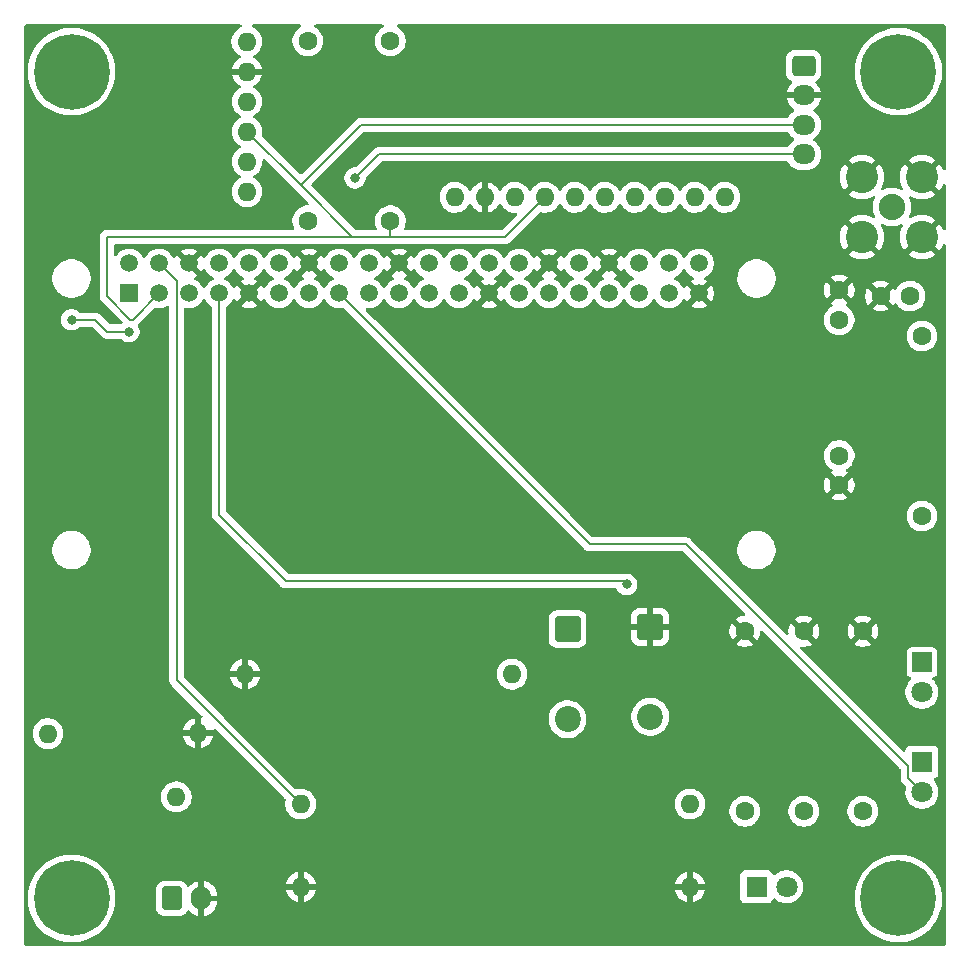
<source format=gbr>
%TF.GenerationSoftware,KiCad,Pcbnew,9.0.4*%
%TF.CreationDate,2025-10-26T00:43:10+05:45*%
%TF.ProjectId,onboardcomputer,6f6e626f-6172-4646-936f-6d7075746572,rev?*%
%TF.SameCoordinates,Original*%
%TF.FileFunction,Copper,L2,Bot*%
%TF.FilePolarity,Positive*%
%FSLAX46Y46*%
G04 Gerber Fmt 4.6, Leading zero omitted, Abs format (unit mm)*
G04 Created by KiCad (PCBNEW 9.0.4) date 2025-10-26 00:43:10*
%MOMM*%
%LPD*%
G01*
G04 APERTURE LIST*
G04 Aperture macros list*
%AMRoundRect*
0 Rectangle with rounded corners*
0 $1 Rounding radius*
0 $2 $3 $4 $5 $6 $7 $8 $9 X,Y pos of 4 corners*
0 Add a 4 corners polygon primitive as box body*
4,1,4,$2,$3,$4,$5,$6,$7,$8,$9,$2,$3,0*
0 Add four circle primitives for the rounded corners*
1,1,$1+$1,$2,$3*
1,1,$1+$1,$4,$5*
1,1,$1+$1,$6,$7*
1,1,$1+$1,$8,$9*
0 Add four rect primitives between the rounded corners*
20,1,$1+$1,$2,$3,$4,$5,0*
20,1,$1+$1,$4,$5,$6,$7,0*
20,1,$1+$1,$6,$7,$8,$9,0*
20,1,$1+$1,$8,$9,$2,$3,0*%
G04 Aperture macros list end*
%TA.AperFunction,ComponentPad*%
%ADD10R,1.508000X1.508000*%
%TD*%
%TA.AperFunction,ComponentPad*%
%ADD11C,1.508000*%
%TD*%
%TA.AperFunction,ComponentPad*%
%ADD12C,2.240000*%
%TD*%
%TA.AperFunction,ComponentPad*%
%ADD13C,2.740000*%
%TD*%
%TA.AperFunction,ComponentPad*%
%ADD14O,1.600000X1.600000*%
%TD*%
%TA.AperFunction,ComponentPad*%
%ADD15C,0.800000*%
%TD*%
%TA.AperFunction,ComponentPad*%
%ADD16C,6.400000*%
%TD*%
%TA.AperFunction,ComponentPad*%
%ADD17RoundRect,0.250000X-0.725000X0.600000X-0.725000X-0.600000X0.725000X-0.600000X0.725000X0.600000X0*%
%TD*%
%TA.AperFunction,ComponentPad*%
%ADD18O,1.950000X1.700000*%
%TD*%
%TA.AperFunction,ComponentPad*%
%ADD19C,1.600000*%
%TD*%
%TA.AperFunction,ComponentPad*%
%ADD20R,1.800000X1.800000*%
%TD*%
%TA.AperFunction,ComponentPad*%
%ADD21C,1.800000*%
%TD*%
%TA.AperFunction,ComponentPad*%
%ADD22RoundRect,0.250000X-0.600000X-0.750000X0.600000X-0.750000X0.600000X0.750000X-0.600000X0.750000X0*%
%TD*%
%TA.AperFunction,ComponentPad*%
%ADD23O,1.700000X2.000000*%
%TD*%
%TA.AperFunction,ComponentPad*%
%ADD24RoundRect,0.249999X-0.850001X0.850001X-0.850001X-0.850001X0.850001X-0.850001X0.850001X0.850001X0*%
%TD*%
%TA.AperFunction,ComponentPad*%
%ADD25C,2.200000*%
%TD*%
%TA.AperFunction,ViaPad*%
%ADD26C,0.800000*%
%TD*%
%TA.AperFunction,Conductor*%
%ADD27C,0.200000*%
%TD*%
G04 APERTURE END LIST*
D10*
%TO.P,J3,1,3V3*%
%TO.N,+3.3V*%
X106870000Y-61770000D03*
D11*
%TO.P,J3,2,5V*%
%TO.N,Net-(J2-Pin_3)*%
X106870000Y-59230000D03*
%TO.P,J3,3,(SDA1)_GPIO2*%
%TO.N,Net-(J3-(SDA1)_GPIO2)*%
X109410000Y-61770000D03*
%TO.P,J3,4,5V*%
%TO.N,Net-(J2-Pin_3)*%
X109410000Y-59230000D03*
%TO.P,J3,5,(SCL1)_GPIO3*%
%TO.N,Net-(J3-(SCL1)_GPIO3)*%
X111950000Y-61770000D03*
%TO.P,J3,6,GND*%
%TO.N,GND*%
X111950000Y-59230000D03*
%TO.P,J3,7,(GCLK)_GPIO4*%
%TO.N,Net-(J3-(GCLK)_GPIO4)*%
X114490000Y-61770000D03*
%TO.P,J3,8,(TXD0)_GPIO14*%
%TO.N,unconnected-(J3-(TXD0)_GPIO14-Pad8)*%
X114490000Y-59230000D03*
%TO.P,J3,9,GND*%
%TO.N,GND*%
X117030000Y-61770000D03*
%TO.P,J3,10,(RXD0)_GPIO15*%
%TO.N,unconnected-(J3-(RXD0)_GPIO15-Pad10)*%
X117030000Y-59230000D03*
%TO.P,J3,11,GPIO17_(GEN0)*%
%TO.N,Net-(D3-A)*%
X119570000Y-61770000D03*
%TO.P,J3,12,GPIO18_(GEN1)*%
%TO.N,unconnected-(J3-GPIO18_(GEN1)-Pad12)*%
X119570000Y-59230000D03*
%TO.P,J3,13,GPIO27_(GEN2)*%
%TO.N,Net-(D5-A)*%
X122110000Y-61770000D03*
%TO.P,J3,14,GND*%
%TO.N,GND*%
X122110000Y-59230000D03*
%TO.P,J3,15,GPIO22_(GEN3)*%
%TO.N,Net-(D4-A)*%
X124650000Y-61770000D03*
%TO.P,J3,16,GPIO23_(GEN4)*%
%TO.N,unconnected-(J3-GPIO23_(GEN4)-Pad16)*%
X124650000Y-59230000D03*
%TO.P,J3,17,3V3*%
%TO.N,unconnected-(J3-3V3-Pad17)*%
X127190000Y-61770000D03*
%TO.P,J3,18,GPIO24_(GEN5)*%
%TO.N,unconnected-(J3-GPIO24_(GEN5)-Pad18)*%
X127190000Y-59230000D03*
%TO.P,J3,19,(SPI_MOSI)_GPIO10*%
%TO.N,unconnected-(J3-(SPI_MOSI)_GPIO10-Pad19)*%
X129730000Y-61770000D03*
%TO.P,J3,20,GND*%
%TO.N,GND*%
X129730000Y-59230000D03*
%TO.P,J3,21,(SPI_MISO)_GPIO9*%
%TO.N,unconnected-(J3-(SPI_MISO)_GPIO9-Pad21)*%
X132270000Y-61770000D03*
%TO.P,J3,22,GPIO25_(GEN6)*%
%TO.N,unconnected-(J3-GPIO25_(GEN6)-Pad22)*%
X132270000Y-59230000D03*
%TO.P,J3,23,(SPI_SCLK)_GPIO11*%
%TO.N,unconnected-(J3-(SPI_SCLK)_GPIO11-Pad23)*%
X134810000Y-61770000D03*
%TO.P,J3,24,(~{SPI_CE0})_GPIO8*%
%TO.N,unconnected-(J3-(~{SPI_CE0})_GPIO8-Pad24)*%
X134810000Y-59230000D03*
%TO.P,J3,25,GND*%
%TO.N,GND*%
X137350000Y-61770000D03*
%TO.P,J3,26,(~{SPI_CE1})_GPIO7*%
%TO.N,unconnected-(J3-(~{SPI_CE1})_GPIO7-Pad26)*%
X137350000Y-59230000D03*
%TO.P,J3,27,ID_SD*%
%TO.N,unconnected-(J3-ID_SD-Pad27)*%
X139890000Y-61770000D03*
%TO.P,J3,28,ID_SC*%
%TO.N,unconnected-(J3-ID_SC-Pad28)*%
X139890000Y-59230000D03*
%TO.P,J3,29,GPIO5*%
%TO.N,unconnected-(J3-GPIO5-Pad29)*%
X142430000Y-61770000D03*
%TO.P,J3,30,GND*%
%TO.N,GND*%
X142430000Y-59230000D03*
%TO.P,J3,31,GPIO6*%
%TO.N,unconnected-(J3-GPIO6-Pad31)*%
X144970000Y-61770000D03*
%TO.P,J3,32,GPIO12*%
%TO.N,unconnected-(J3-GPIO12-Pad32)*%
X144970000Y-59230000D03*
%TO.P,J3,33,GPIO13*%
%TO.N,unconnected-(J3-GPIO13-Pad33)*%
X147510000Y-61770000D03*
%TO.P,J3,34,GND*%
%TO.N,GND*%
X147510000Y-59230000D03*
%TO.P,J3,35,GPIO19*%
%TO.N,unconnected-(J3-GPIO19-Pad35)*%
X150050000Y-61770000D03*
%TO.P,J3,36,GPIO16*%
%TO.N,unconnected-(J3-GPIO16-Pad36)*%
X150050000Y-59230000D03*
%TO.P,J3,37,GPIO26*%
%TO.N,unconnected-(J3-GPIO26-Pad37)*%
X152590000Y-61770000D03*
%TO.P,J3,38,GPIO20*%
%TO.N,unconnected-(J3-GPIO20-Pad38)*%
X152590000Y-59230000D03*
%TO.P,J3,39,GND*%
%TO.N,GND*%
X155130000Y-61770000D03*
%TO.P,J3,40,GPIO21*%
%TO.N,unconnected-(J3-GPIO21-Pad40)*%
X155130000Y-59230000D03*
%TD*%
D12*
%TO.P,J_ANT1,1,In*%
%TO.N,Net-(J_ANT1-In)*%
X171460000Y-54460000D03*
D13*
%TO.P,J_ANT1,2,Ext*%
%TO.N,GND*%
X168920000Y-51920000D03*
X168920000Y-57000000D03*
X174000000Y-51920000D03*
X174000000Y-57000000D03*
%TD*%
D14*
%TO.P,b1,1,VCC*%
%TO.N,+3.3V*%
X116834000Y-40450800D03*
%TO.P,b1,2,GND*%
%TO.N,GND*%
X116859400Y-42990800D03*
%TO.P,b1,3,SCL*%
%TO.N,Net-(J3-(SCL1)_GPIO3)*%
X116859400Y-45530800D03*
%TO.P,b1,4,SDA*%
%TO.N,Net-(J3-(SDA1)_GPIO2)*%
X116859400Y-48070800D03*
%TO.P,b1,5,CSB*%
%TO.N,unconnected-(b1-CSB-Pad5)*%
X116859400Y-50610800D03*
%TO.P,b1,6,SDD*%
%TO.N,unconnected-(b1-SDD-Pad6)*%
X116859400Y-53150800D03*
%TD*%
D15*
%TO.P,REF\u002A\u002A,1*%
%TO.N,N/C*%
X169600000Y-113000000D03*
X170302944Y-111302944D03*
X170302944Y-114697056D03*
X172000000Y-110600000D03*
D16*
X172000000Y-113000000D03*
D15*
X172000000Y-115400000D03*
X173697056Y-111302944D03*
X173697056Y-114697056D03*
X174400000Y-113000000D03*
%TD*%
D17*
%TO.P,J_I2C_OUT1,1,Pin_1*%
%TO.N,+3.3V*%
X164000000Y-42500000D03*
D18*
%TO.P,J_I2C_OUT1,2,Pin_2*%
%TO.N,GND*%
X164000000Y-45000000D03*
%TO.P,J_I2C_OUT1,3,Pin_3*%
%TO.N,Net-(J3-(SDA1)_GPIO2)*%
X164000000Y-47500000D03*
%TO.P,J_I2C_OUT1,4,Pin_4*%
%TO.N,Net-(J3-(SCL1)_GPIO3)*%
X164000000Y-50000000D03*
%TD*%
D19*
%TO.P,R1,1*%
%TO.N,Net-(D3-K)*%
X159000000Y-105620000D03*
%TO.P,R1,2*%
%TO.N,GND*%
X159000000Y-90380000D03*
%TD*%
D20*
%TO.P,D5,1,K*%
%TO.N,Net-(D5-K)*%
X174000000Y-93000000D03*
D21*
%TO.P,D5,2,A*%
%TO.N,Net-(D5-A)*%
X174000000Y-95540000D03*
%TD*%
D19*
%TO.P,R4,1*%
%TO.N,Net-(J3-(GCLK)_GPIO4)*%
X174000000Y-80620000D03*
%TO.P,R4,2*%
%TO.N,Net-(C1-Pad1)*%
X174000000Y-65380000D03*
%TD*%
D14*
%TO.P,m1,1,VCC*%
%TO.N,+3.3V*%
X134458000Y-53636000D03*
%TO.P,m1,2,GND*%
%TO.N,GND*%
X136998000Y-53636000D03*
%TO.P,m1,3,SCL*%
%TO.N,Net-(J3-(SCL1)_GPIO3)*%
X139538000Y-53636000D03*
%TO.P,m1,4,SDA*%
%TO.N,Net-(J3-(SDA1)_GPIO2)*%
X142078000Y-53636000D03*
%TO.P,m1,5,EDA*%
%TO.N,unconnected-(m1-EDA-Pad5)*%
X144618000Y-53636000D03*
%TO.P,m1,6,ECL*%
%TO.N,unconnected-(m1-ECL-Pad6)*%
X147158000Y-53636000D03*
%TO.P,m1,7,ADO*%
%TO.N,unconnected-(m1-ADO-Pad7)*%
X149698000Y-53636000D03*
%TO.P,m1,8,INT*%
%TO.N,unconnected-(m1-INT-Pad8)*%
X152238000Y-53636000D03*
%TO.P,m1,9,NCA*%
%TO.N,unconnected-(m1-NCA-Pad9)*%
X154778000Y-53636000D03*
%TO.P,m1,10,FSYNC*%
%TO.N,unconnected-(m1-FSYNC-Pad10)*%
X157318000Y-53636000D03*
%TD*%
D15*
%TO.P,REF\u002A\u002A,1*%
%TO.N,N/C*%
X99600000Y-43000000D03*
X100302944Y-41302944D03*
X100302944Y-44697056D03*
X102000000Y-40600000D03*
D16*
X102000000Y-43000000D03*
D15*
X102000000Y-45400000D03*
X103697056Y-41302944D03*
X103697056Y-44697056D03*
X104400000Y-43000000D03*
%TD*%
D22*
%TO.P,J4,1,Pin_1*%
%TO.N,Net-(D1-A)*%
X110500000Y-113000000D03*
D23*
%TO.P,J4,2,Pin_2*%
%TO.N,GND*%
X113000000Y-113000000D03*
%TD*%
D14*
%TO.P,F1,1*%
%TO.N,Net-(D1-A)*%
X139290000Y-94010000D03*
%TO.P,F1,2*%
%TO.N,GND*%
X116680000Y-94000000D03*
%TD*%
D19*
%TO.P,R2,1*%
%TO.N,Net-(D4-K)*%
X164000000Y-105620000D03*
%TO.P,R2,2*%
%TO.N,GND*%
X164000000Y-90380000D03*
%TD*%
D15*
%TO.P,REF\u002A\u002A,1*%
%TO.N,N/C*%
X169600000Y-43000000D03*
X170302944Y-41302944D03*
X170302944Y-44697056D03*
X172000000Y-40600000D03*
D16*
X172000000Y-43000000D03*
D15*
X172000000Y-45400000D03*
X173697056Y-41302944D03*
X173697056Y-44697056D03*
X174400000Y-43000000D03*
%TD*%
D20*
%TO.P,D4,1,K*%
%TO.N,Net-(D4-K)*%
X174000000Y-101460000D03*
D21*
%TO.P,D4,2,A*%
%TO.N,Net-(D4-A)*%
X174000000Y-104000000D03*
%TD*%
D14*
%TO.P,J1,1,Pin_1*%
%TO.N,Net-(D1-A)*%
X100000000Y-99033000D03*
%TO.P,J1,2,Pin_2*%
%TO.N,unconnected-(J1-Pin_2-Pad2)*%
X110871200Y-104392400D03*
%TO.P,J1,3,Pin_3*%
%TO.N,GND*%
X112725400Y-99000000D03*
%TD*%
D15*
%TO.P,REF\u002A\u002A,1*%
%TO.N,N/C*%
X99600000Y-113000000D03*
X100302944Y-111302944D03*
X100302944Y-114697056D03*
X102000000Y-110600000D03*
D16*
X102000000Y-113000000D03*
D15*
X102000000Y-115400000D03*
X103697056Y-111302944D03*
X103697056Y-114697056D03*
X104400000Y-113000000D03*
%TD*%
D19*
%TO.P,R5,1*%
%TO.N,+3.3V*%
X122000000Y-40380000D03*
%TO.P,R5,2*%
%TO.N,Net-(J3-(SCL1)_GPIO3)*%
X122000000Y-55620000D03*
%TD*%
D20*
%TO.P,D3,1,K*%
%TO.N,Net-(D3-K)*%
X160000000Y-112000000D03*
D21*
%TO.P,D3,2,A*%
%TO.N,Net-(D3-A)*%
X162540000Y-112000000D03*
%TD*%
D19*
%TO.P,R6,1*%
%TO.N,+3.3V*%
X129000000Y-40380000D03*
%TO.P,R6,2*%
%TO.N,Net-(J3-(SDA1)_GPIO2)*%
X129000000Y-55620000D03*
%TD*%
%TO.P,C3,1*%
%TO.N,Net-(J_ANT1-In)*%
X173000000Y-62000000D03*
%TO.P,C3,2*%
%TO.N,GND*%
X170500000Y-62000000D03*
%TD*%
D24*
%TO.P,D1,1,K*%
%TO.N,Net-(D1-A)*%
X144000000Y-90190000D03*
D25*
%TO.P,D1,2,A*%
X144000000Y-97810000D03*
%TD*%
D19*
%TO.P,C2,1*%
%TO.N,Net-(J_ANT1-In)*%
X167000000Y-64000000D03*
%TO.P,C2,2*%
%TO.N,GND*%
X167000000Y-61500000D03*
%TD*%
%TO.P,R3,1*%
%TO.N,Net-(D5-K)*%
X169000000Y-105620000D03*
%TO.P,R3,2*%
%TO.N,GND*%
X169000000Y-90380000D03*
%TD*%
D24*
%TO.P,D2,1,K*%
%TO.N,GND*%
X151000000Y-90000000D03*
D25*
%TO.P,D2,2,A*%
%TO.N,Net-(D1-A)*%
X151000000Y-97620000D03*
%TD*%
D19*
%TO.P,C1,1*%
%TO.N,Net-(C1-Pad1)*%
X167000000Y-75500000D03*
%TO.P,C1,2*%
%TO.N,GND*%
X167000000Y-78000000D03*
%TD*%
D14*
%TO.P,J2,1,Pin_1*%
%TO.N,Net-(D1-A)*%
X154360000Y-105008600D03*
%TO.P,J2,2,Pin_2*%
%TO.N,GND*%
X154360000Y-112019000D03*
%TO.P,J2,3,Pin_3*%
%TO.N,Net-(J2-Pin_3)*%
X121400000Y-105000000D03*
%TO.P,J2,4,Pin_4*%
%TO.N,GND*%
X121416200Y-112000000D03*
%TD*%
D26*
%TO.N,Net-(J3-(SCL1)_GPIO3)*%
X126000000Y-52000000D03*
%TO.N,+3.3V*%
X106870000Y-65000000D03*
X102000000Y-64000000D03*
%TO.N,Net-(J3-(GCLK)_GPIO4)*%
X149000000Y-86415450D03*
%TD*%
D27*
%TO.N,Net-(J3-(SDA1)_GPIO2)*%
X106990000Y-64000000D02*
X107180000Y-64000000D01*
X138714000Y-57000000D02*
X142078000Y-53636000D01*
X129000000Y-57000000D02*
X138714000Y-57000000D01*
X125788600Y-57000000D02*
X129000000Y-57000000D01*
X107180000Y-64000000D02*
X109410000Y-61770000D01*
X105000000Y-62010000D02*
X106990000Y-64000000D01*
X125788600Y-57000000D02*
X105000000Y-57000000D01*
X126500000Y-47500000D02*
X121394300Y-52605700D01*
X121394300Y-52605700D02*
X125788600Y-57000000D01*
X129000000Y-55620000D02*
X129000000Y-57000000D01*
X164000000Y-47500000D02*
X126500000Y-47500000D01*
X105000000Y-57000000D02*
X105000000Y-62010000D01*
X116859400Y-48070800D02*
X121394300Y-52605700D01*
%TO.N,Net-(J3-(SCL1)_GPIO3)*%
X126000000Y-52000000D02*
X128000000Y-50000000D01*
X128000000Y-50000000D02*
X164000000Y-50000000D01*
%TO.N,+3.3V*%
X105000000Y-65000000D02*
X106870000Y-65000000D01*
X104000000Y-64000000D02*
X105000000Y-65000000D01*
X102000000Y-64000000D02*
X104000000Y-64000000D01*
%TO.N,Net-(D4-A)*%
X154000000Y-83000000D02*
X172799000Y-101799000D01*
X172799000Y-101799000D02*
X172799000Y-102799000D01*
X124650000Y-61770000D02*
X145880000Y-83000000D01*
X172799000Y-102799000D02*
X174000000Y-104000000D01*
X145880000Y-83000000D02*
X154000000Y-83000000D01*
%TO.N,Net-(J2-Pin_3)*%
X110895000Y-94495000D02*
X110895000Y-60715000D01*
X121400000Y-105000000D02*
X110895000Y-94495000D01*
X110895000Y-60715000D02*
X109410000Y-59230000D01*
%TO.N,Net-(J3-(GCLK)_GPIO4)*%
X140000000Y-86140000D02*
X148724550Y-86140000D01*
X114490000Y-61770000D02*
X114490000Y-80490000D01*
X114490000Y-80490000D02*
X120140000Y-86140000D01*
X148724550Y-86140000D02*
X149000000Y-86415450D01*
X120140000Y-86140000D02*
X140000000Y-86140000D01*
%TD*%
%TA.AperFunction,Conductor*%
%TO.N,GND*%
G36*
X116373194Y-39020185D02*
G01*
X116418949Y-39072989D01*
X116428893Y-39142147D01*
X116399868Y-39205703D01*
X116344477Y-39242429D01*
X116334781Y-39245580D01*
X116334775Y-39245582D01*
X116152386Y-39338515D01*
X115986786Y-39458828D01*
X115842028Y-39603586D01*
X115721715Y-39769186D01*
X115628781Y-39951576D01*
X115565522Y-40146265D01*
X115533500Y-40348448D01*
X115533500Y-40553151D01*
X115565522Y-40755334D01*
X115628781Y-40950023D01*
X115721715Y-41132413D01*
X115842028Y-41298013D01*
X115986786Y-41442771D01*
X116141749Y-41555356D01*
X116152390Y-41563087D01*
X116232930Y-41604124D01*
X116258329Y-41617066D01*
X116309125Y-41665041D01*
X116325920Y-41732862D01*
X116303382Y-41798997D01*
X116258329Y-41838036D01*
X116178050Y-41878940D01*
X116012505Y-41999217D01*
X116012504Y-41999217D01*
X115867817Y-42143904D01*
X115867817Y-42143905D01*
X115747540Y-42309450D01*
X115654644Y-42491770D01*
X115591409Y-42686386D01*
X115582791Y-42740800D01*
X116426388Y-42740800D01*
X116393475Y-42797807D01*
X116359400Y-42924974D01*
X116359400Y-43056626D01*
X116393475Y-43183793D01*
X116426388Y-43240800D01*
X115582791Y-43240800D01*
X115591409Y-43295213D01*
X115654644Y-43489829D01*
X115747540Y-43672149D01*
X115867817Y-43837694D01*
X115867817Y-43837695D01*
X116012504Y-43982382D01*
X116178052Y-44102661D01*
X116271028Y-44150034D01*
X116321825Y-44198008D01*
X116338620Y-44265829D01*
X116316083Y-44331964D01*
X116271030Y-44371003D01*
X116177788Y-44418513D01*
X116012186Y-44538828D01*
X115867428Y-44683586D01*
X115747115Y-44849186D01*
X115654181Y-45031576D01*
X115590922Y-45226265D01*
X115558900Y-45428448D01*
X115558900Y-45633151D01*
X115590922Y-45835334D01*
X115654181Y-46030023D01*
X115714993Y-46149371D01*
X115732002Y-46182754D01*
X115747115Y-46212413D01*
X115867428Y-46378013D01*
X116012186Y-46522771D01*
X116146306Y-46620213D01*
X116177790Y-46643087D01*
X116269240Y-46689683D01*
X116270480Y-46690315D01*
X116321276Y-46738290D01*
X116338071Y-46806111D01*
X116315534Y-46872246D01*
X116270480Y-46911285D01*
X116177788Y-46958514D01*
X116012186Y-47078828D01*
X115867428Y-47223586D01*
X115747115Y-47389186D01*
X115654181Y-47571576D01*
X115590922Y-47766265D01*
X115558900Y-47968448D01*
X115558900Y-48173151D01*
X115590922Y-48375334D01*
X115654181Y-48570023D01*
X115694770Y-48649681D01*
X115733338Y-48725376D01*
X115747115Y-48752413D01*
X115867428Y-48918013D01*
X116012186Y-49062771D01*
X116167149Y-49175356D01*
X116177790Y-49183087D01*
X116269240Y-49229683D01*
X116270480Y-49230315D01*
X116321276Y-49278290D01*
X116338071Y-49346111D01*
X116315534Y-49412246D01*
X116270480Y-49451285D01*
X116177786Y-49498515D01*
X116012186Y-49618828D01*
X115867428Y-49763586D01*
X115747115Y-49929186D01*
X115654181Y-50111576D01*
X115590922Y-50306265D01*
X115558900Y-50508448D01*
X115558900Y-50713151D01*
X115590922Y-50915334D01*
X115654181Y-51110023D01*
X115718091Y-51235453D01*
X115743204Y-51284739D01*
X115747115Y-51292413D01*
X115867428Y-51458013D01*
X116012186Y-51602771D01*
X116103046Y-51668783D01*
X116177790Y-51723087D01*
X116243298Y-51756465D01*
X116270480Y-51770315D01*
X116321276Y-51818290D01*
X116338071Y-51886111D01*
X116315534Y-51952246D01*
X116270480Y-51991285D01*
X116177786Y-52038515D01*
X116012186Y-52158828D01*
X115867428Y-52303586D01*
X115747115Y-52469186D01*
X115654181Y-52651576D01*
X115590922Y-52846265D01*
X115558900Y-53048448D01*
X115558900Y-53253151D01*
X115590922Y-53455334D01*
X115654181Y-53650023D01*
X115699187Y-53738351D01*
X115725503Y-53789999D01*
X115747115Y-53832413D01*
X115867428Y-53998013D01*
X116012186Y-54142771D01*
X116144408Y-54238834D01*
X116177790Y-54263087D01*
X116284281Y-54317347D01*
X116360176Y-54356018D01*
X116360178Y-54356018D01*
X116360181Y-54356020D01*
X116464537Y-54389927D01*
X116554865Y-54419277D01*
X116655957Y-54435288D01*
X116757048Y-54451300D01*
X116757049Y-54451300D01*
X116961751Y-54451300D01*
X116961752Y-54451300D01*
X117163934Y-54419277D01*
X117358619Y-54356020D01*
X117541010Y-54263087D01*
X117656312Y-54179316D01*
X117706613Y-54142771D01*
X117706615Y-54142768D01*
X117706619Y-54142766D01*
X117851366Y-53998019D01*
X117851368Y-53998015D01*
X117851371Y-53998013D01*
X117967666Y-53837944D01*
X117971687Y-53832410D01*
X118064620Y-53650019D01*
X118127877Y-53455334D01*
X118159900Y-53253152D01*
X118159900Y-53048448D01*
X118145044Y-52954650D01*
X118127877Y-52846265D01*
X118064618Y-52651576D01*
X117999685Y-52524140D01*
X117971687Y-52469190D01*
X117944118Y-52431244D01*
X117851371Y-52303586D01*
X117706613Y-52158828D01*
X117541014Y-52038515D01*
X117534406Y-52035148D01*
X117448317Y-51991283D01*
X117397523Y-51943311D01*
X117380728Y-51875490D01*
X117403265Y-51809355D01*
X117448317Y-51770316D01*
X117541010Y-51723087D01*
X117615754Y-51668783D01*
X117706613Y-51602771D01*
X117706620Y-51602765D01*
X117754984Y-51554401D01*
X117851366Y-51458019D01*
X117851368Y-51458015D01*
X117851371Y-51458013D01*
X117929482Y-51350500D01*
X117971687Y-51292410D01*
X118064620Y-51110019D01*
X118127877Y-50915334D01*
X118159900Y-50713152D01*
X118159900Y-50519897D01*
X118179585Y-50452858D01*
X118232389Y-50407103D01*
X118301547Y-50397159D01*
X118365103Y-50426184D01*
X118371581Y-50432216D01*
X122047184Y-54107819D01*
X122080669Y-54169142D01*
X122075685Y-54238834D01*
X122033813Y-54294767D01*
X121968349Y-54319184D01*
X121959503Y-54319500D01*
X121897648Y-54319500D01*
X121873329Y-54323351D01*
X121695465Y-54351522D01*
X121500776Y-54414781D01*
X121318386Y-54507715D01*
X121152786Y-54628028D01*
X121008028Y-54772786D01*
X120887715Y-54938386D01*
X120794781Y-55120776D01*
X120731522Y-55315465D01*
X120699500Y-55517648D01*
X120699500Y-55722351D01*
X120731522Y-55924534D01*
X120794783Y-56119228D01*
X120845725Y-56219205D01*
X120858622Y-56287874D01*
X120832346Y-56352614D01*
X120775240Y-56392872D01*
X120735241Y-56399500D01*
X104920943Y-56399500D01*
X104768216Y-56440423D01*
X104768209Y-56440426D01*
X104631290Y-56519475D01*
X104631282Y-56519481D01*
X104519481Y-56631282D01*
X104519475Y-56631290D01*
X104440426Y-56768209D01*
X104440423Y-56768216D01*
X104399500Y-56920943D01*
X104399500Y-61923330D01*
X104399499Y-61923348D01*
X104399499Y-62089054D01*
X104399498Y-62089054D01*
X104440423Y-62241786D01*
X104452477Y-62262662D01*
X104452478Y-62262667D01*
X104452479Y-62262667D01*
X104519475Y-62378709D01*
X104519481Y-62378717D01*
X104638349Y-62497585D01*
X104638355Y-62497590D01*
X106280951Y-64140186D01*
X106285287Y-64148128D01*
X106292536Y-64153554D01*
X106301773Y-64178319D01*
X106314436Y-64201509D01*
X106313790Y-64210536D01*
X106316954Y-64219018D01*
X106311337Y-64244839D01*
X106309452Y-64271201D01*
X106303633Y-64280254D01*
X106302103Y-64287292D01*
X106280953Y-64315546D01*
X106233322Y-64363179D01*
X106172000Y-64396666D01*
X106145639Y-64399500D01*
X105300098Y-64399500D01*
X105233059Y-64379815D01*
X105212417Y-64363181D01*
X104487590Y-63638355D01*
X104487588Y-63638352D01*
X104368717Y-63519481D01*
X104368716Y-63519480D01*
X104281904Y-63469360D01*
X104281904Y-63469359D01*
X104281900Y-63469358D01*
X104231785Y-63440423D01*
X104079057Y-63399499D01*
X103920943Y-63399499D01*
X103913347Y-63399499D01*
X103913331Y-63399500D01*
X102724361Y-63399500D01*
X102657322Y-63379815D01*
X102636684Y-63363185D01*
X102574035Y-63300536D01*
X102574034Y-63300535D01*
X102574033Y-63300534D01*
X102426553Y-63201990D01*
X102426540Y-63201983D01*
X102262667Y-63134106D01*
X102262658Y-63134103D01*
X102088694Y-63099500D01*
X102088691Y-63099500D01*
X101911309Y-63099500D01*
X101911306Y-63099500D01*
X101737341Y-63134103D01*
X101737332Y-63134106D01*
X101573459Y-63201983D01*
X101573446Y-63201990D01*
X101425965Y-63300535D01*
X101425961Y-63300538D01*
X101300538Y-63425961D01*
X101300535Y-63425965D01*
X101201990Y-63573446D01*
X101201983Y-63573459D01*
X101134106Y-63737332D01*
X101134103Y-63737341D01*
X101099500Y-63911304D01*
X101099500Y-64088695D01*
X101134103Y-64262658D01*
X101134106Y-64262667D01*
X101201983Y-64426540D01*
X101201990Y-64426553D01*
X101300535Y-64574034D01*
X101300538Y-64574038D01*
X101425961Y-64699461D01*
X101425965Y-64699464D01*
X101573446Y-64798009D01*
X101573459Y-64798016D01*
X101692234Y-64847213D01*
X101737334Y-64865894D01*
X101737336Y-64865894D01*
X101737341Y-64865896D01*
X101911304Y-64900499D01*
X101911307Y-64900500D01*
X101911309Y-64900500D01*
X102088693Y-64900500D01*
X102088694Y-64900499D01*
X102146682Y-64888964D01*
X102262658Y-64865896D01*
X102262661Y-64865894D01*
X102262666Y-64865894D01*
X102426547Y-64798013D01*
X102574035Y-64699464D01*
X102636681Y-64636817D01*
X102698002Y-64603334D01*
X102724361Y-64600500D01*
X103699903Y-64600500D01*
X103766942Y-64620185D01*
X103787583Y-64636818D01*
X104631284Y-65480520D01*
X104631286Y-65480521D01*
X104631290Y-65480524D01*
X104768209Y-65559573D01*
X104768216Y-65559577D01*
X104920943Y-65600501D01*
X104920945Y-65600501D01*
X105086654Y-65600501D01*
X105086670Y-65600500D01*
X106145639Y-65600500D01*
X106212678Y-65620185D01*
X106233315Y-65636814D01*
X106281035Y-65684534D01*
X106295966Y-65699465D01*
X106443446Y-65798009D01*
X106443459Y-65798016D01*
X106566363Y-65848923D01*
X106607334Y-65865894D01*
X106607336Y-65865894D01*
X106607341Y-65865896D01*
X106781304Y-65900499D01*
X106781307Y-65900500D01*
X106781309Y-65900500D01*
X106958693Y-65900500D01*
X106958694Y-65900499D01*
X107016682Y-65888964D01*
X107132658Y-65865896D01*
X107132661Y-65865894D01*
X107132666Y-65865894D01*
X107296547Y-65798013D01*
X107444035Y-65699464D01*
X107569464Y-65574035D01*
X107668013Y-65426547D01*
X107735894Y-65262666D01*
X107770500Y-65088691D01*
X107770500Y-64911309D01*
X107770500Y-64911306D01*
X107770499Y-64911304D01*
X107735896Y-64737341D01*
X107735893Y-64737332D01*
X107720208Y-64699464D01*
X107668013Y-64573453D01*
X107668011Y-64573451D01*
X107668011Y-64573449D01*
X107639543Y-64530844D01*
X107630057Y-64500551D01*
X107618962Y-64470811D01*
X107619692Y-64467449D01*
X107618665Y-64464167D01*
X107627062Y-64433556D01*
X107633807Y-64402536D01*
X107636592Y-64398814D01*
X107637149Y-64396787D01*
X107654951Y-64374284D01*
X107660520Y-64368716D01*
X107660521Y-64368713D01*
X109002128Y-63027105D01*
X109063449Y-62993622D01*
X109111221Y-62994133D01*
X109111425Y-62992848D01*
X109311264Y-63024500D01*
X109311269Y-63024500D01*
X109508736Y-63024500D01*
X109703763Y-62993610D01*
X109708823Y-62991966D01*
X109891561Y-62932591D01*
X110067501Y-62842944D01*
X110097614Y-62821065D01*
X110163420Y-62797585D01*
X110231474Y-62813410D01*
X110280169Y-62863515D01*
X110294500Y-62921383D01*
X110294500Y-94408330D01*
X110294499Y-94408348D01*
X110294499Y-94574054D01*
X110294498Y-94574054D01*
X110335423Y-94726785D01*
X110364358Y-94776900D01*
X110364359Y-94776904D01*
X110364360Y-94776904D01*
X110414479Y-94863714D01*
X110414481Y-94863717D01*
X110533349Y-94982585D01*
X110533355Y-94982590D01*
X113060524Y-97509759D01*
X113094009Y-97571082D01*
X113089025Y-97640774D01*
X113047153Y-97696707D01*
X112981689Y-97721124D01*
X112978227Y-97720975D01*
X112975400Y-97723390D01*
X112975400Y-98566988D01*
X112918393Y-98534075D01*
X112791226Y-98500000D01*
X112659574Y-98500000D01*
X112532407Y-98534075D01*
X112475400Y-98566988D01*
X112475400Y-97723390D01*
X112420986Y-97732009D01*
X112226370Y-97795244D01*
X112044050Y-97888140D01*
X111878505Y-98008417D01*
X111878504Y-98008417D01*
X111733817Y-98153104D01*
X111733817Y-98153105D01*
X111613540Y-98318650D01*
X111520644Y-98500970D01*
X111457409Y-98695586D01*
X111448791Y-98750000D01*
X112292388Y-98750000D01*
X112259475Y-98807007D01*
X112225400Y-98934174D01*
X112225400Y-99065826D01*
X112259475Y-99192993D01*
X112292388Y-99250000D01*
X111448791Y-99250000D01*
X111457409Y-99304413D01*
X111520644Y-99499029D01*
X111613540Y-99681349D01*
X111733817Y-99846894D01*
X111733817Y-99846895D01*
X111878504Y-99991582D01*
X112044050Y-100111859D01*
X112226368Y-100204754D01*
X112420978Y-100267988D01*
X112475400Y-100276607D01*
X112475400Y-99433012D01*
X112532407Y-99465925D01*
X112659574Y-99500000D01*
X112791226Y-99500000D01*
X112918393Y-99465925D01*
X112975400Y-99433012D01*
X112975400Y-100276606D01*
X113029821Y-100267988D01*
X113224431Y-100204754D01*
X113406749Y-100111859D01*
X113572294Y-99991582D01*
X113572295Y-99991582D01*
X113716982Y-99846895D01*
X113716982Y-99846894D01*
X113837259Y-99681349D01*
X113930155Y-99499029D01*
X113993390Y-99304413D01*
X114002009Y-99250000D01*
X113158412Y-99250000D01*
X113191325Y-99192993D01*
X113225400Y-99065826D01*
X113225400Y-98934174D01*
X113191325Y-98807007D01*
X113158412Y-98750000D01*
X114002010Y-98750000D01*
X114009448Y-98741290D01*
X114014440Y-98702662D01*
X114059435Y-98649210D01*
X114126186Y-98628569D01*
X114193500Y-98647293D01*
X114215640Y-98664875D01*
X120105922Y-104555157D01*
X120139407Y-104616480D01*
X120136173Y-104681155D01*
X120131522Y-104695468D01*
X120099500Y-104897648D01*
X120099500Y-105102351D01*
X120131522Y-105304534D01*
X120194781Y-105499223D01*
X120287715Y-105681613D01*
X120408028Y-105847213D01*
X120552786Y-105991971D01*
X120707749Y-106104556D01*
X120718390Y-106112287D01*
X120834607Y-106171503D01*
X120900776Y-106205218D01*
X120900778Y-106205218D01*
X120900781Y-106205220D01*
X121005137Y-106239127D01*
X121095465Y-106268477D01*
X121149763Y-106277077D01*
X121297648Y-106300500D01*
X121297649Y-106300500D01*
X121502351Y-106300500D01*
X121502352Y-106300500D01*
X121704534Y-106268477D01*
X121899219Y-106205220D01*
X122081610Y-106112287D01*
X122174590Y-106044732D01*
X122247213Y-105991971D01*
X122247215Y-105991968D01*
X122247219Y-105991966D01*
X122391966Y-105847219D01*
X122391968Y-105847215D01*
X122391971Y-105847213D01*
X122504084Y-105692900D01*
X122512287Y-105681610D01*
X122605220Y-105499219D01*
X122668477Y-105304534D01*
X122700500Y-105102352D01*
X122700500Y-104906248D01*
X153059500Y-104906248D01*
X153059500Y-105110951D01*
X153091522Y-105313134D01*
X153154781Y-105507823D01*
X153247715Y-105690213D01*
X153368028Y-105855813D01*
X153512786Y-106000571D01*
X153666549Y-106112284D01*
X153678390Y-106120887D01*
X153794607Y-106180103D01*
X153860776Y-106213818D01*
X153860778Y-106213818D01*
X153860781Y-106213820D01*
X153965137Y-106247727D01*
X154055465Y-106277077D01*
X154156557Y-106293088D01*
X154257648Y-106309100D01*
X154257649Y-106309100D01*
X154462351Y-106309100D01*
X154462352Y-106309100D01*
X154664534Y-106277077D01*
X154859219Y-106213820D01*
X155041610Y-106120887D01*
X155134590Y-106053332D01*
X155207213Y-106000571D01*
X155207215Y-106000568D01*
X155207219Y-106000566D01*
X155351966Y-105855819D01*
X155351968Y-105855815D01*
X155351971Y-105855813D01*
X155404732Y-105783190D01*
X155472287Y-105690210D01*
X155560212Y-105517648D01*
X157699500Y-105517648D01*
X157699500Y-105722351D01*
X157731522Y-105924534D01*
X157794781Y-106119223D01*
X157858691Y-106244653D01*
X157887147Y-106300500D01*
X157887715Y-106301613D01*
X158008028Y-106467213D01*
X158152786Y-106611971D01*
X158307749Y-106724556D01*
X158318390Y-106732287D01*
X158434607Y-106791503D01*
X158500776Y-106825218D01*
X158500778Y-106825218D01*
X158500781Y-106825220D01*
X158605137Y-106859127D01*
X158695465Y-106888477D01*
X158796557Y-106904488D01*
X158897648Y-106920500D01*
X158897649Y-106920500D01*
X159102351Y-106920500D01*
X159102352Y-106920500D01*
X159304534Y-106888477D01*
X159499219Y-106825220D01*
X159681610Y-106732287D01*
X159774590Y-106664732D01*
X159847213Y-106611971D01*
X159847215Y-106611968D01*
X159847219Y-106611966D01*
X159991966Y-106467219D01*
X159991968Y-106467215D01*
X159991971Y-106467213D01*
X160044732Y-106394590D01*
X160112287Y-106301610D01*
X160205220Y-106119219D01*
X160268477Y-105924534D01*
X160300500Y-105722352D01*
X160300500Y-105517648D01*
X162699500Y-105517648D01*
X162699500Y-105722351D01*
X162731522Y-105924534D01*
X162794781Y-106119223D01*
X162858691Y-106244653D01*
X162887147Y-106300500D01*
X162887715Y-106301613D01*
X163008028Y-106467213D01*
X163152786Y-106611971D01*
X163307749Y-106724556D01*
X163318390Y-106732287D01*
X163434607Y-106791503D01*
X163500776Y-106825218D01*
X163500778Y-106825218D01*
X163500781Y-106825220D01*
X163605137Y-106859127D01*
X163695465Y-106888477D01*
X163796557Y-106904488D01*
X163897648Y-106920500D01*
X163897649Y-106920500D01*
X164102351Y-106920500D01*
X164102352Y-106920500D01*
X164304534Y-106888477D01*
X164499219Y-106825220D01*
X164681610Y-106732287D01*
X164774590Y-106664732D01*
X164847213Y-106611971D01*
X164847215Y-106611968D01*
X164847219Y-106611966D01*
X164991966Y-106467219D01*
X164991968Y-106467215D01*
X164991971Y-106467213D01*
X165044732Y-106394590D01*
X165112287Y-106301610D01*
X165205220Y-106119219D01*
X165268477Y-105924534D01*
X165300500Y-105722352D01*
X165300500Y-105517648D01*
X167699500Y-105517648D01*
X167699500Y-105722351D01*
X167731522Y-105924534D01*
X167794781Y-106119223D01*
X167858691Y-106244653D01*
X167887147Y-106300500D01*
X167887715Y-106301613D01*
X168008028Y-106467213D01*
X168152786Y-106611971D01*
X168307749Y-106724556D01*
X168318390Y-106732287D01*
X168434607Y-106791503D01*
X168500776Y-106825218D01*
X168500778Y-106825218D01*
X168500781Y-106825220D01*
X168605137Y-106859127D01*
X168695465Y-106888477D01*
X168796557Y-106904488D01*
X168897648Y-106920500D01*
X168897649Y-106920500D01*
X169102351Y-106920500D01*
X169102352Y-106920500D01*
X169304534Y-106888477D01*
X169499219Y-106825220D01*
X169681610Y-106732287D01*
X169774590Y-106664732D01*
X169847213Y-106611971D01*
X169847215Y-106611968D01*
X169847219Y-106611966D01*
X169991966Y-106467219D01*
X169991968Y-106467215D01*
X169991971Y-106467213D01*
X170044732Y-106394590D01*
X170112287Y-106301610D01*
X170205220Y-106119219D01*
X170268477Y-105924534D01*
X170300500Y-105722352D01*
X170300500Y-105517648D01*
X170268477Y-105315466D01*
X170267719Y-105313134D01*
X170205218Y-105120776D01*
X170171503Y-105054607D01*
X170112287Y-104938390D01*
X170093379Y-104912365D01*
X169991971Y-104772786D01*
X169847213Y-104628028D01*
X169681613Y-104507715D01*
X169681612Y-104507714D01*
X169681610Y-104507713D01*
X169624653Y-104478691D01*
X169499223Y-104414781D01*
X169304534Y-104351522D01*
X169129995Y-104323878D01*
X169102352Y-104319500D01*
X168897648Y-104319500D01*
X168873329Y-104323351D01*
X168695465Y-104351522D01*
X168500776Y-104414781D01*
X168318386Y-104507715D01*
X168152786Y-104628028D01*
X168008028Y-104772786D01*
X167887715Y-104938386D01*
X167794781Y-105120776D01*
X167731522Y-105315465D01*
X167699500Y-105517648D01*
X165300500Y-105517648D01*
X165268477Y-105315466D01*
X165267719Y-105313134D01*
X165205218Y-105120776D01*
X165171503Y-105054607D01*
X165112287Y-104938390D01*
X165093379Y-104912365D01*
X164991971Y-104772786D01*
X164847213Y-104628028D01*
X164681613Y-104507715D01*
X164681612Y-104507714D01*
X164681610Y-104507713D01*
X164624653Y-104478691D01*
X164499223Y-104414781D01*
X164304534Y-104351522D01*
X164129995Y-104323878D01*
X164102352Y-104319500D01*
X163897648Y-104319500D01*
X163873329Y-104323351D01*
X163695465Y-104351522D01*
X163500776Y-104414781D01*
X163318386Y-104507715D01*
X163152786Y-104628028D01*
X163008028Y-104772786D01*
X162887715Y-104938386D01*
X162794781Y-105120776D01*
X162731522Y-105315465D01*
X162699500Y-105517648D01*
X160300500Y-105517648D01*
X160268477Y-105315466D01*
X160267719Y-105313134D01*
X160205218Y-105120776D01*
X160171503Y-105054607D01*
X160112287Y-104938390D01*
X160093379Y-104912365D01*
X159991971Y-104772786D01*
X159847213Y-104628028D01*
X159681613Y-104507715D01*
X159681612Y-104507714D01*
X159681610Y-104507713D01*
X159624653Y-104478691D01*
X159499223Y-104414781D01*
X159304534Y-104351522D01*
X159129995Y-104323878D01*
X159102352Y-104319500D01*
X158897648Y-104319500D01*
X158873329Y-104323351D01*
X158695465Y-104351522D01*
X158500776Y-104414781D01*
X158318386Y-104507715D01*
X158152786Y-104628028D01*
X158008028Y-104772786D01*
X157887715Y-104938386D01*
X157794781Y-105120776D01*
X157731522Y-105315465D01*
X157699500Y-105517648D01*
X155560212Y-105517648D01*
X155565220Y-105507819D01*
X155568014Y-105499219D01*
X155576061Y-105474456D01*
X155628476Y-105313138D01*
X155628476Y-105313137D01*
X155628477Y-105313134D01*
X155660500Y-105110952D01*
X155660500Y-104906248D01*
X155628477Y-104704066D01*
X155625683Y-104695468D01*
X155597552Y-104608888D01*
X155565220Y-104509381D01*
X155565218Y-104509378D01*
X155565218Y-104509376D01*
X155517018Y-104414780D01*
X155472287Y-104326990D01*
X155464556Y-104316349D01*
X155351971Y-104161386D01*
X155207213Y-104016628D01*
X155041613Y-103896315D01*
X155041612Y-103896314D01*
X155041610Y-103896313D01*
X154984653Y-103867291D01*
X154859223Y-103803381D01*
X154664534Y-103740122D01*
X154489995Y-103712478D01*
X154462352Y-103708100D01*
X154257648Y-103708100D01*
X154233329Y-103711951D01*
X154055465Y-103740122D01*
X153860776Y-103803381D01*
X153678386Y-103896315D01*
X153512786Y-104016628D01*
X153368028Y-104161386D01*
X153247715Y-104326986D01*
X153154781Y-104509376D01*
X153091522Y-104704065D01*
X153059500Y-104906248D01*
X122700500Y-104906248D01*
X122700500Y-104897648D01*
X122699545Y-104891619D01*
X122668477Y-104695465D01*
X122608014Y-104509381D01*
X122605220Y-104500781D01*
X122605218Y-104500778D01*
X122605218Y-104500776D01*
X122561400Y-104414780D01*
X122512287Y-104318390D01*
X122504556Y-104307749D01*
X122391971Y-104152786D01*
X122247213Y-104008028D01*
X122081613Y-103887715D01*
X122081612Y-103887714D01*
X122081610Y-103887713D01*
X122024653Y-103858691D01*
X121899223Y-103794781D01*
X121704534Y-103731522D01*
X121529995Y-103703878D01*
X121502352Y-103699500D01*
X121297648Y-103699500D01*
X121259599Y-103705526D01*
X121095468Y-103731522D01*
X121086717Y-103734365D01*
X121081154Y-103736173D01*
X121011313Y-103738167D01*
X120955157Y-103705922D01*
X114933273Y-97684038D01*
X142399500Y-97684038D01*
X142399500Y-97935961D01*
X142438910Y-98184785D01*
X142516760Y-98424383D01*
X142572499Y-98533776D01*
X142630339Y-98647293D01*
X142631132Y-98648848D01*
X142779201Y-98852649D01*
X142779205Y-98852654D01*
X142957345Y-99030794D01*
X142957350Y-99030798D01*
X143057060Y-99103241D01*
X143161155Y-99178870D01*
X143242859Y-99220500D01*
X143385616Y-99293239D01*
X143385618Y-99293239D01*
X143385621Y-99293241D01*
X143625215Y-99371090D01*
X143874038Y-99410500D01*
X143874039Y-99410500D01*
X144125961Y-99410500D01*
X144125962Y-99410500D01*
X144374785Y-99371090D01*
X144614379Y-99293241D01*
X144838845Y-99178870D01*
X145042656Y-99030793D01*
X145220793Y-98852656D01*
X145368870Y-98648845D01*
X145483241Y-98424379D01*
X145561090Y-98184785D01*
X145600500Y-97935962D01*
X145600500Y-97684038D01*
X145570407Y-97494038D01*
X149399500Y-97494038D01*
X149399500Y-97745961D01*
X149438910Y-97994785D01*
X149516760Y-98234383D01*
X149631132Y-98458848D01*
X149779201Y-98662649D01*
X149779205Y-98662654D01*
X149957345Y-98840794D01*
X149957350Y-98840798D01*
X150081019Y-98930648D01*
X150161155Y-98988870D01*
X150304184Y-99061747D01*
X150385616Y-99103239D01*
X150385618Y-99103239D01*
X150385621Y-99103241D01*
X150625215Y-99181090D01*
X150874038Y-99220500D01*
X150874039Y-99220500D01*
X151125961Y-99220500D01*
X151125962Y-99220500D01*
X151374785Y-99181090D01*
X151614379Y-99103241D01*
X151838845Y-98988870D01*
X152042656Y-98840793D01*
X152220793Y-98662656D01*
X152368870Y-98458845D01*
X152483241Y-98234379D01*
X152561090Y-97994785D01*
X152600500Y-97745962D01*
X152600500Y-97494038D01*
X152561090Y-97245215D01*
X152483241Y-97005621D01*
X152483239Y-97005618D01*
X152483239Y-97005616D01*
X152432489Y-96906014D01*
X152368870Y-96781155D01*
X152337380Y-96737812D01*
X152220798Y-96577350D01*
X152220794Y-96577345D01*
X152042654Y-96399205D01*
X152042649Y-96399201D01*
X151838848Y-96251132D01*
X151838847Y-96251131D01*
X151838845Y-96251130D01*
X151768747Y-96215413D01*
X151614383Y-96136760D01*
X151374785Y-96058910D01*
X151125962Y-96019500D01*
X150874038Y-96019500D01*
X150749626Y-96039205D01*
X150625214Y-96058910D01*
X150385616Y-96136760D01*
X150161151Y-96251132D01*
X149957350Y-96399201D01*
X149957345Y-96399205D01*
X149779205Y-96577345D01*
X149779201Y-96577350D01*
X149631132Y-96781151D01*
X149516760Y-97005616D01*
X149438910Y-97245214D01*
X149399500Y-97494038D01*
X145570407Y-97494038D01*
X145561090Y-97435215D01*
X145483241Y-97195621D01*
X145483239Y-97195618D01*
X145483239Y-97195616D01*
X145386431Y-97005621D01*
X145368870Y-96971155D01*
X145321543Y-96906015D01*
X145220798Y-96767350D01*
X145220794Y-96767345D01*
X145042654Y-96589205D01*
X145042649Y-96589201D01*
X144838848Y-96441132D01*
X144838847Y-96441131D01*
X144838845Y-96441130D01*
X144768747Y-96405413D01*
X144614383Y-96326760D01*
X144374785Y-96248910D01*
X144125962Y-96209500D01*
X143874038Y-96209500D01*
X143749626Y-96229205D01*
X143625214Y-96248910D01*
X143385616Y-96326760D01*
X143161151Y-96441132D01*
X142957350Y-96589201D01*
X142957345Y-96589205D01*
X142779205Y-96767345D01*
X142779201Y-96767350D01*
X142631132Y-96971151D01*
X142516760Y-97195616D01*
X142438910Y-97435214D01*
X142399500Y-97684038D01*
X114933273Y-97684038D01*
X111531819Y-94282584D01*
X111498334Y-94221261D01*
X111495500Y-94194903D01*
X111495500Y-93750000D01*
X115403391Y-93750000D01*
X116246988Y-93750000D01*
X116214075Y-93807007D01*
X116180000Y-93934174D01*
X116180000Y-94065826D01*
X116214075Y-94192993D01*
X116246988Y-94250000D01*
X115403391Y-94250000D01*
X115412009Y-94304413D01*
X115475244Y-94499029D01*
X115568140Y-94681349D01*
X115688417Y-94846894D01*
X115688417Y-94846895D01*
X115833104Y-94991582D01*
X115998650Y-95111859D01*
X116180968Y-95204754D01*
X116375578Y-95267988D01*
X116430000Y-95276607D01*
X116430000Y-94433012D01*
X116487007Y-94465925D01*
X116614174Y-94500000D01*
X116745826Y-94500000D01*
X116872993Y-94465925D01*
X116930000Y-94433012D01*
X116930000Y-95276606D01*
X116984421Y-95267988D01*
X117179031Y-95204754D01*
X117361349Y-95111859D01*
X117526894Y-94991582D01*
X117526895Y-94991582D01*
X117671582Y-94846895D01*
X117671582Y-94846894D01*
X117791859Y-94681349D01*
X117884755Y-94499029D01*
X117947990Y-94304413D01*
X117956609Y-94250000D01*
X117113012Y-94250000D01*
X117145925Y-94192993D01*
X117180000Y-94065826D01*
X117180000Y-93934174D01*
X117172892Y-93907648D01*
X137989500Y-93907648D01*
X137989500Y-94112351D01*
X138021522Y-94314534D01*
X138084781Y-94509223D01*
X138177715Y-94691613D01*
X138298028Y-94857213D01*
X138442786Y-95001971D01*
X138594037Y-95111859D01*
X138608390Y-95122287D01*
X138724607Y-95181503D01*
X138790776Y-95215218D01*
X138790778Y-95215218D01*
X138790781Y-95215220D01*
X138895137Y-95249127D01*
X138985465Y-95278477D01*
X139086557Y-95294488D01*
X139187648Y-95310500D01*
X139187649Y-95310500D01*
X139392351Y-95310500D01*
X139392352Y-95310500D01*
X139594534Y-95278477D01*
X139789219Y-95215220D01*
X139971610Y-95122287D01*
X140064590Y-95054732D01*
X140137213Y-95001971D01*
X140137215Y-95001968D01*
X140137219Y-95001966D01*
X140281966Y-94857219D01*
X140281968Y-94857215D01*
X140281971Y-94857213D01*
X140376731Y-94726785D01*
X140402287Y-94691610D01*
X140495220Y-94509219D01*
X140558477Y-94314534D01*
X140590500Y-94112352D01*
X140590500Y-93907648D01*
X140558477Y-93705466D01*
X140554424Y-93692993D01*
X140524177Y-93599901D01*
X140495220Y-93510781D01*
X140495218Y-93510778D01*
X140495218Y-93510776D01*
X140461503Y-93444607D01*
X140402287Y-93328390D01*
X140394556Y-93317749D01*
X140281971Y-93162786D01*
X140137213Y-93018028D01*
X139971613Y-92897715D01*
X139971612Y-92897714D01*
X139971610Y-92897713D01*
X139914653Y-92868691D01*
X139789223Y-92804781D01*
X139594534Y-92741522D01*
X139419995Y-92713878D01*
X139392352Y-92709500D01*
X139187648Y-92709500D01*
X139163329Y-92713351D01*
X138985465Y-92741522D01*
X138790776Y-92804781D01*
X138608386Y-92897715D01*
X138442786Y-93018028D01*
X138298028Y-93162786D01*
X138177715Y-93328386D01*
X138084781Y-93510776D01*
X138021522Y-93705465D01*
X137989500Y-93907648D01*
X117172892Y-93907648D01*
X117145925Y-93807007D01*
X117113012Y-93750000D01*
X117956609Y-93750000D01*
X117947990Y-93695586D01*
X117884755Y-93500970D01*
X117791859Y-93318650D01*
X117671582Y-93153105D01*
X117671582Y-93153104D01*
X117526895Y-93008417D01*
X117361349Y-92888140D01*
X117179029Y-92795244D01*
X116984413Y-92732009D01*
X116930000Y-92723390D01*
X116930000Y-93566988D01*
X116872993Y-93534075D01*
X116745826Y-93500000D01*
X116614174Y-93500000D01*
X116487007Y-93534075D01*
X116430000Y-93566988D01*
X116430000Y-92723390D01*
X116375586Y-92732009D01*
X116180970Y-92795244D01*
X115998650Y-92888140D01*
X115833105Y-93008417D01*
X115833104Y-93008417D01*
X115688417Y-93153104D01*
X115688417Y-93153105D01*
X115568140Y-93318650D01*
X115475244Y-93500970D01*
X115412009Y-93695586D01*
X115403391Y-93750000D01*
X111495500Y-93750000D01*
X111495500Y-89289982D01*
X142399500Y-89289982D01*
X142399500Y-91090017D01*
X142410000Y-91192796D01*
X142451603Y-91318344D01*
X142465186Y-91359335D01*
X142557288Y-91508656D01*
X142681344Y-91632712D01*
X142830665Y-91724814D01*
X142997202Y-91779999D01*
X143099990Y-91790500D01*
X143099995Y-91790500D01*
X144900005Y-91790500D01*
X144900010Y-91790500D01*
X145002798Y-91779999D01*
X145169335Y-91724814D01*
X145318656Y-91632712D01*
X145442712Y-91508656D01*
X145534814Y-91359335D01*
X145589999Y-91192798D01*
X145600500Y-91090010D01*
X145600500Y-89289990D01*
X145589999Y-89187202D01*
X145561107Y-89100013D01*
X149400000Y-89100013D01*
X149400000Y-89750000D01*
X150509252Y-89750000D01*
X150487482Y-89787708D01*
X150450000Y-89927591D01*
X150450000Y-90072409D01*
X150487482Y-90212292D01*
X150509252Y-90250000D01*
X149400001Y-90250000D01*
X149400001Y-90899986D01*
X149410494Y-91002696D01*
X149410494Y-91002698D01*
X149465640Y-91169119D01*
X149465645Y-91169130D01*
X149557680Y-91318340D01*
X149557683Y-91318344D01*
X149681655Y-91442316D01*
X149681659Y-91442319D01*
X149830869Y-91534354D01*
X149830880Y-91534359D01*
X149997302Y-91589505D01*
X150100019Y-91599999D01*
X150749999Y-91599999D01*
X150750000Y-91599998D01*
X150750000Y-90490747D01*
X150787708Y-90512518D01*
X150927591Y-90550000D01*
X151072409Y-90550000D01*
X151212292Y-90512518D01*
X151250000Y-90490747D01*
X151250000Y-91599999D01*
X151899972Y-91599999D01*
X151899986Y-91599998D01*
X152002696Y-91589505D01*
X152002698Y-91589505D01*
X152169119Y-91534359D01*
X152169130Y-91534354D01*
X152318340Y-91442319D01*
X152318344Y-91442316D01*
X152436127Y-91324534D01*
X152442316Y-91318344D01*
X152442319Y-91318340D01*
X152534354Y-91169130D01*
X152534359Y-91169119D01*
X152589505Y-91002697D01*
X152599999Y-90899986D01*
X152600000Y-90899973D01*
X152600000Y-90250000D01*
X151490748Y-90250000D01*
X151512518Y-90212292D01*
X151550000Y-90072409D01*
X151550000Y-89927591D01*
X151512518Y-89787708D01*
X151490748Y-89750000D01*
X152599999Y-89750000D01*
X152599999Y-89100028D01*
X152599998Y-89100013D01*
X152589505Y-88997303D01*
X152589505Y-88997301D01*
X152534359Y-88830880D01*
X152534354Y-88830869D01*
X152442319Y-88681659D01*
X152442316Y-88681655D01*
X152318344Y-88557683D01*
X152318340Y-88557680D01*
X152169130Y-88465645D01*
X152169119Y-88465640D01*
X152002697Y-88410494D01*
X151899986Y-88400000D01*
X151250000Y-88400000D01*
X151250000Y-89509252D01*
X151212292Y-89487482D01*
X151072409Y-89450000D01*
X150927591Y-89450000D01*
X150787708Y-89487482D01*
X150750000Y-89509252D01*
X150750000Y-88400000D01*
X150100028Y-88400000D01*
X150100012Y-88400001D01*
X149997303Y-88410494D01*
X149997301Y-88410494D01*
X149830880Y-88465640D01*
X149830869Y-88465645D01*
X149681659Y-88557680D01*
X149681655Y-88557683D01*
X149557683Y-88681655D01*
X149557680Y-88681659D01*
X149465645Y-88830869D01*
X149465640Y-88830880D01*
X149410494Y-88997302D01*
X149400000Y-89100013D01*
X145561107Y-89100013D01*
X145534814Y-89020665D01*
X145442712Y-88871344D01*
X145318656Y-88747288D01*
X145169335Y-88655186D01*
X145002798Y-88600001D01*
X145002796Y-88600000D01*
X144900017Y-88589500D01*
X144900010Y-88589500D01*
X143099990Y-88589500D01*
X143099982Y-88589500D01*
X142997203Y-88600000D01*
X142997202Y-88600001D01*
X142914669Y-88627349D01*
X142830667Y-88655185D01*
X142830662Y-88655187D01*
X142681342Y-88747289D01*
X142557289Y-88871342D01*
X142465187Y-89020662D01*
X142465186Y-89020665D01*
X142410001Y-89187202D01*
X142410001Y-89187203D01*
X142410000Y-89187203D01*
X142399500Y-89289982D01*
X111495500Y-89289982D01*
X111495500Y-63112054D01*
X111515185Y-63045015D01*
X111567989Y-62999260D01*
X111637147Y-62989316D01*
X111651460Y-62992645D01*
X111651502Y-62992473D01*
X111656228Y-62993607D01*
X111656237Y-62993610D01*
X111729374Y-63005193D01*
X111851264Y-63024500D01*
X111851269Y-63024500D01*
X112048736Y-63024500D01*
X112243763Y-62993610D01*
X112248823Y-62991966D01*
X112431561Y-62932591D01*
X112607501Y-62842944D01*
X112743127Y-62744407D01*
X112767246Y-62726884D01*
X112767248Y-62726881D01*
X112767252Y-62726879D01*
X112906879Y-62587252D01*
X112906881Y-62587248D01*
X112906884Y-62587246D01*
X113022941Y-62427505D01*
X113022943Y-62427502D01*
X113022944Y-62427501D01*
X113109517Y-62257593D01*
X113157490Y-62206800D01*
X113225311Y-62190005D01*
X113291446Y-62212542D01*
X113330482Y-62257593D01*
X113392199Y-62378717D01*
X113417058Y-62427505D01*
X113533115Y-62587246D01*
X113533121Y-62587252D01*
X113672748Y-62726879D01*
X113832499Y-62842944D01*
X113832503Y-62842946D01*
X113836441Y-62845807D01*
X113835399Y-62847241D01*
X113877159Y-62893390D01*
X113889500Y-62947317D01*
X113889500Y-80403330D01*
X113889499Y-80403348D01*
X113889499Y-80569054D01*
X113889498Y-80569054D01*
X113930423Y-80721785D01*
X113959358Y-80771900D01*
X113959359Y-80771904D01*
X113959360Y-80771904D01*
X114009479Y-80858714D01*
X114009481Y-80858717D01*
X114128349Y-80977585D01*
X114128354Y-80977589D01*
X119771284Y-86620520D01*
X119771286Y-86620521D01*
X119771290Y-86620524D01*
X119871030Y-86678108D01*
X119908216Y-86699577D01*
X120060943Y-86740501D01*
X120060945Y-86740501D01*
X120226654Y-86740501D01*
X120226670Y-86740500D01*
X139920943Y-86740500D01*
X148077091Y-86740500D01*
X148144130Y-86760185D01*
X148189885Y-86812989D01*
X148191652Y-86817047D01*
X148201985Y-86841993D01*
X148201990Y-86842003D01*
X148300535Y-86989484D01*
X148300538Y-86989488D01*
X148425961Y-87114911D01*
X148425965Y-87114914D01*
X148573446Y-87213459D01*
X148573459Y-87213466D01*
X148696363Y-87264373D01*
X148737334Y-87281344D01*
X148737336Y-87281344D01*
X148737341Y-87281346D01*
X148911304Y-87315949D01*
X148911307Y-87315950D01*
X148911309Y-87315950D01*
X149088693Y-87315950D01*
X149088694Y-87315949D01*
X149146682Y-87304414D01*
X149262658Y-87281346D01*
X149262661Y-87281344D01*
X149262666Y-87281344D01*
X149426547Y-87213463D01*
X149574035Y-87114914D01*
X149699464Y-86989485D01*
X149798013Y-86841997D01*
X149865894Y-86678116D01*
X149900500Y-86504141D01*
X149900500Y-86326759D01*
X149900500Y-86326756D01*
X149900499Y-86326754D01*
X149865896Y-86152791D01*
X149865893Y-86152782D01*
X149798016Y-85988909D01*
X149798009Y-85988896D01*
X149699464Y-85841415D01*
X149699461Y-85841411D01*
X149574038Y-85715988D01*
X149574034Y-85715985D01*
X149426553Y-85617440D01*
X149426540Y-85617433D01*
X149262667Y-85549556D01*
X149262658Y-85549553D01*
X149088694Y-85514950D01*
X149088691Y-85514950D01*
X148911309Y-85514950D01*
X148911307Y-85514950D01*
X148836074Y-85529915D01*
X148799873Y-85537116D01*
X148775684Y-85539499D01*
X148645493Y-85539499D01*
X148645489Y-85539499D01*
X148637882Y-85539500D01*
X148637881Y-85539499D01*
X148637881Y-85539500D01*
X120440098Y-85539500D01*
X120373059Y-85519815D01*
X120352417Y-85503181D01*
X115126819Y-80277583D01*
X115093334Y-80216260D01*
X115090500Y-80189902D01*
X115090500Y-62947317D01*
X115110185Y-62880278D01*
X115144326Y-62846863D01*
X115143559Y-62845807D01*
X115147496Y-62842946D01*
X115147501Y-62842944D01*
X115307252Y-62726879D01*
X115446879Y-62587252D01*
X115446881Y-62587248D01*
X115446884Y-62587246D01*
X115562943Y-62427502D01*
X115563079Y-62427236D01*
X115649797Y-62257043D01*
X115697768Y-62206250D01*
X115765589Y-62189455D01*
X115831724Y-62211992D01*
X115870763Y-62257045D01*
X115957481Y-62427236D01*
X115983457Y-62462988D01*
X115983457Y-62462989D01*
X116547037Y-61899409D01*
X116564075Y-61962993D01*
X116629901Y-62077007D01*
X116722993Y-62170099D01*
X116837007Y-62235925D01*
X116900590Y-62252962D01*
X116337009Y-62816541D01*
X116337010Y-62816542D01*
X116372755Y-62842512D01*
X116372768Y-62842520D01*
X116548626Y-62932126D01*
X116736353Y-62993123D01*
X116931303Y-63024000D01*
X117128697Y-63024000D01*
X117323646Y-62993123D01*
X117511373Y-62932126D01*
X117687241Y-62842516D01*
X117722988Y-62816543D01*
X117722988Y-62816541D01*
X117159410Y-62252962D01*
X117222993Y-62235925D01*
X117337007Y-62170099D01*
X117430099Y-62077007D01*
X117495925Y-61962993D01*
X117512962Y-61899409D01*
X118076541Y-62462988D01*
X118076543Y-62462988D01*
X118102516Y-62427241D01*
X118189235Y-62257046D01*
X118237210Y-62206250D01*
X118305031Y-62189455D01*
X118371165Y-62211992D01*
X118410202Y-62257042D01*
X118494423Y-62422334D01*
X118497058Y-62427505D01*
X118613115Y-62587246D01*
X118752753Y-62726884D01*
X118876158Y-62816541D01*
X118912499Y-62842944D01*
X119088439Y-62932591D01*
X119213637Y-62973270D01*
X119276236Y-62993610D01*
X119471264Y-63024500D01*
X119471269Y-63024500D01*
X119668736Y-63024500D01*
X119863763Y-62993610D01*
X119868823Y-62991966D01*
X120051561Y-62932591D01*
X120227501Y-62842944D01*
X120363127Y-62744407D01*
X120387246Y-62726884D01*
X120387248Y-62726881D01*
X120387252Y-62726879D01*
X120526879Y-62587252D01*
X120526881Y-62587248D01*
X120526884Y-62587246D01*
X120642941Y-62427505D01*
X120642943Y-62427502D01*
X120642944Y-62427501D01*
X120729517Y-62257593D01*
X120777490Y-62206800D01*
X120845311Y-62190005D01*
X120911446Y-62212542D01*
X120950482Y-62257593D01*
X121012199Y-62378717D01*
X121037058Y-62427505D01*
X121153115Y-62587246D01*
X121292753Y-62726884D01*
X121416158Y-62816541D01*
X121452499Y-62842944D01*
X121628439Y-62932591D01*
X121753637Y-62973270D01*
X121816236Y-62993610D01*
X122011264Y-63024500D01*
X122011269Y-63024500D01*
X122208736Y-63024500D01*
X122403763Y-62993610D01*
X122408823Y-62991966D01*
X122591561Y-62932591D01*
X122767501Y-62842944D01*
X122903127Y-62744407D01*
X122927246Y-62726884D01*
X122927248Y-62726881D01*
X122927252Y-62726879D01*
X123066879Y-62587252D01*
X123066881Y-62587248D01*
X123066884Y-62587246D01*
X123182941Y-62427505D01*
X123182943Y-62427502D01*
X123182944Y-62427501D01*
X123269517Y-62257593D01*
X123317490Y-62206800D01*
X123385311Y-62190005D01*
X123451446Y-62212542D01*
X123490482Y-62257593D01*
X123552199Y-62378717D01*
X123577058Y-62427505D01*
X123693115Y-62587246D01*
X123832753Y-62726884D01*
X123956158Y-62816541D01*
X123992499Y-62842944D01*
X124168439Y-62932591D01*
X124293637Y-62973270D01*
X124356236Y-62993610D01*
X124551264Y-63024500D01*
X124551269Y-63024500D01*
X124748736Y-63024500D01*
X124948575Y-62992848D01*
X124948852Y-62994600D01*
X125011001Y-62997696D01*
X125057872Y-63027107D01*
X145395139Y-83364374D01*
X145395149Y-83364385D01*
X145399479Y-83368715D01*
X145399480Y-83368716D01*
X145511284Y-83480520D01*
X145598095Y-83530639D01*
X145598097Y-83530641D01*
X145636151Y-83552611D01*
X145648215Y-83559577D01*
X145800943Y-83600501D01*
X145800946Y-83600501D01*
X145966653Y-83600501D01*
X145966669Y-83600500D01*
X153699903Y-83600500D01*
X153766942Y-83620185D01*
X153787584Y-83636819D01*
X159019084Y-88868319D01*
X159052569Y-88929642D01*
X159047585Y-88999334D01*
X159005713Y-89055267D01*
X158940249Y-89079684D01*
X158931403Y-89080000D01*
X158897683Y-89080000D01*
X158695582Y-89112009D01*
X158500968Y-89175244D01*
X158318644Y-89268143D01*
X158274077Y-89300523D01*
X158274077Y-89300524D01*
X158953554Y-89980000D01*
X158947339Y-89980000D01*
X158845606Y-90007259D01*
X158754394Y-90059920D01*
X158679920Y-90134394D01*
X158627259Y-90225606D01*
X158600000Y-90327339D01*
X158600000Y-90333553D01*
X157920524Y-89654077D01*
X157920523Y-89654077D01*
X157888143Y-89698644D01*
X157795244Y-89880968D01*
X157732009Y-90075582D01*
X157700000Y-90277682D01*
X157700000Y-90482317D01*
X157732009Y-90684417D01*
X157795244Y-90879031D01*
X157888141Y-91061350D01*
X157888147Y-91061359D01*
X157920523Y-91105921D01*
X157920524Y-91105922D01*
X158600000Y-90426446D01*
X158600000Y-90432661D01*
X158627259Y-90534394D01*
X158679920Y-90625606D01*
X158754394Y-90700080D01*
X158845606Y-90752741D01*
X158947339Y-90780000D01*
X158953553Y-90780000D01*
X158274076Y-91459474D01*
X158318650Y-91491859D01*
X158500968Y-91584755D01*
X158695582Y-91647990D01*
X158897683Y-91680000D01*
X159102317Y-91680000D01*
X159304417Y-91647990D01*
X159499031Y-91584755D01*
X159681349Y-91491859D01*
X159725921Y-91459474D01*
X159046447Y-90780000D01*
X159052661Y-90780000D01*
X159154394Y-90752741D01*
X159245606Y-90700080D01*
X159320080Y-90625606D01*
X159372741Y-90534394D01*
X159400000Y-90432661D01*
X159400000Y-90426446D01*
X160079474Y-91105921D01*
X160111859Y-91061349D01*
X160204755Y-90879031D01*
X160267990Y-90684417D01*
X160300000Y-90482317D01*
X160300000Y-90448597D01*
X160319685Y-90381558D01*
X160372489Y-90335803D01*
X160441647Y-90325859D01*
X160505203Y-90354884D01*
X160511681Y-90360916D01*
X172162181Y-102011416D01*
X172195666Y-102072739D01*
X172198500Y-102099097D01*
X172198500Y-102712330D01*
X172198499Y-102712348D01*
X172198499Y-102878054D01*
X172198498Y-102878054D01*
X172239423Y-103030785D01*
X172268358Y-103080900D01*
X172268359Y-103080904D01*
X172268360Y-103080904D01*
X172318479Y-103167714D01*
X172318481Y-103167717D01*
X172437349Y-103286585D01*
X172437355Y-103286590D01*
X172626561Y-103475796D01*
X172660046Y-103537119D01*
X172656811Y-103601794D01*
X172633985Y-103672045D01*
X172614546Y-103794780D01*
X172599500Y-103889778D01*
X172599500Y-104110222D01*
X172607603Y-104161381D01*
X172633985Y-104327952D01*
X172702103Y-104537603D01*
X172702104Y-104537606D01*
X172748181Y-104628034D01*
X172786921Y-104704066D01*
X172802187Y-104734025D01*
X172931752Y-104912358D01*
X172931756Y-104912363D01*
X173087636Y-105068243D01*
X173087641Y-105068247D01*
X173159942Y-105120776D01*
X173265978Y-105197815D01*
X173394375Y-105263237D01*
X173462393Y-105297895D01*
X173462396Y-105297896D01*
X173567221Y-105331955D01*
X173672049Y-105366015D01*
X173889778Y-105400500D01*
X173889779Y-105400500D01*
X174110221Y-105400500D01*
X174110222Y-105400500D01*
X174327951Y-105366015D01*
X174537606Y-105297895D01*
X174734022Y-105197815D01*
X174912365Y-105068242D01*
X175068242Y-104912365D01*
X175197815Y-104734022D01*
X175297895Y-104537606D01*
X175366015Y-104327951D01*
X175400500Y-104110222D01*
X175400500Y-103889778D01*
X175366015Y-103672049D01*
X175297895Y-103462394D01*
X175297895Y-103462393D01*
X175208317Y-103286590D01*
X175197815Y-103265978D01*
X175126424Y-103167716D01*
X175068247Y-103087641D01*
X175068243Y-103087636D01*
X175018071Y-103037464D01*
X174984586Y-102976141D01*
X174989570Y-102906449D01*
X175031442Y-102850516D01*
X175062420Y-102833601D01*
X175142326Y-102803798D01*
X175142326Y-102803797D01*
X175142331Y-102803796D01*
X175257546Y-102717546D01*
X175343796Y-102602331D01*
X175394091Y-102467483D01*
X175400500Y-102407873D01*
X175400499Y-100512128D01*
X175394091Y-100452517D01*
X175343796Y-100317669D01*
X175343795Y-100317668D01*
X175343793Y-100317664D01*
X175257547Y-100202455D01*
X175257544Y-100202452D01*
X175142335Y-100116206D01*
X175142328Y-100116202D01*
X175007482Y-100065908D01*
X175007483Y-100065908D01*
X174947883Y-100059501D01*
X174947881Y-100059500D01*
X174947873Y-100059500D01*
X174947864Y-100059500D01*
X173052129Y-100059500D01*
X173052123Y-100059501D01*
X172992516Y-100065908D01*
X172857671Y-100116202D01*
X172857664Y-100116206D01*
X172742455Y-100202452D01*
X172742452Y-100202455D01*
X172656206Y-100317664D01*
X172656202Y-100317671D01*
X172605909Y-100452516D01*
X172604087Y-100469459D01*
X172577347Y-100534009D01*
X172519954Y-100573856D01*
X172450128Y-100576347D01*
X172393117Y-100543881D01*
X167279014Y-95429778D01*
X172599500Y-95429778D01*
X172599500Y-95650221D01*
X172633985Y-95867952D01*
X172702103Y-96077603D01*
X172702104Y-96077606D01*
X172802187Y-96274025D01*
X172931752Y-96452358D01*
X172931756Y-96452363D01*
X173087636Y-96608243D01*
X173087641Y-96608247D01*
X173243192Y-96721260D01*
X173265978Y-96737815D01*
X173351029Y-96781151D01*
X173462393Y-96837895D01*
X173462396Y-96837896D01*
X173567221Y-96871955D01*
X173672049Y-96906015D01*
X173889778Y-96940500D01*
X173889779Y-96940500D01*
X174110221Y-96940500D01*
X174110222Y-96940500D01*
X174327951Y-96906015D01*
X174537606Y-96837895D01*
X174734022Y-96737815D01*
X174912365Y-96608242D01*
X175068242Y-96452365D01*
X175197815Y-96274022D01*
X175297895Y-96077606D01*
X175366015Y-95867951D01*
X175400500Y-95650222D01*
X175400500Y-95429778D01*
X175366015Y-95212049D01*
X175297895Y-95002394D01*
X175297895Y-95002393D01*
X175263237Y-94934375D01*
X175197815Y-94805978D01*
X175140278Y-94726785D01*
X175068247Y-94627641D01*
X175068243Y-94627636D01*
X174918071Y-94477464D01*
X174884586Y-94416141D01*
X174889570Y-94346449D01*
X174931442Y-94290516D01*
X174962420Y-94273601D01*
X175042326Y-94243798D01*
X175042326Y-94243797D01*
X175042331Y-94243796D01*
X175157546Y-94157546D01*
X175243796Y-94042331D01*
X175294091Y-93907483D01*
X175300500Y-93847873D01*
X175300499Y-92152128D01*
X175294091Y-92092517D01*
X175243796Y-91957669D01*
X175243795Y-91957668D01*
X175243793Y-91957664D01*
X175157547Y-91842455D01*
X175157544Y-91842452D01*
X175042335Y-91756206D01*
X175042328Y-91756202D01*
X174907482Y-91705908D01*
X174907483Y-91705908D01*
X174847883Y-91699501D01*
X174847881Y-91699500D01*
X174847873Y-91699500D01*
X174847864Y-91699500D01*
X173152129Y-91699500D01*
X173152123Y-91699501D01*
X173092516Y-91705908D01*
X172957671Y-91756202D01*
X172957664Y-91756206D01*
X172842455Y-91842452D01*
X172842452Y-91842455D01*
X172756206Y-91957664D01*
X172756202Y-91957671D01*
X172705908Y-92092517D01*
X172699501Y-92152116D01*
X172699501Y-92152123D01*
X172699500Y-92152135D01*
X172699500Y-93847870D01*
X172699501Y-93847876D01*
X172705908Y-93907483D01*
X172756202Y-94042328D01*
X172756206Y-94042335D01*
X172842452Y-94157544D01*
X172842455Y-94157547D01*
X172957664Y-94243793D01*
X172957671Y-94243797D01*
X173037580Y-94273601D01*
X173093514Y-94315472D01*
X173117931Y-94380936D01*
X173103080Y-94449209D01*
X173081929Y-94477464D01*
X172931751Y-94627642D01*
X172802187Y-94805974D01*
X172702104Y-95002393D01*
X172702103Y-95002396D01*
X172633985Y-95212047D01*
X172599500Y-95429778D01*
X167279014Y-95429778D01*
X163729751Y-91880515D01*
X163696266Y-91819192D01*
X163701250Y-91749500D01*
X163743122Y-91693567D01*
X163808586Y-91669150D01*
X163836831Y-91670361D01*
X163897684Y-91680000D01*
X164102317Y-91680000D01*
X164304417Y-91647990D01*
X164499031Y-91584755D01*
X164681349Y-91491859D01*
X164725921Y-91459474D01*
X164046446Y-90780000D01*
X164052661Y-90780000D01*
X164154394Y-90752741D01*
X164245606Y-90700080D01*
X164320080Y-90625606D01*
X164372741Y-90534394D01*
X164400000Y-90432661D01*
X164400000Y-90426448D01*
X165079474Y-91105922D01*
X165079474Y-91105921D01*
X165111859Y-91061349D01*
X165204755Y-90879031D01*
X165267990Y-90684417D01*
X165300000Y-90482317D01*
X165300000Y-90277682D01*
X167700000Y-90277682D01*
X167700000Y-90482317D01*
X167732009Y-90684417D01*
X167795244Y-90879031D01*
X167888141Y-91061350D01*
X167888147Y-91061359D01*
X167920523Y-91105921D01*
X167920524Y-91105922D01*
X168600000Y-90426446D01*
X168600000Y-90432661D01*
X168627259Y-90534394D01*
X168679920Y-90625606D01*
X168754394Y-90700080D01*
X168845606Y-90752741D01*
X168947339Y-90780000D01*
X168953553Y-90780000D01*
X168274076Y-91459474D01*
X168318650Y-91491859D01*
X168500968Y-91584755D01*
X168695582Y-91647990D01*
X168897683Y-91680000D01*
X169102317Y-91680000D01*
X169304417Y-91647990D01*
X169499031Y-91584755D01*
X169681349Y-91491859D01*
X169725921Y-91459474D01*
X169046447Y-90780000D01*
X169052661Y-90780000D01*
X169154394Y-90752741D01*
X169245606Y-90700080D01*
X169320080Y-90625606D01*
X169372741Y-90534394D01*
X169400000Y-90432661D01*
X169400000Y-90426447D01*
X170079474Y-91105921D01*
X170111859Y-91061349D01*
X170204755Y-90879031D01*
X170267990Y-90684417D01*
X170300000Y-90482317D01*
X170300000Y-90277682D01*
X170267990Y-90075582D01*
X170204755Y-89880968D01*
X170111859Y-89698650D01*
X170079474Y-89654077D01*
X170079474Y-89654076D01*
X169400000Y-90333551D01*
X169400000Y-90327339D01*
X169372741Y-90225606D01*
X169320080Y-90134394D01*
X169245606Y-90059920D01*
X169154394Y-90007259D01*
X169052661Y-89980000D01*
X169046446Y-89980000D01*
X169725922Y-89300524D01*
X169725921Y-89300523D01*
X169681359Y-89268147D01*
X169681350Y-89268141D01*
X169499031Y-89175244D01*
X169304417Y-89112009D01*
X169102317Y-89080000D01*
X168897683Y-89080000D01*
X168695582Y-89112009D01*
X168500968Y-89175244D01*
X168318644Y-89268143D01*
X168274077Y-89300523D01*
X168274077Y-89300524D01*
X168953554Y-89980000D01*
X168947339Y-89980000D01*
X168845606Y-90007259D01*
X168754394Y-90059920D01*
X168679920Y-90134394D01*
X168627259Y-90225606D01*
X168600000Y-90327339D01*
X168600000Y-90333553D01*
X167920524Y-89654077D01*
X167920523Y-89654077D01*
X167888143Y-89698644D01*
X167795244Y-89880968D01*
X167732009Y-90075582D01*
X167700000Y-90277682D01*
X165300000Y-90277682D01*
X165267990Y-90075582D01*
X165204755Y-89880968D01*
X165111859Y-89698650D01*
X165079474Y-89654077D01*
X165079474Y-89654076D01*
X164400000Y-90333551D01*
X164400000Y-90327339D01*
X164372741Y-90225606D01*
X164320080Y-90134394D01*
X164245606Y-90059920D01*
X164154394Y-90007259D01*
X164052661Y-89980000D01*
X164046446Y-89980000D01*
X164725922Y-89300524D01*
X164725921Y-89300523D01*
X164681359Y-89268147D01*
X164681350Y-89268141D01*
X164499031Y-89175244D01*
X164304417Y-89112009D01*
X164102317Y-89080000D01*
X163897683Y-89080000D01*
X163695582Y-89112009D01*
X163500968Y-89175244D01*
X163318644Y-89268143D01*
X163274077Y-89300523D01*
X163274077Y-89300524D01*
X163953554Y-89980000D01*
X163947339Y-89980000D01*
X163845606Y-90007259D01*
X163754394Y-90059920D01*
X163679920Y-90134394D01*
X163627259Y-90225606D01*
X163600000Y-90327339D01*
X163600000Y-90333553D01*
X162920524Y-89654077D01*
X162920523Y-89654077D01*
X162888143Y-89698644D01*
X162795244Y-89880968D01*
X162732009Y-90075582D01*
X162700000Y-90277682D01*
X162700000Y-90482317D01*
X162709638Y-90543169D01*
X162700683Y-90612462D01*
X162655687Y-90665914D01*
X162588936Y-90686554D01*
X162521622Y-90667829D01*
X162499484Y-90650248D01*
X161284700Y-89435464D01*
X155304114Y-83454879D01*
X155221305Y-83372070D01*
X158374500Y-83372070D01*
X158374500Y-83627929D01*
X158414526Y-83880640D01*
X158493588Y-84123972D01*
X158493589Y-84123975D01*
X158609750Y-84351950D01*
X158760132Y-84558935D01*
X158760136Y-84558940D01*
X158941059Y-84739863D01*
X158941064Y-84739867D01*
X159121607Y-84871038D01*
X159148053Y-84890252D01*
X159297080Y-84966185D01*
X159376024Y-85006410D01*
X159376027Y-85006411D01*
X159497693Y-85045942D01*
X159619361Y-85085474D01*
X159872070Y-85125500D01*
X159872071Y-85125500D01*
X160127929Y-85125500D01*
X160127930Y-85125500D01*
X160380639Y-85085474D01*
X160623975Y-85006410D01*
X160851947Y-84890252D01*
X161058942Y-84739862D01*
X161239862Y-84558942D01*
X161390252Y-84351947D01*
X161506410Y-84123975D01*
X161585474Y-83880639D01*
X161625500Y-83627930D01*
X161625500Y-83372070D01*
X161585474Y-83119361D01*
X161506410Y-82876025D01*
X161506410Y-82876024D01*
X161466185Y-82797080D01*
X161390252Y-82648053D01*
X161371038Y-82621607D01*
X161239867Y-82441064D01*
X161239863Y-82441059D01*
X161058940Y-82260136D01*
X161058935Y-82260132D01*
X160851950Y-82109750D01*
X160851949Y-82109749D01*
X160851947Y-82109748D01*
X160778910Y-82072533D01*
X160623975Y-81993589D01*
X160623972Y-81993588D01*
X160380640Y-81914526D01*
X160216175Y-81888477D01*
X160127930Y-81874500D01*
X159872070Y-81874500D01*
X159787833Y-81887842D01*
X159619359Y-81914526D01*
X159376027Y-81993588D01*
X159376024Y-81993589D01*
X159148049Y-82109750D01*
X158941064Y-82260132D01*
X158941059Y-82260136D01*
X158760136Y-82441059D01*
X158760132Y-82441064D01*
X158609750Y-82648049D01*
X158493589Y-82876024D01*
X158493588Y-82876027D01*
X158414526Y-83119359D01*
X158374500Y-83372070D01*
X155221305Y-83372070D01*
X154487590Y-82638355D01*
X154487588Y-82638352D01*
X154368717Y-82519481D01*
X154368716Y-82519480D01*
X154281904Y-82469360D01*
X154281904Y-82469359D01*
X154281900Y-82469358D01*
X154231785Y-82440423D01*
X154079057Y-82399499D01*
X153920943Y-82399499D01*
X153913347Y-82399499D01*
X153913331Y-82399500D01*
X146180097Y-82399500D01*
X146113058Y-82379815D01*
X146092416Y-82363181D01*
X144246883Y-80517648D01*
X172699500Y-80517648D01*
X172699500Y-80722351D01*
X172731522Y-80924534D01*
X172794781Y-81119223D01*
X172887715Y-81301613D01*
X173008028Y-81467213D01*
X173152786Y-81611971D01*
X173307749Y-81724556D01*
X173318390Y-81732287D01*
X173434607Y-81791503D01*
X173500776Y-81825218D01*
X173500778Y-81825218D01*
X173500781Y-81825220D01*
X173605137Y-81859127D01*
X173695465Y-81888477D01*
X173796557Y-81904488D01*
X173897648Y-81920500D01*
X173897649Y-81920500D01*
X174102351Y-81920500D01*
X174102352Y-81920500D01*
X174304534Y-81888477D01*
X174499219Y-81825220D01*
X174681610Y-81732287D01*
X174774590Y-81664732D01*
X174847213Y-81611971D01*
X174847215Y-81611968D01*
X174847219Y-81611966D01*
X174991966Y-81467219D01*
X174991968Y-81467215D01*
X174991971Y-81467213D01*
X175044732Y-81394590D01*
X175112287Y-81301610D01*
X175205220Y-81119219D01*
X175268477Y-80924534D01*
X175300500Y-80722352D01*
X175300500Y-80517648D01*
X175268477Y-80315466D01*
X175205220Y-80120781D01*
X175205218Y-80120778D01*
X175205218Y-80120776D01*
X175171503Y-80054607D01*
X175112287Y-79938390D01*
X175104556Y-79927749D01*
X174991971Y-79772786D01*
X174847213Y-79628028D01*
X174681613Y-79507715D01*
X174681612Y-79507714D01*
X174681610Y-79507713D01*
X174624653Y-79478691D01*
X174499223Y-79414781D01*
X174304534Y-79351522D01*
X174129995Y-79323878D01*
X174102352Y-79319500D01*
X173897648Y-79319500D01*
X173873329Y-79323351D01*
X173695465Y-79351522D01*
X173500776Y-79414781D01*
X173318386Y-79507715D01*
X173152786Y-79628028D01*
X173008028Y-79772786D01*
X172887715Y-79938386D01*
X172794781Y-80120776D01*
X172731522Y-80315465D01*
X172699500Y-80517648D01*
X144246883Y-80517648D01*
X139126883Y-75397648D01*
X165699500Y-75397648D01*
X165699500Y-75602351D01*
X165731522Y-75804534D01*
X165794781Y-75999223D01*
X165887715Y-76181613D01*
X166008028Y-76347213D01*
X166152786Y-76491971D01*
X166318385Y-76612284D01*
X166318387Y-76612285D01*
X166318390Y-76612287D01*
X166372378Y-76639795D01*
X166423174Y-76687769D01*
X166439969Y-76755590D01*
X166417432Y-76821725D01*
X166372378Y-76860765D01*
X166318644Y-76888143D01*
X166274077Y-76920523D01*
X166274077Y-76920524D01*
X166953554Y-77600000D01*
X166947339Y-77600000D01*
X166845606Y-77627259D01*
X166754394Y-77679920D01*
X166679920Y-77754394D01*
X166627259Y-77845606D01*
X166600000Y-77947339D01*
X166600000Y-77953553D01*
X165920524Y-77274077D01*
X165920523Y-77274077D01*
X165888143Y-77318644D01*
X165795244Y-77500968D01*
X165732009Y-77695582D01*
X165700000Y-77897682D01*
X165700000Y-78102317D01*
X165732009Y-78304417D01*
X165795244Y-78499031D01*
X165888141Y-78681350D01*
X165888147Y-78681359D01*
X165920523Y-78725921D01*
X165920524Y-78725922D01*
X166600000Y-78046446D01*
X166600000Y-78052661D01*
X166627259Y-78154394D01*
X166679920Y-78245606D01*
X166754394Y-78320080D01*
X166845606Y-78372741D01*
X166947339Y-78400000D01*
X166953553Y-78400000D01*
X166274076Y-79079474D01*
X166318650Y-79111859D01*
X166500968Y-79204755D01*
X166695582Y-79267990D01*
X166897683Y-79300000D01*
X167102317Y-79300000D01*
X167304417Y-79267990D01*
X167499031Y-79204755D01*
X167681349Y-79111859D01*
X167725921Y-79079474D01*
X167046447Y-78400000D01*
X167052661Y-78400000D01*
X167154394Y-78372741D01*
X167245606Y-78320080D01*
X167320080Y-78245606D01*
X167372741Y-78154394D01*
X167400000Y-78052661D01*
X167400000Y-78046448D01*
X168079474Y-78725922D01*
X168079474Y-78725921D01*
X168111859Y-78681349D01*
X168204755Y-78499031D01*
X168267990Y-78304417D01*
X168300000Y-78102317D01*
X168300000Y-77897682D01*
X168267990Y-77695582D01*
X168204755Y-77500968D01*
X168111859Y-77318650D01*
X168079474Y-77274077D01*
X168079474Y-77274076D01*
X167400000Y-77953551D01*
X167400000Y-77947339D01*
X167372741Y-77845606D01*
X167320080Y-77754394D01*
X167245606Y-77679920D01*
X167154394Y-77627259D01*
X167052661Y-77600000D01*
X167046446Y-77600000D01*
X167725922Y-76920524D01*
X167725921Y-76920523D01*
X167681359Y-76888147D01*
X167681350Y-76888141D01*
X167627621Y-76860765D01*
X167576825Y-76812791D01*
X167560030Y-76744970D01*
X167582567Y-76678835D01*
X167627621Y-76639795D01*
X167681610Y-76612287D01*
X167731144Y-76576298D01*
X167847213Y-76491971D01*
X167847215Y-76491968D01*
X167847219Y-76491966D01*
X167991966Y-76347219D01*
X167991968Y-76347215D01*
X167991971Y-76347213D01*
X168044732Y-76274590D01*
X168112287Y-76181610D01*
X168205220Y-75999219D01*
X168268477Y-75804534D01*
X168300500Y-75602352D01*
X168300500Y-75397648D01*
X168268477Y-75195466D01*
X168205220Y-75000781D01*
X168205218Y-75000778D01*
X168205218Y-75000776D01*
X168171503Y-74934607D01*
X168112287Y-74818390D01*
X168104556Y-74807749D01*
X167991971Y-74652786D01*
X167847213Y-74508028D01*
X167681613Y-74387715D01*
X167681612Y-74387714D01*
X167681610Y-74387713D01*
X167624653Y-74358691D01*
X167499223Y-74294781D01*
X167304534Y-74231522D01*
X167129995Y-74203878D01*
X167102352Y-74199500D01*
X166897648Y-74199500D01*
X166873329Y-74203351D01*
X166695465Y-74231522D01*
X166500776Y-74294781D01*
X166318386Y-74387715D01*
X166152786Y-74508028D01*
X166008028Y-74652786D01*
X165887715Y-74818386D01*
X165794781Y-75000776D01*
X165731522Y-75195465D01*
X165699500Y-75397648D01*
X139126883Y-75397648D01*
X127626883Y-63897648D01*
X165699500Y-63897648D01*
X165699500Y-64102352D01*
X165700953Y-64111523D01*
X165731522Y-64304534D01*
X165794781Y-64499223D01*
X165887715Y-64681613D01*
X166008028Y-64847213D01*
X166152786Y-64991971D01*
X166285915Y-65088693D01*
X166318390Y-65112287D01*
X166434607Y-65171503D01*
X166500776Y-65205218D01*
X166500778Y-65205218D01*
X166500781Y-65205220D01*
X166605137Y-65239127D01*
X166695465Y-65268477D01*
X166753368Y-65277648D01*
X166897648Y-65300500D01*
X166897649Y-65300500D01*
X167102351Y-65300500D01*
X167102352Y-65300500D01*
X167246632Y-65277648D01*
X172699500Y-65277648D01*
X172699500Y-65482351D01*
X172731522Y-65684534D01*
X172794781Y-65879223D01*
X172887715Y-66061613D01*
X173008028Y-66227213D01*
X173152786Y-66371971D01*
X173307749Y-66484556D01*
X173318390Y-66492287D01*
X173434607Y-66551503D01*
X173500776Y-66585218D01*
X173500778Y-66585218D01*
X173500781Y-66585220D01*
X173605137Y-66619127D01*
X173695465Y-66648477D01*
X173796557Y-66664488D01*
X173897648Y-66680500D01*
X173897649Y-66680500D01*
X174102351Y-66680500D01*
X174102352Y-66680500D01*
X174304534Y-66648477D01*
X174499219Y-66585220D01*
X174681610Y-66492287D01*
X174774590Y-66424732D01*
X174847213Y-66371971D01*
X174847215Y-66371968D01*
X174847219Y-66371966D01*
X174991966Y-66227219D01*
X174991968Y-66227215D01*
X174991971Y-66227213D01*
X175044732Y-66154590D01*
X175112287Y-66061610D01*
X175205220Y-65879219D01*
X175268477Y-65684534D01*
X175300500Y-65482352D01*
X175300500Y-65277648D01*
X175274309Y-65112287D01*
X175268477Y-65075465D01*
X175215138Y-64911306D01*
X175205220Y-64880781D01*
X175205218Y-64880778D01*
X175205218Y-64880776D01*
X175163049Y-64798016D01*
X175112287Y-64698390D01*
X175100096Y-64681610D01*
X174991971Y-64532786D01*
X174847213Y-64388028D01*
X174681613Y-64267715D01*
X174681612Y-64267714D01*
X174681610Y-64267713D01*
X174586041Y-64219018D01*
X174499223Y-64174781D01*
X174304534Y-64111522D01*
X174129995Y-64083878D01*
X174102352Y-64079500D01*
X173897648Y-64079500D01*
X173873329Y-64083351D01*
X173695465Y-64111522D01*
X173500776Y-64174781D01*
X173318386Y-64267715D01*
X173152786Y-64388028D01*
X173008028Y-64532786D01*
X172887715Y-64698386D01*
X172794781Y-64880776D01*
X172731522Y-65075465D01*
X172699500Y-65277648D01*
X167246632Y-65277648D01*
X167304534Y-65268477D01*
X167499219Y-65205220D01*
X167681610Y-65112287D01*
X167774590Y-65044732D01*
X167847213Y-64991971D01*
X167847215Y-64991968D01*
X167847219Y-64991966D01*
X167991966Y-64847219D01*
X167991968Y-64847215D01*
X167991971Y-64847213D01*
X168071803Y-64737332D01*
X168112287Y-64681610D01*
X168205220Y-64499219D01*
X168268477Y-64304534D01*
X168300500Y-64102352D01*
X168300500Y-63897648D01*
X168268477Y-63695465D01*
X168239127Y-63605137D01*
X168205220Y-63500781D01*
X168205218Y-63500778D01*
X168205218Y-63500776D01*
X168167097Y-63425961D01*
X168112287Y-63318390D01*
X168098926Y-63300000D01*
X167991971Y-63152786D01*
X167847213Y-63008028D01*
X167681611Y-62887713D01*
X167627621Y-62860203D01*
X167576825Y-62812228D01*
X167560031Y-62744407D01*
X167582569Y-62678272D01*
X167627624Y-62639233D01*
X167681349Y-62611859D01*
X167725921Y-62579474D01*
X167046447Y-61900000D01*
X167052661Y-61900000D01*
X167154394Y-61872741D01*
X167245606Y-61820080D01*
X167320080Y-61745606D01*
X167372741Y-61654394D01*
X167400000Y-61552661D01*
X167400000Y-61546448D01*
X168079474Y-62225922D01*
X168079474Y-62225921D01*
X168111859Y-62181349D01*
X168204755Y-61999031D01*
X168237686Y-61897682D01*
X169200000Y-61897682D01*
X169200000Y-62102317D01*
X169232009Y-62304417D01*
X169295244Y-62499031D01*
X169388141Y-62681350D01*
X169388147Y-62681359D01*
X169420523Y-62725921D01*
X169420524Y-62725922D01*
X170100000Y-62046446D01*
X170100000Y-62052661D01*
X170127259Y-62154394D01*
X170179920Y-62245606D01*
X170254394Y-62320080D01*
X170345606Y-62372741D01*
X170447339Y-62400000D01*
X170453553Y-62400000D01*
X169774076Y-63079474D01*
X169818650Y-63111859D01*
X170000968Y-63204755D01*
X170195582Y-63267990D01*
X170397683Y-63300000D01*
X170602317Y-63300000D01*
X170804417Y-63267990D01*
X170999031Y-63204755D01*
X171181349Y-63111859D01*
X171225921Y-63079474D01*
X170546447Y-62400000D01*
X170552661Y-62400000D01*
X170654394Y-62372741D01*
X170745606Y-62320080D01*
X170820080Y-62245606D01*
X170872741Y-62154394D01*
X170900000Y-62052661D01*
X170900000Y-62046448D01*
X171579474Y-62725922D01*
X171579474Y-62725921D01*
X171611859Y-62681349D01*
X171639233Y-62627624D01*
X171687207Y-62576827D01*
X171755028Y-62560031D01*
X171821163Y-62582567D01*
X171860203Y-62627621D01*
X171887713Y-62681611D01*
X172008028Y-62847213D01*
X172152786Y-62991971D01*
X172273226Y-63079474D01*
X172318390Y-63112287D01*
X172397864Y-63152781D01*
X172500776Y-63205218D01*
X172500778Y-63205218D01*
X172500781Y-63205220D01*
X172579613Y-63230834D01*
X172695465Y-63268477D01*
X172796557Y-63284488D01*
X172897648Y-63300500D01*
X172897649Y-63300500D01*
X173102351Y-63300500D01*
X173102352Y-63300500D01*
X173304534Y-63268477D01*
X173499219Y-63205220D01*
X173681610Y-63112287D01*
X173798851Y-63027107D01*
X173847213Y-62991971D01*
X173847215Y-62991968D01*
X173847219Y-62991966D01*
X173991966Y-62847219D01*
X173991968Y-62847215D01*
X173991971Y-62847213D01*
X174058946Y-62755028D01*
X174112287Y-62681610D01*
X174205220Y-62499219D01*
X174268477Y-62304534D01*
X174300500Y-62102352D01*
X174300500Y-61897648D01*
X174278899Y-61761265D01*
X174268477Y-61695465D01*
X174229987Y-61577007D01*
X174205220Y-61500781D01*
X174205218Y-61500778D01*
X174205218Y-61500776D01*
X174152688Y-61397682D01*
X174112287Y-61318390D01*
X174101887Y-61304075D01*
X173991971Y-61152786D01*
X173847213Y-61008028D01*
X173681613Y-60887715D01*
X173681612Y-60887714D01*
X173681610Y-60887713D01*
X173624653Y-60858691D01*
X173499223Y-60794781D01*
X173304534Y-60731522D01*
X173129995Y-60703878D01*
X173102352Y-60699500D01*
X172897648Y-60699500D01*
X172873329Y-60703351D01*
X172695465Y-60731522D01*
X172500776Y-60794781D01*
X172318386Y-60887715D01*
X172152786Y-61008028D01*
X172008028Y-61152786D01*
X171887714Y-61318386D01*
X171860203Y-61372379D01*
X171812227Y-61423174D01*
X171744406Y-61439968D01*
X171678272Y-61417429D01*
X171639234Y-61372376D01*
X171611861Y-61318652D01*
X171579474Y-61274077D01*
X171579474Y-61274076D01*
X170900000Y-61953551D01*
X170900000Y-61947339D01*
X170872741Y-61845606D01*
X170820080Y-61754394D01*
X170745606Y-61679920D01*
X170654394Y-61627259D01*
X170552661Y-61600000D01*
X170546446Y-61600000D01*
X171225922Y-60920524D01*
X171225921Y-60920523D01*
X171181359Y-60888147D01*
X171181350Y-60888141D01*
X170999031Y-60795244D01*
X170804417Y-60732009D01*
X170602317Y-60700000D01*
X170397683Y-60700000D01*
X170195582Y-60732009D01*
X170000968Y-60795244D01*
X169818644Y-60888143D01*
X169774077Y-60920523D01*
X169774077Y-60920524D01*
X170453554Y-61600000D01*
X170447339Y-61600000D01*
X170345606Y-61627259D01*
X170254394Y-61679920D01*
X170179920Y-61754394D01*
X170127259Y-61845606D01*
X170100000Y-61947339D01*
X170100000Y-61953553D01*
X169420524Y-61274077D01*
X169420523Y-61274077D01*
X169388143Y-61318644D01*
X169295244Y-61500968D01*
X169232009Y-61695582D01*
X169200000Y-61897682D01*
X168237686Y-61897682D01*
X168251718Y-61854497D01*
X168267990Y-61804417D01*
X168300000Y-61602317D01*
X168300000Y-61397682D01*
X168267990Y-61195582D01*
X168206423Y-61006102D01*
X168204754Y-61000967D01*
X168111859Y-60818650D01*
X168079474Y-60774077D01*
X168079474Y-60774076D01*
X167400000Y-61453551D01*
X167400000Y-61447339D01*
X167372741Y-61345606D01*
X167320080Y-61254394D01*
X167245606Y-61179920D01*
X167154394Y-61127259D01*
X167052661Y-61100000D01*
X167046446Y-61100000D01*
X167725922Y-60420524D01*
X167725921Y-60420523D01*
X167681359Y-60388147D01*
X167681350Y-60388141D01*
X167499031Y-60295244D01*
X167304417Y-60232009D01*
X167102317Y-60200000D01*
X166897683Y-60200000D01*
X166695582Y-60232009D01*
X166500968Y-60295244D01*
X166318644Y-60388143D01*
X166274077Y-60420523D01*
X166274077Y-60420524D01*
X166953554Y-61100000D01*
X166947339Y-61100000D01*
X166845606Y-61127259D01*
X166754394Y-61179920D01*
X166679920Y-61254394D01*
X166627259Y-61345606D01*
X166600000Y-61447339D01*
X166600000Y-61453553D01*
X165920524Y-60774077D01*
X165920523Y-60774077D01*
X165888143Y-60818644D01*
X165795244Y-61000968D01*
X165732009Y-61195582D01*
X165700000Y-61397682D01*
X165700000Y-61602317D01*
X165732009Y-61804417D01*
X165795244Y-61999031D01*
X165888141Y-62181350D01*
X165888147Y-62181359D01*
X165920523Y-62225921D01*
X165920524Y-62225922D01*
X166600000Y-61546446D01*
X166600000Y-61552661D01*
X166627259Y-61654394D01*
X166679920Y-61745606D01*
X166754394Y-61820080D01*
X166845606Y-61872741D01*
X166947339Y-61900000D01*
X166953553Y-61900000D01*
X166274076Y-62579474D01*
X166318652Y-62611861D01*
X166372376Y-62639234D01*
X166423172Y-62687208D01*
X166439968Y-62755028D01*
X166417431Y-62821164D01*
X166372379Y-62860203D01*
X166318386Y-62887714D01*
X166152786Y-63008028D01*
X166008028Y-63152786D01*
X165887715Y-63318386D01*
X165794781Y-63500776D01*
X165731522Y-63695465D01*
X165699500Y-63897648D01*
X127626883Y-63897648D01*
X126960069Y-63230834D01*
X126926584Y-63169511D01*
X126931568Y-63099819D01*
X126973440Y-63043886D01*
X127038904Y-63019469D01*
X127067150Y-63020680D01*
X127091266Y-63024500D01*
X127091269Y-63024500D01*
X127288736Y-63024500D01*
X127483763Y-62993610D01*
X127488823Y-62991966D01*
X127671561Y-62932591D01*
X127847501Y-62842944D01*
X127983127Y-62744407D01*
X128007246Y-62726884D01*
X128007248Y-62726881D01*
X128007252Y-62726879D01*
X128146879Y-62587252D01*
X128146881Y-62587248D01*
X128146884Y-62587246D01*
X128262941Y-62427505D01*
X128262943Y-62427502D01*
X128262944Y-62427501D01*
X128349517Y-62257593D01*
X128397490Y-62206800D01*
X128465311Y-62190005D01*
X128531446Y-62212542D01*
X128570482Y-62257593D01*
X128632199Y-62378717D01*
X128657058Y-62427505D01*
X128773115Y-62587246D01*
X128912753Y-62726884D01*
X129036158Y-62816541D01*
X129072499Y-62842944D01*
X129248439Y-62932591D01*
X129373637Y-62973270D01*
X129436236Y-62993610D01*
X129631264Y-63024500D01*
X129631269Y-63024500D01*
X129828736Y-63024500D01*
X130023763Y-62993610D01*
X130028823Y-62991966D01*
X130211561Y-62932591D01*
X130387501Y-62842944D01*
X130523127Y-62744407D01*
X130547246Y-62726884D01*
X130547248Y-62726881D01*
X130547252Y-62726879D01*
X130686879Y-62587252D01*
X130686881Y-62587248D01*
X130686884Y-62587246D01*
X130802941Y-62427505D01*
X130802943Y-62427502D01*
X130802944Y-62427501D01*
X130889517Y-62257593D01*
X130937490Y-62206800D01*
X131005311Y-62190005D01*
X131071446Y-62212542D01*
X131110482Y-62257593D01*
X131172199Y-62378717D01*
X131197058Y-62427505D01*
X131313115Y-62587246D01*
X131452753Y-62726884D01*
X131576158Y-62816541D01*
X131612499Y-62842944D01*
X131788439Y-62932591D01*
X131913637Y-62973270D01*
X131976236Y-62993610D01*
X132171264Y-63024500D01*
X132171269Y-63024500D01*
X132368736Y-63024500D01*
X132563763Y-62993610D01*
X132568823Y-62991966D01*
X132751561Y-62932591D01*
X132927501Y-62842944D01*
X133063127Y-62744407D01*
X133087246Y-62726884D01*
X133087248Y-62726881D01*
X133087252Y-62726879D01*
X133226879Y-62587252D01*
X133226881Y-62587248D01*
X133226884Y-62587246D01*
X133342941Y-62427505D01*
X133342943Y-62427502D01*
X133342944Y-62427501D01*
X133429517Y-62257593D01*
X133477490Y-62206800D01*
X133545311Y-62190005D01*
X133611446Y-62212542D01*
X133650482Y-62257593D01*
X133712199Y-62378717D01*
X133737058Y-62427505D01*
X133853115Y-62587246D01*
X133992753Y-62726884D01*
X134116158Y-62816541D01*
X134152499Y-62842944D01*
X134328439Y-62932591D01*
X134453637Y-62973270D01*
X134516236Y-62993610D01*
X134711264Y-63024500D01*
X134711269Y-63024500D01*
X134908736Y-63024500D01*
X135103763Y-62993610D01*
X135108823Y-62991966D01*
X135291561Y-62932591D01*
X135467501Y-62842944D01*
X135603127Y-62744407D01*
X135627246Y-62726884D01*
X135627248Y-62726881D01*
X135627252Y-62726879D01*
X135766879Y-62587252D01*
X135766881Y-62587248D01*
X135766884Y-62587246D01*
X135882943Y-62427502D01*
X135883079Y-62427236D01*
X135969797Y-62257043D01*
X136017768Y-62206250D01*
X136085589Y-62189455D01*
X136151724Y-62211992D01*
X136190763Y-62257045D01*
X136277481Y-62427236D01*
X136303457Y-62462988D01*
X136303457Y-62462989D01*
X136867037Y-61899409D01*
X136884075Y-61962993D01*
X136949901Y-62077007D01*
X137042993Y-62170099D01*
X137157007Y-62235925D01*
X137220590Y-62252962D01*
X136657009Y-62816541D01*
X136657010Y-62816542D01*
X136692755Y-62842512D01*
X136692768Y-62842520D01*
X136868626Y-62932126D01*
X137056353Y-62993123D01*
X137251303Y-63024000D01*
X137448697Y-63024000D01*
X137643646Y-62993123D01*
X137831373Y-62932126D01*
X138007241Y-62842516D01*
X138042988Y-62816543D01*
X138042988Y-62816541D01*
X137479410Y-62252962D01*
X137542993Y-62235925D01*
X137657007Y-62170099D01*
X137750099Y-62077007D01*
X137815925Y-61962993D01*
X137832962Y-61899409D01*
X138396541Y-62462988D01*
X138396543Y-62462988D01*
X138422516Y-62427241D01*
X138509235Y-62257046D01*
X138557210Y-62206250D01*
X138625031Y-62189455D01*
X138691165Y-62211992D01*
X138730202Y-62257042D01*
X138814423Y-62422334D01*
X138817058Y-62427505D01*
X138933115Y-62587246D01*
X139072753Y-62726884D01*
X139196158Y-62816541D01*
X139232499Y-62842944D01*
X139408439Y-62932591D01*
X139533637Y-62973270D01*
X139596236Y-62993610D01*
X139791264Y-63024500D01*
X139791269Y-63024500D01*
X139988736Y-63024500D01*
X140183763Y-62993610D01*
X140188823Y-62991966D01*
X140371561Y-62932591D01*
X140547501Y-62842944D01*
X140683127Y-62744407D01*
X140707246Y-62726884D01*
X140707248Y-62726881D01*
X140707252Y-62726879D01*
X140846879Y-62587252D01*
X140846881Y-62587248D01*
X140846884Y-62587246D01*
X140962941Y-62427505D01*
X140962943Y-62427502D01*
X140962944Y-62427501D01*
X141049517Y-62257593D01*
X141097490Y-62206800D01*
X141165311Y-62190005D01*
X141231446Y-62212542D01*
X141270482Y-62257593D01*
X141332199Y-62378717D01*
X141357058Y-62427505D01*
X141473115Y-62587246D01*
X141612753Y-62726884D01*
X141736158Y-62816541D01*
X141772499Y-62842944D01*
X141948439Y-62932591D01*
X142073637Y-62973270D01*
X142136236Y-62993610D01*
X142331264Y-63024500D01*
X142331269Y-63024500D01*
X142528736Y-63024500D01*
X142723763Y-62993610D01*
X142728823Y-62991966D01*
X142911561Y-62932591D01*
X143087501Y-62842944D01*
X143223127Y-62744407D01*
X143247246Y-62726884D01*
X143247248Y-62726881D01*
X143247252Y-62726879D01*
X143386879Y-62587252D01*
X143386881Y-62587248D01*
X143386884Y-62587246D01*
X143502941Y-62427505D01*
X143502943Y-62427502D01*
X143502944Y-62427501D01*
X143589517Y-62257593D01*
X143637490Y-62206800D01*
X143705311Y-62190005D01*
X143771446Y-62212542D01*
X143810482Y-62257593D01*
X143872199Y-62378717D01*
X143897058Y-62427505D01*
X144013115Y-62587246D01*
X144152753Y-62726884D01*
X144276158Y-62816541D01*
X144312499Y-62842944D01*
X144488439Y-62932591D01*
X144613637Y-62973270D01*
X144676236Y-62993610D01*
X144871264Y-63024500D01*
X144871269Y-63024500D01*
X145068736Y-63024500D01*
X145263763Y-62993610D01*
X145268823Y-62991966D01*
X145451561Y-62932591D01*
X145627501Y-62842944D01*
X145763127Y-62744407D01*
X145787246Y-62726884D01*
X145787248Y-62726881D01*
X145787252Y-62726879D01*
X145926879Y-62587252D01*
X145926881Y-62587248D01*
X145926884Y-62587246D01*
X146042941Y-62427505D01*
X146042943Y-62427502D01*
X146042944Y-62427501D01*
X146129517Y-62257593D01*
X146177490Y-62206800D01*
X146245311Y-62190005D01*
X146311446Y-62212542D01*
X146350482Y-62257593D01*
X146412199Y-62378717D01*
X146437058Y-62427505D01*
X146553115Y-62587246D01*
X146692753Y-62726884D01*
X146816158Y-62816541D01*
X146852499Y-62842944D01*
X147028439Y-62932591D01*
X147153637Y-62973270D01*
X147216236Y-62993610D01*
X147411264Y-63024500D01*
X147411269Y-63024500D01*
X147608736Y-63024500D01*
X147803763Y-62993610D01*
X147808823Y-62991966D01*
X147991561Y-62932591D01*
X148167501Y-62842944D01*
X148303127Y-62744407D01*
X148327246Y-62726884D01*
X148327248Y-62726881D01*
X148327252Y-62726879D01*
X148466879Y-62587252D01*
X148466881Y-62587248D01*
X148466884Y-62587246D01*
X148582941Y-62427505D01*
X148582943Y-62427502D01*
X148582944Y-62427501D01*
X148669517Y-62257593D01*
X148717490Y-62206800D01*
X148785311Y-62190005D01*
X148851446Y-62212542D01*
X148890482Y-62257593D01*
X148952199Y-62378717D01*
X148977058Y-62427505D01*
X149093115Y-62587246D01*
X149232753Y-62726884D01*
X149356158Y-62816541D01*
X149392499Y-62842944D01*
X149568439Y-62932591D01*
X149693637Y-62973270D01*
X149756236Y-62993610D01*
X149951264Y-63024500D01*
X149951269Y-63024500D01*
X150148736Y-63024500D01*
X150343763Y-62993610D01*
X150348823Y-62991966D01*
X150531561Y-62932591D01*
X150707501Y-62842944D01*
X150843127Y-62744407D01*
X150867246Y-62726884D01*
X150867248Y-62726881D01*
X150867252Y-62726879D01*
X151006879Y-62587252D01*
X151006881Y-62587248D01*
X151006884Y-62587246D01*
X151122941Y-62427505D01*
X151122943Y-62427502D01*
X151122944Y-62427501D01*
X151209517Y-62257593D01*
X151257490Y-62206800D01*
X151325311Y-62190005D01*
X151391446Y-62212542D01*
X151430482Y-62257593D01*
X151492199Y-62378717D01*
X151517058Y-62427505D01*
X151633115Y-62587246D01*
X151772753Y-62726884D01*
X151896158Y-62816541D01*
X151932499Y-62842944D01*
X152108439Y-62932591D01*
X152233637Y-62973270D01*
X152296236Y-62993610D01*
X152491264Y-63024500D01*
X152491269Y-63024500D01*
X152688736Y-63024500D01*
X152883763Y-62993610D01*
X152888823Y-62991966D01*
X153071561Y-62932591D01*
X153247501Y-62842944D01*
X153383127Y-62744407D01*
X153407246Y-62726884D01*
X153407248Y-62726881D01*
X153407252Y-62726879D01*
X153546879Y-62587252D01*
X153546881Y-62587248D01*
X153546884Y-62587246D01*
X153662943Y-62427502D01*
X153663079Y-62427236D01*
X153749797Y-62257043D01*
X153797768Y-62206250D01*
X153865589Y-62189455D01*
X153931724Y-62211992D01*
X153970763Y-62257045D01*
X154057481Y-62427236D01*
X154083457Y-62462988D01*
X154083457Y-62462989D01*
X154647037Y-61899409D01*
X154664075Y-61962993D01*
X154729901Y-62077007D01*
X154822993Y-62170099D01*
X154937007Y-62235925D01*
X155000590Y-62252962D01*
X154437009Y-62816541D01*
X154437010Y-62816542D01*
X154472755Y-62842512D01*
X154472768Y-62842520D01*
X154648626Y-62932126D01*
X154836353Y-62993123D01*
X155031303Y-63024000D01*
X155228697Y-63024000D01*
X155423646Y-62993123D01*
X155611373Y-62932126D01*
X155787241Y-62842516D01*
X155822988Y-62816543D01*
X155822988Y-62816541D01*
X155259410Y-62252962D01*
X155322993Y-62235925D01*
X155437007Y-62170099D01*
X155530099Y-62077007D01*
X155595925Y-61962993D01*
X155612962Y-61899409D01*
X156176541Y-62462988D01*
X156176543Y-62462988D01*
X156202516Y-62427241D01*
X156292126Y-62251373D01*
X156353123Y-62063646D01*
X156384000Y-61868697D01*
X156384000Y-61671302D01*
X156353123Y-61476353D01*
X156292126Y-61288626D01*
X156202520Y-61112768D01*
X156202512Y-61112755D01*
X156176542Y-61077010D01*
X156176541Y-61077009D01*
X155612962Y-61640589D01*
X155595925Y-61577007D01*
X155530099Y-61462993D01*
X155437007Y-61369901D01*
X155322993Y-61304075D01*
X155259409Y-61287037D01*
X155822989Y-60723457D01*
X155787236Y-60697481D01*
X155617045Y-60610763D01*
X155566250Y-60562789D01*
X155549455Y-60494968D01*
X155571993Y-60428833D01*
X155617042Y-60389798D01*
X155651835Y-60372070D01*
X158374500Y-60372070D01*
X158374500Y-60627930D01*
X158379334Y-60658452D01*
X158414526Y-60880640D01*
X158493588Y-61123972D01*
X158493589Y-61123975D01*
X158560042Y-61254394D01*
X158609033Y-61350544D01*
X158609750Y-61351950D01*
X158760132Y-61558935D01*
X158760136Y-61558940D01*
X158941059Y-61739863D01*
X158941064Y-61739867D01*
X159086603Y-61845606D01*
X159148053Y-61890252D01*
X159290815Y-61962993D01*
X159376024Y-62006410D01*
X159376027Y-62006411D01*
X159497693Y-62045942D01*
X159619361Y-62085474D01*
X159872070Y-62125500D01*
X159872071Y-62125500D01*
X160127929Y-62125500D01*
X160127930Y-62125500D01*
X160380639Y-62085474D01*
X160623975Y-62006410D01*
X160851947Y-61890252D01*
X161058942Y-61739862D01*
X161239862Y-61558942D01*
X161390252Y-61351947D01*
X161394069Y-61344455D01*
X161398113Y-61336520D01*
X161506410Y-61123975D01*
X161506411Y-61123972D01*
X161557047Y-60968128D01*
X161585474Y-60880639D01*
X161625500Y-60627930D01*
X161625500Y-60372070D01*
X161585474Y-60119361D01*
X161524454Y-59931559D01*
X161506411Y-59876027D01*
X161506410Y-59876024D01*
X161425406Y-59717047D01*
X161390252Y-59648053D01*
X161309573Y-59537007D01*
X161239867Y-59441064D01*
X161239863Y-59441059D01*
X161058940Y-59260136D01*
X161058935Y-59260132D01*
X160851950Y-59109750D01*
X160851949Y-59109749D01*
X160851947Y-59109748D01*
X160778910Y-59072533D01*
X160623975Y-58993589D01*
X160623972Y-58993588D01*
X160380640Y-58914526D01*
X160254284Y-58894513D01*
X160127930Y-58874500D01*
X159872070Y-58874500D01*
X159787833Y-58887842D01*
X159619359Y-58914526D01*
X159376027Y-58993588D01*
X159376024Y-58993589D01*
X159148049Y-59109750D01*
X158941064Y-59260132D01*
X158941059Y-59260136D01*
X158760136Y-59441059D01*
X158760132Y-59441064D01*
X158609750Y-59648049D01*
X158493589Y-59876024D01*
X158493588Y-59876027D01*
X158414526Y-60119359D01*
X158389630Y-60276542D01*
X158374500Y-60372070D01*
X155651835Y-60372070D01*
X155787501Y-60302944D01*
X155947252Y-60186879D01*
X156086879Y-60047252D01*
X156086881Y-60047248D01*
X156086884Y-60047246D01*
X156170934Y-59931559D01*
X156202944Y-59887501D01*
X156292591Y-59711561D01*
X156353610Y-59523763D01*
X156384500Y-59328736D01*
X156384500Y-59131263D01*
X156353610Y-58936236D01*
X156305268Y-58787456D01*
X156292591Y-58748439D01*
X156202944Y-58572499D01*
X156192541Y-58558180D01*
X156159086Y-58512133D01*
X156159085Y-58512130D01*
X156086884Y-58412754D01*
X156086880Y-58412749D01*
X155947246Y-58273115D01*
X155787504Y-58157058D01*
X155787503Y-58157057D01*
X155787501Y-58157056D01*
X155611561Y-58067409D01*
X155611558Y-58067408D01*
X155423763Y-58006389D01*
X155228736Y-57975500D01*
X155228731Y-57975500D01*
X155031269Y-57975500D01*
X155031264Y-57975500D01*
X154836236Y-58006389D01*
X154648441Y-58067408D01*
X154472495Y-58157058D01*
X154312753Y-58273115D01*
X154173115Y-58412753D01*
X154057058Y-58572495D01*
X154057056Y-58572499D01*
X153976805Y-58730000D01*
X153970485Y-58742403D01*
X153922510Y-58793199D01*
X153854689Y-58809994D01*
X153788554Y-58787456D01*
X153749515Y-58742403D01*
X153662944Y-58572499D01*
X153652541Y-58558180D01*
X153546884Y-58412753D01*
X153407246Y-58273115D01*
X153247504Y-58157058D01*
X153247503Y-58157057D01*
X153247501Y-58157056D01*
X153071561Y-58067409D01*
X153071558Y-58067408D01*
X152883763Y-58006389D01*
X152688736Y-57975500D01*
X152688731Y-57975500D01*
X152491269Y-57975500D01*
X152491264Y-57975500D01*
X152296236Y-58006389D01*
X152108441Y-58067408D01*
X151932495Y-58157058D01*
X151772753Y-58273115D01*
X151633115Y-58412753D01*
X151517058Y-58572495D01*
X151517056Y-58572499D01*
X151436805Y-58730000D01*
X151430485Y-58742403D01*
X151382510Y-58793199D01*
X151314689Y-58809994D01*
X151248554Y-58787456D01*
X151209515Y-58742403D01*
X151122944Y-58572499D01*
X151112541Y-58558180D01*
X151006884Y-58412753D01*
X150867246Y-58273115D01*
X150707504Y-58157058D01*
X150707503Y-58157057D01*
X150707501Y-58157056D01*
X150531561Y-58067409D01*
X150531558Y-58067408D01*
X150343763Y-58006389D01*
X150148736Y-57975500D01*
X150148731Y-57975500D01*
X149951269Y-57975500D01*
X149951264Y-57975500D01*
X149756236Y-58006389D01*
X149568441Y-58067408D01*
X149392495Y-58157058D01*
X149232753Y-58273115D01*
X149093115Y-58412753D01*
X148977058Y-58572495D01*
X148977056Y-58572499D01*
X148890203Y-58742954D01*
X148842230Y-58793749D01*
X148774409Y-58810544D01*
X148708274Y-58788006D01*
X148669235Y-58742953D01*
X148582520Y-58572768D01*
X148582512Y-58572755D01*
X148556542Y-58537010D01*
X148556541Y-58537009D01*
X147992962Y-59100589D01*
X147975925Y-59037007D01*
X147910099Y-58922993D01*
X147817007Y-58829901D01*
X147702993Y-58764075D01*
X147639409Y-58747037D01*
X148202989Y-58183457D01*
X148167239Y-58157483D01*
X147991373Y-58067873D01*
X147803646Y-58006876D01*
X147608697Y-57976000D01*
X147411303Y-57976000D01*
X147216353Y-58006876D01*
X147028626Y-58067873D01*
X146852762Y-58157482D01*
X146852760Y-58157483D01*
X146817010Y-58183456D01*
X146817010Y-58183457D01*
X147380591Y-58747037D01*
X147317007Y-58764075D01*
X147202993Y-58829901D01*
X147109901Y-58922993D01*
X147044075Y-59037007D01*
X147027037Y-59100590D01*
X146463457Y-58537010D01*
X146463456Y-58537010D01*
X146437483Y-58572760D01*
X146437479Y-58572767D01*
X146350763Y-58742954D01*
X146302788Y-58793749D01*
X146234967Y-58810544D01*
X146168833Y-58788006D01*
X146129798Y-58742957D01*
X146042944Y-58572499D01*
X146042942Y-58572496D01*
X146042941Y-58572494D01*
X145926884Y-58412753D01*
X145787246Y-58273115D01*
X145627504Y-58157058D01*
X145627503Y-58157057D01*
X145627501Y-58157056D01*
X145451561Y-58067409D01*
X145451558Y-58067408D01*
X145263763Y-58006389D01*
X145068736Y-57975500D01*
X145068731Y-57975500D01*
X144871269Y-57975500D01*
X144871264Y-57975500D01*
X144676236Y-58006389D01*
X144488441Y-58067408D01*
X144312495Y-58157058D01*
X144152753Y-58273115D01*
X144013115Y-58412753D01*
X143897058Y-58572495D01*
X143897056Y-58572499D01*
X143810203Y-58742954D01*
X143762230Y-58793749D01*
X143694409Y-58810544D01*
X143628274Y-58788006D01*
X143589235Y-58742953D01*
X143502520Y-58572768D01*
X143502512Y-58572755D01*
X143476542Y-58537010D01*
X143476541Y-58537009D01*
X142912962Y-59100589D01*
X142895925Y-59037007D01*
X142830099Y-58922993D01*
X142737007Y-58829901D01*
X142622993Y-58764075D01*
X142559409Y-58747037D01*
X143122989Y-58183457D01*
X143087239Y-58157483D01*
X142911373Y-58067873D01*
X142723646Y-58006876D01*
X142528697Y-57976000D01*
X142331303Y-57976000D01*
X142136353Y-58006876D01*
X141948626Y-58067873D01*
X141772762Y-58157482D01*
X141772760Y-58157483D01*
X141737010Y-58183456D01*
X141737010Y-58183457D01*
X142300591Y-58747037D01*
X142237007Y-58764075D01*
X142122993Y-58829901D01*
X142029901Y-58922993D01*
X141964075Y-59037007D01*
X141947037Y-59100590D01*
X141383456Y-58537010D01*
X141357483Y-58572760D01*
X141357479Y-58572767D01*
X141270763Y-58742954D01*
X141222788Y-58793749D01*
X141154967Y-58810544D01*
X141088833Y-58788006D01*
X141049798Y-58742957D01*
X140962944Y-58572499D01*
X140962942Y-58572496D01*
X140962941Y-58572494D01*
X140846884Y-58412753D01*
X140707246Y-58273115D01*
X140547504Y-58157058D01*
X140547503Y-58157057D01*
X140547501Y-58157056D01*
X140371561Y-58067409D01*
X140371558Y-58067408D01*
X140183763Y-58006389D01*
X139988736Y-57975500D01*
X139988731Y-57975500D01*
X139791269Y-57975500D01*
X139791264Y-57975500D01*
X139596236Y-58006389D01*
X139408441Y-58067408D01*
X139232495Y-58157058D01*
X139072753Y-58273115D01*
X138933115Y-58412753D01*
X138817058Y-58572495D01*
X138817056Y-58572499D01*
X138736805Y-58730000D01*
X138730485Y-58742403D01*
X138682510Y-58793199D01*
X138614689Y-58809994D01*
X138548554Y-58787456D01*
X138509515Y-58742403D01*
X138422944Y-58572499D01*
X138412541Y-58558180D01*
X138306884Y-58412753D01*
X138167246Y-58273115D01*
X138007504Y-58157058D01*
X138007503Y-58157057D01*
X138007501Y-58157056D01*
X137831561Y-58067409D01*
X137831558Y-58067408D01*
X137643763Y-58006389D01*
X137448736Y-57975500D01*
X137448731Y-57975500D01*
X137251269Y-57975500D01*
X137251264Y-57975500D01*
X137056236Y-58006389D01*
X136868441Y-58067408D01*
X136692495Y-58157058D01*
X136532753Y-58273115D01*
X136393115Y-58412753D01*
X136277058Y-58572495D01*
X136277056Y-58572499D01*
X136196805Y-58730000D01*
X136190485Y-58742403D01*
X136142510Y-58793199D01*
X136074689Y-58809994D01*
X136008554Y-58787456D01*
X135969515Y-58742403D01*
X135882944Y-58572499D01*
X135872541Y-58558180D01*
X135766884Y-58412753D01*
X135627246Y-58273115D01*
X135467504Y-58157058D01*
X135467503Y-58157057D01*
X135467501Y-58157056D01*
X135291561Y-58067409D01*
X135291558Y-58067408D01*
X135103763Y-58006389D01*
X134908736Y-57975500D01*
X134908731Y-57975500D01*
X134711269Y-57975500D01*
X134711264Y-57975500D01*
X134516236Y-58006389D01*
X134328441Y-58067408D01*
X134152495Y-58157058D01*
X133992753Y-58273115D01*
X133853115Y-58412753D01*
X133737058Y-58572495D01*
X133737056Y-58572499D01*
X133656805Y-58730000D01*
X133650485Y-58742403D01*
X133602510Y-58793199D01*
X133534689Y-58809994D01*
X133468554Y-58787456D01*
X133429515Y-58742403D01*
X133342944Y-58572499D01*
X133332541Y-58558180D01*
X133226884Y-58412753D01*
X133087246Y-58273115D01*
X132927504Y-58157058D01*
X132927503Y-58157057D01*
X132927501Y-58157056D01*
X132751561Y-58067409D01*
X132751558Y-58067408D01*
X132563763Y-58006389D01*
X132368736Y-57975500D01*
X132368731Y-57975500D01*
X132171269Y-57975500D01*
X132171264Y-57975500D01*
X131976236Y-58006389D01*
X131788441Y-58067408D01*
X131612495Y-58157058D01*
X131452753Y-58273115D01*
X131313115Y-58412753D01*
X131197058Y-58572495D01*
X131197056Y-58572499D01*
X131110203Y-58742954D01*
X131062230Y-58793749D01*
X130994409Y-58810544D01*
X130928274Y-58788006D01*
X130889235Y-58742953D01*
X130802520Y-58572768D01*
X130802512Y-58572755D01*
X130776542Y-58537010D01*
X130776541Y-58537009D01*
X130212962Y-59100589D01*
X130195925Y-59037007D01*
X130130099Y-58922993D01*
X130037007Y-58829901D01*
X129922993Y-58764075D01*
X129859409Y-58747037D01*
X130422989Y-58183457D01*
X130387239Y-58157483D01*
X130211373Y-58067873D01*
X130023646Y-58006876D01*
X129828697Y-57976000D01*
X129631303Y-57976000D01*
X129436353Y-58006876D01*
X129248626Y-58067873D01*
X129072762Y-58157482D01*
X129072760Y-58157483D01*
X129037010Y-58183456D01*
X129037010Y-58183457D01*
X129600591Y-58747037D01*
X129537007Y-58764075D01*
X129422993Y-58829901D01*
X129329901Y-58922993D01*
X129264075Y-59037007D01*
X129247037Y-59100590D01*
X128683456Y-58537010D01*
X128657483Y-58572760D01*
X128657479Y-58572767D01*
X128570763Y-58742954D01*
X128522788Y-58793749D01*
X128454967Y-58810544D01*
X128388833Y-58788006D01*
X128349798Y-58742957D01*
X128262944Y-58572499D01*
X128262942Y-58572496D01*
X128262941Y-58572494D01*
X128146884Y-58412753D01*
X128007246Y-58273115D01*
X127847504Y-58157058D01*
X127847503Y-58157057D01*
X127847501Y-58157056D01*
X127671561Y-58067409D01*
X127671558Y-58067408D01*
X127483763Y-58006389D01*
X127288736Y-57975500D01*
X127288731Y-57975500D01*
X127091269Y-57975500D01*
X127091264Y-57975500D01*
X126896236Y-58006389D01*
X126708441Y-58067408D01*
X126532495Y-58157058D01*
X126372753Y-58273115D01*
X126233115Y-58412753D01*
X126117058Y-58572495D01*
X126117056Y-58572499D01*
X126036805Y-58730000D01*
X126030485Y-58742403D01*
X125982510Y-58793199D01*
X125914689Y-58809994D01*
X125848554Y-58787456D01*
X125809515Y-58742403D01*
X125722944Y-58572499D01*
X125712541Y-58558180D01*
X125606884Y-58412753D01*
X125467246Y-58273115D01*
X125307504Y-58157058D01*
X125307503Y-58157057D01*
X125307501Y-58157056D01*
X125131561Y-58067409D01*
X125131558Y-58067408D01*
X124943763Y-58006389D01*
X124748736Y-57975500D01*
X124748731Y-57975500D01*
X124551269Y-57975500D01*
X124551264Y-57975500D01*
X124356236Y-58006389D01*
X124168441Y-58067408D01*
X123992495Y-58157058D01*
X123832753Y-58273115D01*
X123693115Y-58412753D01*
X123577058Y-58572495D01*
X123577056Y-58572499D01*
X123490203Y-58742954D01*
X123442230Y-58793749D01*
X123374409Y-58810544D01*
X123308274Y-58788006D01*
X123269235Y-58742953D01*
X123182520Y-58572768D01*
X123182512Y-58572755D01*
X123156542Y-58537010D01*
X123156541Y-58537009D01*
X122592962Y-59100589D01*
X122575925Y-59037007D01*
X122510099Y-58922993D01*
X122417007Y-58829901D01*
X122302993Y-58764075D01*
X122239409Y-58747037D01*
X122802989Y-58183457D01*
X122767239Y-58157483D01*
X122591373Y-58067873D01*
X122403646Y-58006876D01*
X122208697Y-57976000D01*
X122011303Y-57976000D01*
X121816353Y-58006876D01*
X121628626Y-58067873D01*
X121452762Y-58157482D01*
X121452760Y-58157483D01*
X121417010Y-58183456D01*
X121417010Y-58183457D01*
X121980591Y-58747037D01*
X121917007Y-58764075D01*
X121802993Y-58829901D01*
X121709901Y-58922993D01*
X121644075Y-59037007D01*
X121627037Y-59100590D01*
X121063457Y-58537010D01*
X121063456Y-58537010D01*
X121037483Y-58572760D01*
X121037479Y-58572767D01*
X120950763Y-58742954D01*
X120902788Y-58793749D01*
X120834967Y-58810544D01*
X120768833Y-58788006D01*
X120729798Y-58742957D01*
X120642944Y-58572499D01*
X120642942Y-58572496D01*
X120642941Y-58572494D01*
X120526884Y-58412753D01*
X120387246Y-58273115D01*
X120227504Y-58157058D01*
X120227503Y-58157057D01*
X120227501Y-58157056D01*
X120051561Y-58067409D01*
X120051558Y-58067408D01*
X119863763Y-58006389D01*
X119668736Y-57975500D01*
X119668731Y-57975500D01*
X119471269Y-57975500D01*
X119471264Y-57975500D01*
X119276236Y-58006389D01*
X119088441Y-58067408D01*
X118912495Y-58157058D01*
X118752753Y-58273115D01*
X118613115Y-58412753D01*
X118497058Y-58572495D01*
X118497056Y-58572499D01*
X118416805Y-58730000D01*
X118410485Y-58742403D01*
X118362510Y-58793199D01*
X118294689Y-58809994D01*
X118228554Y-58787456D01*
X118189515Y-58742403D01*
X118102944Y-58572499D01*
X118092541Y-58558180D01*
X117986884Y-58412753D01*
X117847246Y-58273115D01*
X117687504Y-58157058D01*
X117687503Y-58157057D01*
X117687501Y-58157056D01*
X117511561Y-58067409D01*
X117511558Y-58067408D01*
X117323763Y-58006389D01*
X117128736Y-57975500D01*
X117128731Y-57975500D01*
X116931269Y-57975500D01*
X116931264Y-57975500D01*
X116736236Y-58006389D01*
X116548441Y-58067408D01*
X116372495Y-58157058D01*
X116212753Y-58273115D01*
X116073115Y-58412753D01*
X115957058Y-58572495D01*
X115957056Y-58572499D01*
X115876805Y-58730000D01*
X115870485Y-58742403D01*
X115822510Y-58793199D01*
X115754689Y-58809994D01*
X115688554Y-58787456D01*
X115649515Y-58742403D01*
X115562944Y-58572499D01*
X115552541Y-58558180D01*
X115446884Y-58412753D01*
X115307246Y-58273115D01*
X115147504Y-58157058D01*
X115147503Y-58157057D01*
X115147501Y-58157056D01*
X114971561Y-58067409D01*
X114971558Y-58067408D01*
X114783763Y-58006389D01*
X114588736Y-57975500D01*
X114588731Y-57975500D01*
X114391269Y-57975500D01*
X114391264Y-57975500D01*
X114196236Y-58006389D01*
X114008441Y-58067408D01*
X113832495Y-58157058D01*
X113672753Y-58273115D01*
X113533115Y-58412753D01*
X113417058Y-58572495D01*
X113417056Y-58572499D01*
X113330203Y-58742954D01*
X113282230Y-58793749D01*
X113214409Y-58810544D01*
X113148274Y-58788006D01*
X113109235Y-58742953D01*
X113022520Y-58572768D01*
X113022512Y-58572755D01*
X112996542Y-58537010D01*
X112996541Y-58537009D01*
X112432962Y-59100589D01*
X112415925Y-59037007D01*
X112350099Y-58922993D01*
X112257007Y-58829901D01*
X112142993Y-58764075D01*
X112079409Y-58747037D01*
X112642989Y-58183457D01*
X112607239Y-58157483D01*
X112431373Y-58067873D01*
X112243646Y-58006876D01*
X112048697Y-57976000D01*
X111851303Y-57976000D01*
X111656353Y-58006876D01*
X111468626Y-58067873D01*
X111292762Y-58157482D01*
X111292760Y-58157483D01*
X111257010Y-58183456D01*
X111257010Y-58183457D01*
X111820591Y-58747037D01*
X111757007Y-58764075D01*
X111642993Y-58829901D01*
X111549901Y-58922993D01*
X111484075Y-59037007D01*
X111467037Y-59100591D01*
X110903456Y-58537010D01*
X110877483Y-58572760D01*
X110877479Y-58572767D01*
X110790763Y-58742954D01*
X110742788Y-58793749D01*
X110674967Y-58810544D01*
X110608833Y-58788006D01*
X110569798Y-58742957D01*
X110482944Y-58572499D01*
X110482942Y-58572496D01*
X110482941Y-58572494D01*
X110366884Y-58412753D01*
X110227246Y-58273115D01*
X110067504Y-58157058D01*
X110067503Y-58157057D01*
X110067501Y-58157056D01*
X109891561Y-58067409D01*
X109891558Y-58067408D01*
X109703763Y-58006389D01*
X109508736Y-57975500D01*
X109508731Y-57975500D01*
X109311269Y-57975500D01*
X109311264Y-57975500D01*
X109116236Y-58006389D01*
X108928441Y-58067408D01*
X108752495Y-58157058D01*
X108592753Y-58273115D01*
X108453115Y-58412753D01*
X108337058Y-58572495D01*
X108337056Y-58572499D01*
X108256805Y-58730000D01*
X108250485Y-58742403D01*
X108202510Y-58793199D01*
X108134689Y-58809994D01*
X108068554Y-58787456D01*
X108029515Y-58742403D01*
X107942944Y-58572499D01*
X107932541Y-58558180D01*
X107826884Y-58412753D01*
X107687246Y-58273115D01*
X107527504Y-58157058D01*
X107527503Y-58157057D01*
X107527501Y-58157056D01*
X107351561Y-58067409D01*
X107351558Y-58067408D01*
X107163763Y-58006389D01*
X106968736Y-57975500D01*
X106968731Y-57975500D01*
X106771269Y-57975500D01*
X106771264Y-57975500D01*
X106576236Y-58006389D01*
X106388441Y-58067408D01*
X106212495Y-58157058D01*
X106052753Y-58273115D01*
X105913119Y-58412749D01*
X105913115Y-58412754D01*
X105824818Y-58534286D01*
X105769488Y-58576952D01*
X105699875Y-58582931D01*
X105638080Y-58550326D01*
X105603723Y-58489487D01*
X105600500Y-58461401D01*
X105600500Y-57724500D01*
X105620185Y-57657461D01*
X105672989Y-57611706D01*
X105724500Y-57600500D01*
X125709539Y-57600500D01*
X125709543Y-57600501D01*
X125867658Y-57600501D01*
X125867662Y-57600500D01*
X128920943Y-57600500D01*
X129079057Y-57600500D01*
X138627331Y-57600500D01*
X138627347Y-57600501D01*
X138634943Y-57600501D01*
X138793054Y-57600501D01*
X138793057Y-57600501D01*
X138945785Y-57559577D01*
X138995904Y-57530639D01*
X139082716Y-57480520D01*
X139194520Y-57368716D01*
X139194520Y-57368714D01*
X139204728Y-57358507D01*
X139204730Y-57358504D01*
X141633158Y-54930075D01*
X141694479Y-54896592D01*
X141759151Y-54899825D01*
X141773466Y-54904477D01*
X141975648Y-54936500D01*
X141975649Y-54936500D01*
X142180351Y-54936500D01*
X142180352Y-54936500D01*
X142382534Y-54904477D01*
X142577219Y-54841220D01*
X142580658Y-54839468D01*
X142581827Y-54838872D01*
X142759610Y-54748287D01*
X142852590Y-54680732D01*
X142925213Y-54627971D01*
X142925215Y-54627968D01*
X142925219Y-54627966D01*
X143069966Y-54483219D01*
X143069968Y-54483215D01*
X143069971Y-54483213D01*
X143190284Y-54317614D01*
X143190286Y-54317611D01*
X143190287Y-54317610D01*
X143237516Y-54224917D01*
X143285489Y-54174123D01*
X143353310Y-54157328D01*
X143419445Y-54179865D01*
X143458485Y-54224919D01*
X143505715Y-54317614D01*
X143626028Y-54483213D01*
X143770786Y-54627971D01*
X143925749Y-54740556D01*
X143936390Y-54748287D01*
X144052607Y-54807503D01*
X144118776Y-54841218D01*
X144118778Y-54841218D01*
X144118781Y-54841220D01*
X144223137Y-54875127D01*
X144313465Y-54904477D01*
X144414557Y-54920488D01*
X144515648Y-54936500D01*
X144515649Y-54936500D01*
X144720351Y-54936500D01*
X144720352Y-54936500D01*
X144922534Y-54904477D01*
X145117219Y-54841220D01*
X145120658Y-54839468D01*
X145121827Y-54838872D01*
X145299610Y-54748287D01*
X145392590Y-54680732D01*
X145465213Y-54627971D01*
X145465215Y-54627968D01*
X145465219Y-54627966D01*
X145609966Y-54483219D01*
X145609968Y-54483215D01*
X145609971Y-54483213D01*
X145730284Y-54317614D01*
X145730286Y-54317611D01*
X145730287Y-54317610D01*
X145777516Y-54224917D01*
X145825489Y-54174123D01*
X145893310Y-54157328D01*
X145959445Y-54179865D01*
X145998485Y-54224919D01*
X146045715Y-54317614D01*
X146166028Y-54483213D01*
X146310786Y-54627971D01*
X146465749Y-54740556D01*
X146476390Y-54748287D01*
X146592607Y-54807503D01*
X146658776Y-54841218D01*
X146658778Y-54841218D01*
X146658781Y-54841220D01*
X146763137Y-54875127D01*
X146853465Y-54904477D01*
X146954557Y-54920488D01*
X147055648Y-54936500D01*
X147055649Y-54936500D01*
X147260351Y-54936500D01*
X147260352Y-54936500D01*
X147462534Y-54904477D01*
X147657219Y-54841220D01*
X147660658Y-54839468D01*
X147661827Y-54838872D01*
X147839610Y-54748287D01*
X147932590Y-54680732D01*
X148005213Y-54627971D01*
X148005215Y-54627968D01*
X148005219Y-54627966D01*
X148149966Y-54483219D01*
X148149968Y-54483215D01*
X148149971Y-54483213D01*
X148270284Y-54317614D01*
X148270286Y-54317611D01*
X148270287Y-54317610D01*
X148317516Y-54224917D01*
X148365489Y-54174123D01*
X148433310Y-54157328D01*
X148499445Y-54179865D01*
X148538485Y-54224919D01*
X148585715Y-54317614D01*
X148706028Y-54483213D01*
X148850786Y-54627971D01*
X149005749Y-54740556D01*
X149016390Y-54748287D01*
X149132607Y-54807503D01*
X149198776Y-54841218D01*
X149198778Y-54841218D01*
X149198781Y-54841220D01*
X149303137Y-54875127D01*
X149393465Y-54904477D01*
X149494557Y-54920488D01*
X149595648Y-54936500D01*
X149595649Y-54936500D01*
X149800351Y-54936500D01*
X149800352Y-54936500D01*
X150002534Y-54904477D01*
X150197219Y-54841220D01*
X150200658Y-54839468D01*
X150201827Y-54838872D01*
X150379610Y-54748287D01*
X150472590Y-54680732D01*
X150545213Y-54627971D01*
X150545215Y-54627968D01*
X150545219Y-54627966D01*
X150689966Y-54483219D01*
X150689968Y-54483215D01*
X150689971Y-54483213D01*
X150810284Y-54317614D01*
X150810286Y-54317611D01*
X150810287Y-54317610D01*
X150857516Y-54224917D01*
X150905489Y-54174123D01*
X150973310Y-54157328D01*
X151039445Y-54179865D01*
X151078485Y-54224919D01*
X151125715Y-54317614D01*
X151246028Y-54483213D01*
X151390786Y-54627971D01*
X151545749Y-54740556D01*
X151556390Y-54748287D01*
X151672607Y-54807503D01*
X151738776Y-54841218D01*
X151738778Y-54841218D01*
X151738781Y-54841220D01*
X151843137Y-54875127D01*
X151933465Y-54904477D01*
X152034557Y-54920488D01*
X152135648Y-54936500D01*
X152135649Y-54936500D01*
X152340351Y-54936500D01*
X152340352Y-54936500D01*
X152542534Y-54904477D01*
X152737219Y-54841220D01*
X152740658Y-54839468D01*
X152741827Y-54838872D01*
X152919610Y-54748287D01*
X153012590Y-54680732D01*
X153085213Y-54627971D01*
X153085215Y-54627968D01*
X153085219Y-54627966D01*
X153229966Y-54483219D01*
X153229968Y-54483215D01*
X153229971Y-54483213D01*
X153350284Y-54317614D01*
X153350286Y-54317611D01*
X153350287Y-54317610D01*
X153397516Y-54224917D01*
X153445489Y-54174123D01*
X153513310Y-54157328D01*
X153579445Y-54179865D01*
X153618485Y-54224919D01*
X153665715Y-54317614D01*
X153786028Y-54483213D01*
X153930786Y-54627971D01*
X154085749Y-54740556D01*
X154096390Y-54748287D01*
X154212607Y-54807503D01*
X154278776Y-54841218D01*
X154278778Y-54841218D01*
X154278781Y-54841220D01*
X154383137Y-54875127D01*
X154473465Y-54904477D01*
X154574557Y-54920488D01*
X154675648Y-54936500D01*
X154675649Y-54936500D01*
X154880351Y-54936500D01*
X154880352Y-54936500D01*
X155082534Y-54904477D01*
X155277219Y-54841220D01*
X155280658Y-54839468D01*
X155281827Y-54838872D01*
X155459610Y-54748287D01*
X155552590Y-54680732D01*
X155625213Y-54627971D01*
X155625215Y-54627968D01*
X155625219Y-54627966D01*
X155769966Y-54483219D01*
X155769968Y-54483215D01*
X155769971Y-54483213D01*
X155890284Y-54317614D01*
X155890286Y-54317611D01*
X155890287Y-54317610D01*
X155937516Y-54224917D01*
X155985489Y-54174123D01*
X156053310Y-54157328D01*
X156119445Y-54179865D01*
X156158485Y-54224919D01*
X156205715Y-54317614D01*
X156326028Y-54483213D01*
X156470786Y-54627971D01*
X156625749Y-54740556D01*
X156636390Y-54748287D01*
X156752607Y-54807503D01*
X156818776Y-54841218D01*
X156818778Y-54841218D01*
X156818781Y-54841220D01*
X156923137Y-54875127D01*
X157013465Y-54904477D01*
X157114557Y-54920488D01*
X157215648Y-54936500D01*
X157215649Y-54936500D01*
X157420351Y-54936500D01*
X157420352Y-54936500D01*
X157622534Y-54904477D01*
X157817219Y-54841220D01*
X157820658Y-54839468D01*
X157821827Y-54838872D01*
X157999610Y-54748287D01*
X158092590Y-54680732D01*
X158165213Y-54627971D01*
X158165215Y-54627968D01*
X158165219Y-54627966D01*
X158309966Y-54483219D01*
X158309968Y-54483215D01*
X158309971Y-54483213D01*
X158362732Y-54410590D01*
X158430287Y-54317610D01*
X158523220Y-54135219D01*
X158586477Y-53940534D01*
X158618500Y-53738352D01*
X158618500Y-53533648D01*
X158598473Y-53407203D01*
X158593950Y-53378646D01*
X158591661Y-53364201D01*
X158586477Y-53331466D01*
X158523220Y-53136781D01*
X158523218Y-53136778D01*
X158523218Y-53136776D01*
X158489503Y-53070607D01*
X158430287Y-52954390D01*
X158391134Y-52900500D01*
X158309971Y-52788786D01*
X158165213Y-52644028D01*
X157999613Y-52523715D01*
X157999612Y-52523714D01*
X157999610Y-52523713D01*
X157911448Y-52478792D01*
X157817223Y-52430781D01*
X157622534Y-52367522D01*
X157447995Y-52339878D01*
X157420352Y-52335500D01*
X157215648Y-52335500D01*
X157191329Y-52339351D01*
X157013465Y-52367522D01*
X156818776Y-52430781D01*
X156636386Y-52523715D01*
X156470786Y-52644028D01*
X156326028Y-52788786D01*
X156205715Y-52954386D01*
X156158485Y-53047080D01*
X156110510Y-53097876D01*
X156042689Y-53114671D01*
X155976554Y-53092134D01*
X155937515Y-53047080D01*
X155932856Y-53037937D01*
X155890287Y-52954390D01*
X155851134Y-52900500D01*
X155769971Y-52788786D01*
X155625213Y-52644028D01*
X155459613Y-52523715D01*
X155459612Y-52523714D01*
X155459610Y-52523713D01*
X155371448Y-52478792D01*
X155277223Y-52430781D01*
X155082534Y-52367522D01*
X154907995Y-52339878D01*
X154880352Y-52335500D01*
X154675648Y-52335500D01*
X154651329Y-52339351D01*
X154473465Y-52367522D01*
X154278776Y-52430781D01*
X154096386Y-52523715D01*
X153930786Y-52644028D01*
X153786028Y-52788786D01*
X153665715Y-52954386D01*
X153618485Y-53047080D01*
X153570510Y-53097876D01*
X153502689Y-53114671D01*
X153436554Y-53092134D01*
X153397515Y-53047080D01*
X153392856Y-53037937D01*
X153350287Y-52954390D01*
X153311134Y-52900500D01*
X153229971Y-52788786D01*
X153085213Y-52644028D01*
X152919613Y-52523715D01*
X152919612Y-52523714D01*
X152919610Y-52523713D01*
X152831448Y-52478792D01*
X152737223Y-52430781D01*
X152542534Y-52367522D01*
X152367995Y-52339878D01*
X152340352Y-52335500D01*
X152135648Y-52335500D01*
X152111329Y-52339351D01*
X151933465Y-52367522D01*
X151738776Y-52430781D01*
X151556386Y-52523715D01*
X151390786Y-52644028D01*
X151246028Y-52788786D01*
X151125715Y-52954386D01*
X151078485Y-53047080D01*
X151030510Y-53097876D01*
X150962689Y-53114671D01*
X150896554Y-53092134D01*
X150857515Y-53047080D01*
X150852856Y-53037937D01*
X150810287Y-52954390D01*
X150771134Y-52900500D01*
X150689971Y-52788786D01*
X150545213Y-52644028D01*
X150379613Y-52523715D01*
X150379612Y-52523714D01*
X150379610Y-52523713D01*
X150291448Y-52478792D01*
X150197223Y-52430781D01*
X150002534Y-52367522D01*
X149827995Y-52339878D01*
X149800352Y-52335500D01*
X149595648Y-52335500D01*
X149571329Y-52339351D01*
X149393465Y-52367522D01*
X149198776Y-52430781D01*
X149016386Y-52523715D01*
X148850786Y-52644028D01*
X148706028Y-52788786D01*
X148585715Y-52954386D01*
X148538485Y-53047080D01*
X148490510Y-53097876D01*
X148422689Y-53114671D01*
X148356554Y-53092134D01*
X148317515Y-53047080D01*
X148312856Y-53037937D01*
X148270287Y-52954390D01*
X148231134Y-52900500D01*
X148149971Y-52788786D01*
X148005213Y-52644028D01*
X147839613Y-52523715D01*
X147839612Y-52523714D01*
X147839610Y-52523713D01*
X147751448Y-52478792D01*
X147657223Y-52430781D01*
X147462534Y-52367522D01*
X147287995Y-52339878D01*
X147260352Y-52335500D01*
X147055648Y-52335500D01*
X147031329Y-52339351D01*
X146853465Y-52367522D01*
X146658776Y-52430781D01*
X146476386Y-52523715D01*
X146310786Y-52644028D01*
X146166028Y-52788786D01*
X146045715Y-52954386D01*
X145998485Y-53047080D01*
X145950510Y-53097876D01*
X145882689Y-53114671D01*
X145816554Y-53092134D01*
X145777515Y-53047080D01*
X145772856Y-53037937D01*
X145730287Y-52954390D01*
X145691134Y-52900500D01*
X145609971Y-52788786D01*
X145465213Y-52644028D01*
X145299613Y-52523715D01*
X145299612Y-52523714D01*
X145299610Y-52523713D01*
X145211448Y-52478792D01*
X145117223Y-52430781D01*
X144922534Y-52367522D01*
X144747995Y-52339878D01*
X144720352Y-52335500D01*
X144515648Y-52335500D01*
X144491329Y-52339351D01*
X144313465Y-52367522D01*
X144118776Y-52430781D01*
X143936386Y-52523715D01*
X143770786Y-52644028D01*
X143626028Y-52788786D01*
X143505715Y-52954386D01*
X143458485Y-53047080D01*
X143410510Y-53097876D01*
X143342689Y-53114671D01*
X143276554Y-53092134D01*
X143237515Y-53047080D01*
X143232856Y-53037937D01*
X143190287Y-52954390D01*
X143151134Y-52900500D01*
X143069971Y-52788786D01*
X142925213Y-52644028D01*
X142759613Y-52523715D01*
X142759612Y-52523714D01*
X142759610Y-52523713D01*
X142671448Y-52478792D01*
X142577223Y-52430781D01*
X142382534Y-52367522D01*
X142207995Y-52339878D01*
X142180352Y-52335500D01*
X141975648Y-52335500D01*
X141951329Y-52339351D01*
X141773465Y-52367522D01*
X141578776Y-52430781D01*
X141396386Y-52523715D01*
X141230786Y-52644028D01*
X141086028Y-52788786D01*
X140965715Y-52954386D01*
X140918485Y-53047080D01*
X140870510Y-53097876D01*
X140802689Y-53114671D01*
X140736554Y-53092134D01*
X140697515Y-53047080D01*
X140692856Y-53037937D01*
X140650287Y-52954390D01*
X140611134Y-52900500D01*
X140529971Y-52788786D01*
X140385213Y-52644028D01*
X140219613Y-52523715D01*
X140219612Y-52523714D01*
X140219610Y-52523713D01*
X140131448Y-52478792D01*
X140037223Y-52430781D01*
X139842534Y-52367522D01*
X139667995Y-52339878D01*
X139640352Y-52335500D01*
X139435648Y-52335500D01*
X139411329Y-52339351D01*
X139233465Y-52367522D01*
X139038776Y-52430781D01*
X138856386Y-52523715D01*
X138690786Y-52644028D01*
X138546028Y-52788786D01*
X138425713Y-52954388D01*
X138378203Y-53047630D01*
X138330228Y-53098426D01*
X138262407Y-53115220D01*
X138196272Y-53092682D01*
X138157234Y-53047628D01*
X138109861Y-52954652D01*
X137989582Y-52789105D01*
X137989582Y-52789104D01*
X137844895Y-52644417D01*
X137679349Y-52524140D01*
X137497029Y-52431244D01*
X137302413Y-52368009D01*
X137248000Y-52359390D01*
X137248000Y-53202988D01*
X137190993Y-53170075D01*
X137063826Y-53136000D01*
X136932174Y-53136000D01*
X136805007Y-53170075D01*
X136748000Y-53202988D01*
X136748000Y-52359390D01*
X136693586Y-52368009D01*
X136498970Y-52431244D01*
X136316650Y-52524140D01*
X136151105Y-52644417D01*
X136151104Y-52644417D01*
X136006417Y-52789104D01*
X136006417Y-52789105D01*
X135886140Y-52954650D01*
X135838765Y-53047629D01*
X135790790Y-53098425D01*
X135722969Y-53115220D01*
X135656834Y-53092682D01*
X135617795Y-53047629D01*
X135587466Y-52988106D01*
X135570287Y-52954390D01*
X135531134Y-52900500D01*
X135449971Y-52788786D01*
X135305213Y-52644028D01*
X135139613Y-52523715D01*
X135139612Y-52523714D01*
X135139610Y-52523713D01*
X135051448Y-52478792D01*
X134957223Y-52430781D01*
X134762534Y-52367522D01*
X134587995Y-52339878D01*
X134560352Y-52335500D01*
X134355648Y-52335500D01*
X134331329Y-52339351D01*
X134153465Y-52367522D01*
X133958776Y-52430781D01*
X133776386Y-52523715D01*
X133610786Y-52644028D01*
X133466028Y-52788786D01*
X133345715Y-52954386D01*
X133252781Y-53136776D01*
X133189522Y-53331465D01*
X133166285Y-53478180D01*
X133157500Y-53533648D01*
X133157500Y-53738352D01*
X133161878Y-53765995D01*
X133189522Y-53940534D01*
X133252781Y-54135223D01*
X133345715Y-54317613D01*
X133466028Y-54483213D01*
X133610786Y-54627971D01*
X133765749Y-54740556D01*
X133776390Y-54748287D01*
X133892607Y-54807503D01*
X133958776Y-54841218D01*
X133958778Y-54841218D01*
X133958781Y-54841220D01*
X134063137Y-54875127D01*
X134153465Y-54904477D01*
X134254557Y-54920488D01*
X134355648Y-54936500D01*
X134355649Y-54936500D01*
X134560351Y-54936500D01*
X134560352Y-54936500D01*
X134762534Y-54904477D01*
X134957219Y-54841220D01*
X134960658Y-54839468D01*
X134961827Y-54838872D01*
X135139610Y-54748287D01*
X135232590Y-54680732D01*
X135305213Y-54627971D01*
X135305215Y-54627968D01*
X135305219Y-54627966D01*
X135449966Y-54483219D01*
X135449968Y-54483215D01*
X135449971Y-54483213D01*
X135570284Y-54317614D01*
X135570286Y-54317611D01*
X135570287Y-54317610D01*
X135617795Y-54224369D01*
X135665770Y-54173574D01*
X135733591Y-54156779D01*
X135799725Y-54179316D01*
X135838765Y-54224370D01*
X135886140Y-54317349D01*
X136006417Y-54482894D01*
X136006417Y-54482895D01*
X136151104Y-54627582D01*
X136316650Y-54747859D01*
X136498968Y-54840754D01*
X136693578Y-54903988D01*
X136748000Y-54912607D01*
X136748000Y-54069012D01*
X136805007Y-54101925D01*
X136932174Y-54136000D01*
X137063826Y-54136000D01*
X137190993Y-54101925D01*
X137248000Y-54069012D01*
X137248000Y-54912606D01*
X137302421Y-54903988D01*
X137497031Y-54840754D01*
X137679349Y-54747859D01*
X137844894Y-54627582D01*
X137844895Y-54627582D01*
X137989582Y-54482895D01*
X137989582Y-54482894D01*
X138109861Y-54317347D01*
X138157234Y-54224371D01*
X138205208Y-54173575D01*
X138273028Y-54156779D01*
X138339164Y-54179316D01*
X138378203Y-54224369D01*
X138425713Y-54317611D01*
X138546028Y-54483213D01*
X138690786Y-54627971D01*
X138845749Y-54740556D01*
X138856390Y-54748287D01*
X138972607Y-54807503D01*
X139038776Y-54841218D01*
X139038778Y-54841218D01*
X139038781Y-54841220D01*
X139143137Y-54875127D01*
X139233465Y-54904477D01*
X139334557Y-54920488D01*
X139435648Y-54936500D01*
X139435649Y-54936500D01*
X139628902Y-54936500D01*
X139695941Y-54956185D01*
X139741696Y-55008989D01*
X139751640Y-55078147D01*
X139722615Y-55141703D01*
X139716583Y-55148181D01*
X138501584Y-56363181D01*
X138440261Y-56396666D01*
X138413903Y-56399500D01*
X130264759Y-56399500D01*
X130197720Y-56379815D01*
X130151965Y-56327011D01*
X130142021Y-56257853D01*
X130154275Y-56219205D01*
X130205216Y-56119228D01*
X130205217Y-56119224D01*
X130205220Y-56119219D01*
X130268477Y-55924534D01*
X130300500Y-55722352D01*
X130300500Y-55517648D01*
X130288489Y-55441812D01*
X130268477Y-55315465D01*
X130236281Y-55216376D01*
X130205220Y-55120781D01*
X130205218Y-55120778D01*
X130205218Y-55120776D01*
X130148259Y-55008989D01*
X130112287Y-54938390D01*
X130046471Y-54847801D01*
X129991971Y-54772786D01*
X129847213Y-54628028D01*
X129681613Y-54507715D01*
X129681612Y-54507714D01*
X129681610Y-54507713D01*
X129624653Y-54478691D01*
X129499223Y-54414781D01*
X129304534Y-54351522D01*
X129129995Y-54323878D01*
X129102352Y-54319500D01*
X128897648Y-54319500D01*
X128873329Y-54323351D01*
X128695465Y-54351522D01*
X128500776Y-54414781D01*
X128318386Y-54507715D01*
X128152786Y-54628028D01*
X128008028Y-54772786D01*
X127887715Y-54938386D01*
X127794781Y-55120776D01*
X127731522Y-55315465D01*
X127699500Y-55517648D01*
X127699500Y-55722351D01*
X127731522Y-55924534D01*
X127794783Y-56119228D01*
X127845725Y-56219205D01*
X127858622Y-56287874D01*
X127832346Y-56352614D01*
X127775240Y-56392872D01*
X127735241Y-56399500D01*
X126088698Y-56399500D01*
X126021659Y-56379815D01*
X126001017Y-56363181D01*
X122331216Y-52693380D01*
X122297731Y-52632057D01*
X122302715Y-52562365D01*
X122331216Y-52518018D01*
X126712416Y-48136819D01*
X126773739Y-48103334D01*
X126800097Y-48100500D01*
X162589281Y-48100500D01*
X162656320Y-48120185D01*
X162699765Y-48168205D01*
X162719947Y-48207814D01*
X162719948Y-48207815D01*
X162844890Y-48379786D01*
X162995209Y-48530105D01*
X162995214Y-48530109D01*
X163159793Y-48649682D01*
X163202459Y-48705011D01*
X163208438Y-48774625D01*
X163175833Y-48836420D01*
X163159793Y-48850318D01*
X162995214Y-48969890D01*
X162995209Y-48969894D01*
X162844890Y-49120213D01*
X162719948Y-49292184D01*
X162719947Y-49292185D01*
X162699765Y-49331795D01*
X162651791Y-49382591D01*
X162589281Y-49399500D01*
X128079057Y-49399500D01*
X127920943Y-49399500D01*
X127768215Y-49440423D01*
X127768214Y-49440423D01*
X127768212Y-49440424D01*
X127768209Y-49440425D01*
X127718096Y-49469359D01*
X127718095Y-49469360D01*
X127674689Y-49494420D01*
X127631285Y-49519479D01*
X127631282Y-49519481D01*
X127531936Y-49618828D01*
X127519480Y-49631284D01*
X127519478Y-49631286D01*
X126788950Y-50361815D01*
X126087584Y-51063181D01*
X126026261Y-51096666D01*
X125999903Y-51099500D01*
X125911306Y-51099500D01*
X125737341Y-51134103D01*
X125737332Y-51134106D01*
X125573459Y-51201983D01*
X125573446Y-51201990D01*
X125425965Y-51300535D01*
X125425961Y-51300538D01*
X125300538Y-51425961D01*
X125300535Y-51425965D01*
X125201990Y-51573446D01*
X125201983Y-51573459D01*
X125134106Y-51737332D01*
X125134103Y-51737341D01*
X125099500Y-51911304D01*
X125099500Y-52088695D01*
X125134103Y-52262658D01*
X125134106Y-52262667D01*
X125201983Y-52426540D01*
X125201990Y-52426553D01*
X125300535Y-52574034D01*
X125300538Y-52574038D01*
X125425961Y-52699461D01*
X125425965Y-52699464D01*
X125573446Y-52798009D01*
X125573459Y-52798016D01*
X125689945Y-52846265D01*
X125737334Y-52865894D01*
X125737336Y-52865894D01*
X125737341Y-52865896D01*
X125911304Y-52900499D01*
X125911307Y-52900500D01*
X125911309Y-52900500D01*
X126088693Y-52900500D01*
X126088694Y-52900499D01*
X126159727Y-52886370D01*
X126262658Y-52865896D01*
X126262661Y-52865894D01*
X126262666Y-52865894D01*
X126426547Y-52798013D01*
X126574035Y-52699464D01*
X126699464Y-52574035D01*
X126798013Y-52426547D01*
X126865894Y-52262666D01*
X126900500Y-52088691D01*
X126900500Y-52000097D01*
X126920185Y-51933058D01*
X126936819Y-51912416D01*
X128212416Y-50636819D01*
X128273739Y-50603334D01*
X128300097Y-50600500D01*
X162589281Y-50600500D01*
X162656320Y-50620185D01*
X162699765Y-50668205D01*
X162719947Y-50707814D01*
X162719948Y-50707815D01*
X162844890Y-50879786D01*
X162995213Y-51030109D01*
X163167179Y-51155048D01*
X163167181Y-51155049D01*
X163167184Y-51155051D01*
X163356588Y-51251557D01*
X163558757Y-51317246D01*
X163768713Y-51350500D01*
X163768714Y-51350500D01*
X164231286Y-51350500D01*
X164231287Y-51350500D01*
X164441243Y-51317246D01*
X164643412Y-51251557D01*
X164832816Y-51155051D01*
X164920766Y-51091152D01*
X165004786Y-51030109D01*
X165004788Y-51030106D01*
X165004792Y-51030104D01*
X165155104Y-50879792D01*
X165155106Y-50879788D01*
X165155109Y-50879786D01*
X165280048Y-50707820D01*
X165280047Y-50707820D01*
X165280051Y-50707816D01*
X165376557Y-50518412D01*
X165442246Y-50316243D01*
X165475500Y-50106287D01*
X165475500Y-49893713D01*
X165442246Y-49683757D01*
X165376557Y-49481588D01*
X165280051Y-49292184D01*
X165280049Y-49292181D01*
X165280048Y-49292179D01*
X165155109Y-49120213D01*
X165004792Y-48969896D01*
X165004784Y-48969890D01*
X164840204Y-48850316D01*
X164797540Y-48794989D01*
X164791561Y-48725376D01*
X164824166Y-48663580D01*
X164840199Y-48649686D01*
X165004792Y-48530104D01*
X165155104Y-48379792D01*
X165155106Y-48379788D01*
X165155109Y-48379786D01*
X165280048Y-48207820D01*
X165280047Y-48207820D01*
X165280051Y-48207816D01*
X165376557Y-48018412D01*
X165442246Y-47816243D01*
X165475500Y-47606287D01*
X165475500Y-47393713D01*
X165442246Y-47183757D01*
X165376557Y-46981588D01*
X165280051Y-46792184D01*
X165280049Y-46792181D01*
X165280048Y-46792179D01*
X165155109Y-46620213D01*
X165004790Y-46469894D01*
X165004785Y-46469890D01*
X164839781Y-46350008D01*
X164797115Y-46294678D01*
X164791136Y-46225065D01*
X164823741Y-46163270D01*
X164839781Y-46149371D01*
X165004466Y-46029721D01*
X165154723Y-45879464D01*
X165154727Y-45879459D01*
X165279620Y-45707557D01*
X165376095Y-45518217D01*
X165441757Y-45316129D01*
X165441757Y-45316126D01*
X165452231Y-45250000D01*
X164404146Y-45250000D01*
X164442630Y-45183343D01*
X164475000Y-45062535D01*
X164475000Y-44937465D01*
X164442630Y-44816657D01*
X164404146Y-44750000D01*
X165452231Y-44750000D01*
X165441757Y-44683873D01*
X165441757Y-44683870D01*
X165376095Y-44481782D01*
X165279620Y-44292442D01*
X165154727Y-44120540D01*
X165154723Y-44120535D01*
X165015856Y-43981668D01*
X164982371Y-43920345D01*
X164987355Y-43850653D01*
X165029227Y-43794720D01*
X165038441Y-43788448D01*
X165044331Y-43784814D01*
X165044334Y-43784814D01*
X165193656Y-43692712D01*
X165317712Y-43568656D01*
X165409814Y-43419334D01*
X165464999Y-43252797D01*
X165475500Y-43150009D01*
X165475499Y-42818206D01*
X168299500Y-42818206D01*
X168299500Y-43181794D01*
X168310337Y-43291829D01*
X168335137Y-43543630D01*
X168406064Y-43900212D01*
X168406067Y-43900223D01*
X168511614Y-44248165D01*
X168650754Y-44584078D01*
X168650756Y-44584083D01*
X168822140Y-44904720D01*
X168822151Y-44904738D01*
X169024140Y-45207035D01*
X169024150Y-45207049D01*
X169254807Y-45488106D01*
X169511893Y-45745192D01*
X169511898Y-45745196D01*
X169511899Y-45745197D01*
X169792956Y-45975854D01*
X170095268Y-46177853D01*
X170095277Y-46177858D01*
X170095279Y-46177859D01*
X170415916Y-46349243D01*
X170415918Y-46349243D01*
X170415924Y-46349247D01*
X170751836Y-46488386D01*
X171099767Y-46593930D01*
X171099773Y-46593931D01*
X171099776Y-46593932D01*
X171099787Y-46593935D01*
X171456369Y-46664862D01*
X171818206Y-46700500D01*
X171818209Y-46700500D01*
X172181791Y-46700500D01*
X172181794Y-46700500D01*
X172543631Y-46664862D01*
X172613045Y-46651054D01*
X172900212Y-46593935D01*
X172900223Y-46593932D01*
X172900223Y-46593931D01*
X172900233Y-46593930D01*
X173248164Y-46488386D01*
X173584076Y-46349247D01*
X173904732Y-46177853D01*
X174207044Y-45975854D01*
X174488101Y-45745197D01*
X174745197Y-45488101D01*
X174975854Y-45207044D01*
X175177853Y-44904732D01*
X175349247Y-44584076D01*
X175488386Y-44248164D01*
X175593930Y-43900233D01*
X175593932Y-43900223D01*
X175593935Y-43900212D01*
X175664862Y-43543630D01*
X175670161Y-43489829D01*
X175700500Y-43181794D01*
X175700500Y-42818206D01*
X175664862Y-42456369D01*
X175593935Y-42099787D01*
X175593932Y-42099776D01*
X175593931Y-42099773D01*
X175593930Y-42099767D01*
X175488386Y-41751836D01*
X175349247Y-41415924D01*
X175291180Y-41307289D01*
X175177859Y-41095279D01*
X175177858Y-41095277D01*
X175177853Y-41095268D01*
X174975854Y-40792956D01*
X174745197Y-40511899D01*
X174745196Y-40511898D01*
X174745192Y-40511893D01*
X174488106Y-40254807D01*
X174207049Y-40024150D01*
X174207048Y-40024149D01*
X174207044Y-40024146D01*
X173904732Y-39822147D01*
X173904727Y-39822144D01*
X173904720Y-39822140D01*
X173584083Y-39650756D01*
X173584078Y-39650754D01*
X173248165Y-39511614D01*
X172900223Y-39406067D01*
X172900212Y-39406064D01*
X172543630Y-39335137D01*
X172271111Y-39308296D01*
X172181794Y-39299500D01*
X171818206Y-39299500D01*
X171735679Y-39307628D01*
X171456369Y-39335137D01*
X171099787Y-39406064D01*
X171099776Y-39406067D01*
X170751834Y-39511614D01*
X170415921Y-39650754D01*
X170415916Y-39650756D01*
X170095279Y-39822140D01*
X170095261Y-39822151D01*
X169792964Y-40024140D01*
X169792950Y-40024150D01*
X169511893Y-40254807D01*
X169254807Y-40511893D01*
X169024150Y-40792950D01*
X169024140Y-40792964D01*
X168822151Y-41095261D01*
X168822140Y-41095279D01*
X168650756Y-41415916D01*
X168650754Y-41415921D01*
X168511614Y-41751834D01*
X168406067Y-42099776D01*
X168406064Y-42099787D01*
X168335137Y-42456369D01*
X168312483Y-42686386D01*
X168299500Y-42818206D01*
X165475499Y-42818206D01*
X165475499Y-42491770D01*
X165475499Y-41849998D01*
X165475498Y-41849981D01*
X165464999Y-41747203D01*
X165464998Y-41747200D01*
X165432284Y-41648477D01*
X165409814Y-41580666D01*
X165317712Y-41431344D01*
X165193656Y-41307288D01*
X165044334Y-41215186D01*
X164877797Y-41160001D01*
X164877795Y-41160000D01*
X164775010Y-41149500D01*
X163224998Y-41149500D01*
X163224981Y-41149501D01*
X163122203Y-41160000D01*
X163122200Y-41160001D01*
X162955668Y-41215185D01*
X162955663Y-41215187D01*
X162806342Y-41307289D01*
X162682289Y-41431342D01*
X162590187Y-41580663D01*
X162590185Y-41580668D01*
X162588677Y-41585220D01*
X162535001Y-41747203D01*
X162535001Y-41747204D01*
X162535000Y-41747204D01*
X162524500Y-41849983D01*
X162524500Y-43150001D01*
X162524501Y-43150018D01*
X162535000Y-43252796D01*
X162535001Y-43252799D01*
X162590185Y-43419331D01*
X162590187Y-43419336D01*
X162682289Y-43568657D01*
X162806344Y-43692712D01*
X162961558Y-43788448D01*
X163008283Y-43840396D01*
X163019506Y-43909358D01*
X162991663Y-43973441D01*
X162984144Y-43981668D01*
X162845271Y-44120541D01*
X162720379Y-44292442D01*
X162623904Y-44481782D01*
X162558242Y-44683870D01*
X162558242Y-44683873D01*
X162547769Y-44750000D01*
X163595854Y-44750000D01*
X163557370Y-44816657D01*
X163525000Y-44937465D01*
X163525000Y-45062535D01*
X163557370Y-45183343D01*
X163595854Y-45250000D01*
X162547769Y-45250000D01*
X162558242Y-45316126D01*
X162558242Y-45316129D01*
X162623904Y-45518217D01*
X162720379Y-45707557D01*
X162845272Y-45879459D01*
X162845276Y-45879464D01*
X162995535Y-46029723D01*
X162995540Y-46029727D01*
X163160218Y-46149372D01*
X163202884Y-46204701D01*
X163208863Y-46274315D01*
X163176258Y-46336110D01*
X163160218Y-46350008D01*
X162995214Y-46469890D01*
X162995209Y-46469894D01*
X162844890Y-46620213D01*
X162719948Y-46792184D01*
X162719947Y-46792185D01*
X162699765Y-46831795D01*
X162651791Y-46882591D01*
X162589281Y-46899500D01*
X126579057Y-46899500D01*
X126420943Y-46899500D01*
X126268215Y-46940423D01*
X126236883Y-46958513D01*
X126196921Y-46981585D01*
X126131285Y-47019479D01*
X126131282Y-47019481D01*
X126019478Y-47131286D01*
X121481980Y-51668783D01*
X121420657Y-51702268D01*
X121350965Y-51697284D01*
X121306618Y-51668783D01*
X118153477Y-48515642D01*
X118119992Y-48454319D01*
X118123228Y-48389641D01*
X118126430Y-48379786D01*
X118127877Y-48375334D01*
X118159900Y-48173152D01*
X118159900Y-47968448D01*
X118127877Y-47766266D01*
X118064620Y-47571581D01*
X118064618Y-47571578D01*
X118064618Y-47571576D01*
X118030903Y-47505407D01*
X117971687Y-47389190D01*
X117963956Y-47378549D01*
X117851371Y-47223586D01*
X117706613Y-47078828D01*
X117541012Y-46958514D01*
X117505506Y-46940423D01*
X117448317Y-46911283D01*
X117397523Y-46863311D01*
X117380728Y-46795490D01*
X117403265Y-46729355D01*
X117448317Y-46690316D01*
X117541010Y-46643087D01*
X117572494Y-46620213D01*
X117706613Y-46522771D01*
X117706615Y-46522768D01*
X117706619Y-46522766D01*
X117851366Y-46378019D01*
X117851368Y-46378015D01*
X117851371Y-46378013D01*
X117911916Y-46294678D01*
X117971687Y-46212410D01*
X118064620Y-46030019D01*
X118127877Y-45835334D01*
X118159900Y-45633152D01*
X118159900Y-45428448D01*
X118127877Y-45226266D01*
X118121631Y-45207044D01*
X118098527Y-45135937D01*
X118064620Y-45031581D01*
X118064618Y-45031578D01*
X118064618Y-45031576D01*
X117999987Y-44904732D01*
X117971687Y-44849190D01*
X117948051Y-44816657D01*
X117851371Y-44683586D01*
X117706613Y-44538828D01*
X117541011Y-44418513D01*
X117447769Y-44371003D01*
X117396974Y-44323029D01*
X117380179Y-44255207D01*
X117402717Y-44189073D01*
X117447771Y-44150034D01*
X117540747Y-44102661D01*
X117706294Y-43982382D01*
X117706295Y-43982382D01*
X117850982Y-43837695D01*
X117850982Y-43837694D01*
X117971259Y-43672149D01*
X118064155Y-43489829D01*
X118127390Y-43295213D01*
X118136009Y-43240800D01*
X117292412Y-43240800D01*
X117325325Y-43183793D01*
X117359400Y-43056626D01*
X117359400Y-42924974D01*
X117325325Y-42797807D01*
X117292412Y-42740800D01*
X118136009Y-42740800D01*
X118127390Y-42686386D01*
X118064155Y-42491770D01*
X117971259Y-42309450D01*
X117850982Y-42143905D01*
X117850982Y-42143904D01*
X117706295Y-41999217D01*
X117634634Y-41947152D01*
X117540747Y-41878938D01*
X117435070Y-41825094D01*
X117384273Y-41777120D01*
X117367478Y-41709299D01*
X117390015Y-41643164D01*
X117435070Y-41604124D01*
X117515610Y-41563087D01*
X117613063Y-41492284D01*
X117681213Y-41442771D01*
X117681215Y-41442768D01*
X117681219Y-41442766D01*
X117825966Y-41298019D01*
X117825968Y-41298015D01*
X117825971Y-41298013D01*
X117926241Y-41160001D01*
X117946287Y-41132410D01*
X118039220Y-40950019D01*
X118102477Y-40755334D01*
X118134500Y-40553152D01*
X118134500Y-40348448D01*
X118123286Y-40277648D01*
X118102477Y-40146265D01*
X118039218Y-39951576D01*
X118003143Y-39880776D01*
X117946287Y-39769190D01*
X117938556Y-39758549D01*
X117825971Y-39603586D01*
X117681213Y-39458828D01*
X117515613Y-39338515D01*
X117515612Y-39338514D01*
X117515610Y-39338513D01*
X117431238Y-39295523D01*
X117333224Y-39245582D01*
X117333221Y-39245581D01*
X117333219Y-39245580D01*
X117323522Y-39242429D01*
X117265850Y-39202992D01*
X117238653Y-39138633D01*
X117250568Y-39069787D01*
X117297813Y-39018312D01*
X117361845Y-39000500D01*
X121326327Y-39000500D01*
X121393366Y-39020185D01*
X121439121Y-39072989D01*
X121449065Y-39142147D01*
X121420040Y-39205703D01*
X121382622Y-39234985D01*
X121318386Y-39267715D01*
X121152786Y-39388028D01*
X121008028Y-39532786D01*
X120887715Y-39698386D01*
X120794781Y-39880776D01*
X120731522Y-40075465D01*
X120699500Y-40277648D01*
X120699500Y-40482351D01*
X120731522Y-40684534D01*
X120794781Y-40879223D01*
X120887715Y-41061613D01*
X121008028Y-41227213D01*
X121152786Y-41371971D01*
X121307749Y-41484556D01*
X121318390Y-41492287D01*
X121434607Y-41551503D01*
X121500776Y-41585218D01*
X121500778Y-41585218D01*
X121500781Y-41585220D01*
X121558962Y-41604124D01*
X121695465Y-41648477D01*
X121796557Y-41664488D01*
X121897648Y-41680500D01*
X121897649Y-41680500D01*
X122102351Y-41680500D01*
X122102352Y-41680500D01*
X122304534Y-41648477D01*
X122499219Y-41585220D01*
X122681610Y-41492287D01*
X122786727Y-41415916D01*
X122847213Y-41371971D01*
X122847215Y-41371968D01*
X122847219Y-41371966D01*
X122991966Y-41227219D01*
X122991968Y-41227215D01*
X122991971Y-41227213D01*
X123087838Y-41095261D01*
X123112287Y-41061610D01*
X123205220Y-40879219D01*
X123268477Y-40684534D01*
X123300500Y-40482352D01*
X123300500Y-40277648D01*
X123268477Y-40075466D01*
X123251803Y-40024150D01*
X123205218Y-39880776D01*
X123148359Y-39769186D01*
X123112287Y-39698390D01*
X123077677Y-39650753D01*
X122991971Y-39532786D01*
X122847213Y-39388028D01*
X122681613Y-39267715D01*
X122681612Y-39267714D01*
X122681610Y-39267713D01*
X122617378Y-39234985D01*
X122566582Y-39187010D01*
X122549787Y-39119189D01*
X122572325Y-39053054D01*
X122627040Y-39009603D01*
X122673673Y-39000500D01*
X128326327Y-39000500D01*
X128393366Y-39020185D01*
X128439121Y-39072989D01*
X128449065Y-39142147D01*
X128420040Y-39205703D01*
X128382622Y-39234985D01*
X128318386Y-39267715D01*
X128152786Y-39388028D01*
X128008028Y-39532786D01*
X127887715Y-39698386D01*
X127794781Y-39880776D01*
X127731522Y-40075465D01*
X127699500Y-40277648D01*
X127699500Y-40482351D01*
X127731522Y-40684534D01*
X127794781Y-40879223D01*
X127887715Y-41061613D01*
X128008028Y-41227213D01*
X128152786Y-41371971D01*
X128307749Y-41484556D01*
X128318390Y-41492287D01*
X128434607Y-41551503D01*
X128500776Y-41585218D01*
X128500778Y-41585218D01*
X128500781Y-41585220D01*
X128558962Y-41604124D01*
X128695465Y-41648477D01*
X128796557Y-41664488D01*
X128897648Y-41680500D01*
X128897649Y-41680500D01*
X129102351Y-41680500D01*
X129102352Y-41680500D01*
X129304534Y-41648477D01*
X129499219Y-41585220D01*
X129681610Y-41492287D01*
X129786727Y-41415916D01*
X129847213Y-41371971D01*
X129847215Y-41371968D01*
X129847219Y-41371966D01*
X129991966Y-41227219D01*
X129991968Y-41227215D01*
X129991971Y-41227213D01*
X130087838Y-41095261D01*
X130112287Y-41061610D01*
X130205220Y-40879219D01*
X130268477Y-40684534D01*
X130300500Y-40482352D01*
X130300500Y-40277648D01*
X130268477Y-40075466D01*
X130251803Y-40024150D01*
X130205218Y-39880776D01*
X130148359Y-39769186D01*
X130112287Y-39698390D01*
X130077677Y-39650753D01*
X129991971Y-39532786D01*
X129847213Y-39388028D01*
X129681613Y-39267715D01*
X129681612Y-39267714D01*
X129681610Y-39267713D01*
X129617378Y-39234985D01*
X129566582Y-39187010D01*
X129549787Y-39119189D01*
X129572325Y-39053054D01*
X129627040Y-39009603D01*
X129673673Y-39000500D01*
X175875500Y-39000500D01*
X175942539Y-39020185D01*
X175988294Y-39072989D01*
X175999500Y-39124500D01*
X175999500Y-51237286D01*
X175979815Y-51304325D01*
X175927011Y-51350080D01*
X175857853Y-51360024D01*
X175794297Y-51330999D01*
X175760939Y-51284739D01*
X175680752Y-51091152D01*
X175680748Y-51091143D01*
X175558183Y-50878854D01*
X175487201Y-50786350D01*
X175487200Y-50786350D01*
X174754114Y-51519436D01*
X174753260Y-51517374D01*
X174660238Y-51378156D01*
X174541844Y-51259762D01*
X174402626Y-51166740D01*
X174400560Y-51165884D01*
X175133648Y-50432797D01*
X175041140Y-50361812D01*
X174828857Y-50239251D01*
X174828847Y-50239247D01*
X174602385Y-50145443D01*
X174365598Y-50081996D01*
X174122573Y-50050000D01*
X173877426Y-50050000D01*
X173634401Y-50081996D01*
X173397614Y-50145443D01*
X173171152Y-50239247D01*
X173171142Y-50239251D01*
X172958855Y-50361815D01*
X172866350Y-50432796D01*
X172866350Y-50432797D01*
X173599438Y-51165885D01*
X173597374Y-51166740D01*
X173458156Y-51259762D01*
X173339762Y-51378156D01*
X173246740Y-51517374D01*
X173245884Y-51519438D01*
X172512797Y-50786350D01*
X172512796Y-50786350D01*
X172441815Y-50878855D01*
X172319251Y-51091142D01*
X172319247Y-51091152D01*
X172225443Y-51317614D01*
X172161996Y-51554401D01*
X172130000Y-51797426D01*
X172130000Y-52042573D01*
X172161996Y-52285598D01*
X172225443Y-52522385D01*
X172319247Y-52748847D01*
X172319255Y-52748864D01*
X172380058Y-52854179D01*
X172396531Y-52922079D01*
X172373678Y-52988106D01*
X172318757Y-53031296D01*
X172249203Y-53037937D01*
X172216376Y-53026663D01*
X172082060Y-52958225D01*
X171839468Y-52879401D01*
X171587541Y-52839500D01*
X171587536Y-52839500D01*
X171332464Y-52839500D01*
X171332459Y-52839500D01*
X171080531Y-52879401D01*
X170837936Y-52958226D01*
X170703622Y-53026663D01*
X170634953Y-53039559D01*
X170570213Y-53013282D01*
X170529956Y-52956176D01*
X170526964Y-52886370D01*
X170539941Y-52854178D01*
X170600748Y-52748856D01*
X170600752Y-52748847D01*
X170694556Y-52522385D01*
X170758003Y-52285598D01*
X170789999Y-52042573D01*
X170790000Y-52042559D01*
X170790000Y-51797440D01*
X170789999Y-51797426D01*
X170758003Y-51554401D01*
X170694556Y-51317614D01*
X170600752Y-51091152D01*
X170600748Y-51091143D01*
X170478183Y-50878854D01*
X170407201Y-50786350D01*
X170407200Y-50786350D01*
X169674114Y-51519437D01*
X169673260Y-51517374D01*
X169580238Y-51378156D01*
X169461844Y-51259762D01*
X169322626Y-51166740D01*
X169320560Y-51165884D01*
X170053648Y-50432797D01*
X169961140Y-50361812D01*
X169748857Y-50239251D01*
X169748847Y-50239247D01*
X169522385Y-50145443D01*
X169285598Y-50081996D01*
X169042573Y-50050000D01*
X168797426Y-50050000D01*
X168554401Y-50081996D01*
X168317614Y-50145443D01*
X168091152Y-50239247D01*
X168091142Y-50239251D01*
X167878855Y-50361815D01*
X167786350Y-50432796D01*
X167786350Y-50432797D01*
X168519438Y-51165885D01*
X168517374Y-51166740D01*
X168378156Y-51259762D01*
X168259762Y-51378156D01*
X168166740Y-51517374D01*
X168165885Y-51519438D01*
X167432797Y-50786350D01*
X167432796Y-50786350D01*
X167361815Y-50878855D01*
X167239251Y-51091142D01*
X167239247Y-51091152D01*
X167145443Y-51317614D01*
X167081996Y-51554401D01*
X167050000Y-51797426D01*
X167050000Y-52042573D01*
X167081996Y-52285598D01*
X167145443Y-52522385D01*
X167239247Y-52748847D01*
X167239251Y-52748857D01*
X167361812Y-52961140D01*
X167432797Y-53053648D01*
X168165884Y-52320561D01*
X168166740Y-52322626D01*
X168259762Y-52461844D01*
X168378156Y-52580238D01*
X168517374Y-52673260D01*
X168519437Y-52674114D01*
X167786350Y-53407200D01*
X167786350Y-53407201D01*
X167878854Y-53478183D01*
X168091143Y-53600748D01*
X168091152Y-53600752D01*
X168317614Y-53694556D01*
X168554401Y-53758003D01*
X168797426Y-53789999D01*
X168797441Y-53790000D01*
X169042559Y-53790000D01*
X169042573Y-53789999D01*
X169285598Y-53758003D01*
X169522385Y-53694556D01*
X169748847Y-53600752D01*
X169748856Y-53600748D01*
X169854178Y-53539941D01*
X169922078Y-53523468D01*
X169988105Y-53546320D01*
X170031296Y-53601242D01*
X170037937Y-53670795D01*
X170026663Y-53703622D01*
X169958226Y-53837936D01*
X169879401Y-54080531D01*
X169839500Y-54332458D01*
X169839500Y-54587541D01*
X169879401Y-54839468D01*
X169958225Y-55082060D01*
X170026663Y-55216376D01*
X170039559Y-55285046D01*
X170013282Y-55349786D01*
X169956176Y-55390043D01*
X169886370Y-55393035D01*
X169854179Y-55380058D01*
X169748864Y-55319255D01*
X169748847Y-55319247D01*
X169522385Y-55225443D01*
X169285598Y-55161996D01*
X169042573Y-55130000D01*
X168797426Y-55130000D01*
X168554401Y-55161996D01*
X168317614Y-55225443D01*
X168091152Y-55319247D01*
X168091142Y-55319251D01*
X167878855Y-55441815D01*
X167786350Y-55512796D01*
X167786350Y-55512797D01*
X168519438Y-56245884D01*
X168517374Y-56246740D01*
X168378156Y-56339762D01*
X168259762Y-56458156D01*
X168166740Y-56597374D01*
X168165885Y-56599438D01*
X167432797Y-55866350D01*
X167432796Y-55866350D01*
X167361815Y-55958855D01*
X167239251Y-56171142D01*
X167239247Y-56171152D01*
X167145443Y-56397614D01*
X167081996Y-56634401D01*
X167050000Y-56877426D01*
X167050000Y-57122573D01*
X167081996Y-57365598D01*
X167145443Y-57602385D01*
X167239247Y-57828847D01*
X167239251Y-57828857D01*
X167361812Y-58041140D01*
X167432797Y-58133648D01*
X168165884Y-57400561D01*
X168166740Y-57402626D01*
X168259762Y-57541844D01*
X168378156Y-57660238D01*
X168517374Y-57753260D01*
X168519437Y-57754114D01*
X167786350Y-58487200D01*
X167786350Y-58487201D01*
X167878854Y-58558183D01*
X168091143Y-58680748D01*
X168091152Y-58680752D01*
X168317614Y-58774556D01*
X168554401Y-58838003D01*
X168797426Y-58869999D01*
X168797441Y-58870000D01*
X169042559Y-58870000D01*
X169042573Y-58869999D01*
X169285598Y-58838003D01*
X169522385Y-58774556D01*
X169748847Y-58680752D01*
X169748856Y-58680748D01*
X169961151Y-58558180D01*
X170053648Y-58487203D01*
X170053648Y-58487200D01*
X169320562Y-57754114D01*
X169322626Y-57753260D01*
X169461844Y-57660238D01*
X169580238Y-57541844D01*
X169673260Y-57402626D01*
X169674114Y-57400561D01*
X170407200Y-58133648D01*
X170407203Y-58133648D01*
X170478180Y-58041151D01*
X170600748Y-57828856D01*
X170600752Y-57828847D01*
X170694556Y-57602385D01*
X170758003Y-57365598D01*
X170789999Y-57122573D01*
X170790000Y-57122559D01*
X170790000Y-56877440D01*
X170789999Y-56877426D01*
X170758003Y-56634401D01*
X170694556Y-56397614D01*
X170600752Y-56171152D01*
X170600748Y-56171142D01*
X170539941Y-56065821D01*
X170523468Y-55997921D01*
X170546321Y-55931894D01*
X170601242Y-55888703D01*
X170670795Y-55882062D01*
X170703621Y-55893335D01*
X170745015Y-55914426D01*
X170837939Y-55961774D01*
X170837941Y-55961774D01*
X170837944Y-55961776D01*
X170967976Y-56004026D01*
X171080531Y-56040598D01*
X171332459Y-56080500D01*
X171332464Y-56080500D01*
X171587541Y-56080500D01*
X171839468Y-56040598D01*
X171860919Y-56033628D01*
X172082056Y-55961776D01*
X172216378Y-55893335D01*
X172285045Y-55880440D01*
X172349785Y-55906716D01*
X172390043Y-55963822D01*
X172393035Y-56033628D01*
X172380059Y-56065820D01*
X172319249Y-56171147D01*
X172319247Y-56171152D01*
X172225443Y-56397614D01*
X172161996Y-56634401D01*
X172130000Y-56877426D01*
X172130000Y-57122573D01*
X172161996Y-57365598D01*
X172225443Y-57602385D01*
X172319247Y-57828847D01*
X172319251Y-57828857D01*
X172441812Y-58041140D01*
X172512797Y-58133648D01*
X173245884Y-57400560D01*
X173246740Y-57402626D01*
X173339762Y-57541844D01*
X173458156Y-57660238D01*
X173597374Y-57753260D01*
X173599437Y-57754114D01*
X172866350Y-58487200D01*
X172866350Y-58487201D01*
X172958854Y-58558183D01*
X173171143Y-58680748D01*
X173171152Y-58680752D01*
X173397614Y-58774556D01*
X173634401Y-58838003D01*
X173877426Y-58869999D01*
X173877441Y-58870000D01*
X174122559Y-58870000D01*
X174122573Y-58869999D01*
X174365598Y-58838003D01*
X174602385Y-58774556D01*
X174828847Y-58680752D01*
X174828856Y-58680748D01*
X175041151Y-58558180D01*
X175133648Y-58487203D01*
X175133648Y-58487200D01*
X174400562Y-57754114D01*
X174402626Y-57753260D01*
X174541844Y-57660238D01*
X174660238Y-57541844D01*
X174753260Y-57402626D01*
X174754114Y-57400562D01*
X175487200Y-58133648D01*
X175487203Y-58133648D01*
X175558180Y-58041151D01*
X175680748Y-57828856D01*
X175680755Y-57828842D01*
X175760939Y-57635261D01*
X175804780Y-57580857D01*
X175871074Y-57558792D01*
X175938773Y-57576071D01*
X175986384Y-57627208D01*
X175999500Y-57682713D01*
X175999500Y-116875500D01*
X175979815Y-116942539D01*
X175927011Y-116988294D01*
X175875500Y-116999500D01*
X98124500Y-116999500D01*
X98057461Y-116979815D01*
X98011706Y-116927011D01*
X98000500Y-116875500D01*
X98000500Y-112818206D01*
X98299500Y-112818206D01*
X98299500Y-113181794D01*
X98303633Y-113223754D01*
X98335137Y-113543630D01*
X98406064Y-113900212D01*
X98406067Y-113900223D01*
X98406069Y-113900232D01*
X98406070Y-113900233D01*
X98406848Y-113902797D01*
X98511614Y-114248165D01*
X98650754Y-114584078D01*
X98650756Y-114584083D01*
X98822140Y-114904720D01*
X98822151Y-114904738D01*
X99024140Y-115207035D01*
X99024150Y-115207049D01*
X99254807Y-115488106D01*
X99511893Y-115745192D01*
X99511898Y-115745196D01*
X99511899Y-115745197D01*
X99792956Y-115975854D01*
X100095268Y-116177853D01*
X100095277Y-116177858D01*
X100095279Y-116177859D01*
X100415916Y-116349243D01*
X100415918Y-116349243D01*
X100415924Y-116349247D01*
X100751836Y-116488386D01*
X101099767Y-116593930D01*
X101099773Y-116593931D01*
X101099776Y-116593932D01*
X101099787Y-116593935D01*
X101456369Y-116664862D01*
X101818206Y-116700500D01*
X101818209Y-116700500D01*
X102181791Y-116700500D01*
X102181794Y-116700500D01*
X102543631Y-116664862D01*
X102613045Y-116651054D01*
X102900212Y-116593935D01*
X102900223Y-116593932D01*
X102900223Y-116593931D01*
X102900233Y-116593930D01*
X103248164Y-116488386D01*
X103584076Y-116349247D01*
X103904732Y-116177853D01*
X104207044Y-115975854D01*
X104488101Y-115745197D01*
X104745197Y-115488101D01*
X104975854Y-115207044D01*
X105177853Y-114904732D01*
X105349247Y-114584076D01*
X105488386Y-114248164D01*
X105593930Y-113900233D01*
X105593932Y-113900223D01*
X105593935Y-113900212D01*
X105664862Y-113543630D01*
X105672495Y-113466130D01*
X105700500Y-113181794D01*
X105700500Y-112818206D01*
X105664862Y-112456369D01*
X105653669Y-112400099D01*
X105618050Y-112221025D01*
X105613865Y-112199983D01*
X109149500Y-112199983D01*
X109149500Y-113800001D01*
X109149501Y-113800018D01*
X109160000Y-113902796D01*
X109160001Y-113902799D01*
X109194031Y-114005493D01*
X109215186Y-114069334D01*
X109307288Y-114218656D01*
X109431344Y-114342712D01*
X109580666Y-114434814D01*
X109747203Y-114489999D01*
X109849991Y-114500500D01*
X111150008Y-114500499D01*
X111252797Y-114489999D01*
X111419334Y-114434814D01*
X111568656Y-114342712D01*
X111692712Y-114218656D01*
X111784814Y-114069334D01*
X111784814Y-114069331D01*
X111788448Y-114063441D01*
X111840395Y-114016716D01*
X111909358Y-114005493D01*
X111973440Y-114033336D01*
X111981668Y-114040856D01*
X112120535Y-114179723D01*
X112120540Y-114179727D01*
X112292442Y-114304620D01*
X112481782Y-114401095D01*
X112683871Y-114466757D01*
X112750000Y-114477231D01*
X112750000Y-113433012D01*
X112807007Y-113465925D01*
X112934174Y-113500000D01*
X113065826Y-113500000D01*
X113192993Y-113465925D01*
X113250000Y-113433012D01*
X113250000Y-114477230D01*
X113316126Y-114466757D01*
X113316129Y-114466757D01*
X113518217Y-114401095D01*
X113707557Y-114304620D01*
X113879459Y-114179727D01*
X113879464Y-114179723D01*
X114029723Y-114029464D01*
X114029727Y-114029459D01*
X114154620Y-113857557D01*
X114251095Y-113668217D01*
X114316757Y-113466130D01*
X114316757Y-113466127D01*
X114350000Y-113256246D01*
X114350000Y-113250000D01*
X113433012Y-113250000D01*
X113465925Y-113192993D01*
X113500000Y-113065826D01*
X113500000Y-112934174D01*
X113465925Y-112807007D01*
X113433012Y-112750000D01*
X114350000Y-112750000D01*
X114350000Y-112743753D01*
X114316757Y-112533872D01*
X114316757Y-112533869D01*
X114251095Y-112331782D01*
X114219224Y-112269232D01*
X114154620Y-112142442D01*
X114029727Y-111970540D01*
X114029723Y-111970535D01*
X113879464Y-111820276D01*
X113879459Y-111820272D01*
X113782737Y-111750000D01*
X120139591Y-111750000D01*
X120983188Y-111750000D01*
X120950275Y-111807007D01*
X120916200Y-111934174D01*
X120916200Y-112065826D01*
X120950275Y-112192993D01*
X120983188Y-112250000D01*
X120139591Y-112250000D01*
X120148209Y-112304413D01*
X120211444Y-112499029D01*
X120304340Y-112681349D01*
X120424617Y-112846894D01*
X120424617Y-112846895D01*
X120569304Y-112991582D01*
X120734850Y-113111859D01*
X120917168Y-113204754D01*
X121111778Y-113267988D01*
X121166200Y-113276607D01*
X121166200Y-112433012D01*
X121223207Y-112465925D01*
X121350374Y-112500000D01*
X121482026Y-112500000D01*
X121609193Y-112465925D01*
X121666200Y-112433012D01*
X121666200Y-113276606D01*
X121720621Y-113267988D01*
X121915231Y-113204754D01*
X122097549Y-113111859D01*
X122263094Y-112991582D01*
X122263095Y-112991582D01*
X122407782Y-112846895D01*
X122407782Y-112846894D01*
X122528059Y-112681349D01*
X122620955Y-112499029D01*
X122684190Y-112304414D01*
X122692809Y-112250000D01*
X121849212Y-112250000D01*
X121882125Y-112192993D01*
X121916200Y-112065826D01*
X121916200Y-111934174D01*
X121882125Y-111807007D01*
X121860182Y-111769000D01*
X153083391Y-111769000D01*
X153926988Y-111769000D01*
X153894075Y-111826007D01*
X153860000Y-111953174D01*
X153860000Y-112084826D01*
X153894075Y-112211993D01*
X153926988Y-112269000D01*
X153083391Y-112269000D01*
X153092009Y-112323413D01*
X153155244Y-112518029D01*
X153248140Y-112700349D01*
X153368417Y-112865894D01*
X153368417Y-112865895D01*
X153513104Y-113010582D01*
X153678650Y-113130859D01*
X153860968Y-113223754D01*
X154055578Y-113286988D01*
X154110000Y-113295607D01*
X154110000Y-112452012D01*
X154167007Y-112484925D01*
X154294174Y-112519000D01*
X154425826Y-112519000D01*
X154552993Y-112484925D01*
X154610000Y-112452012D01*
X154610000Y-113295606D01*
X154664421Y-113286988D01*
X154859031Y-113223754D01*
X155041349Y-113130859D01*
X155206894Y-113010582D01*
X155206895Y-113010582D01*
X155351582Y-112865895D01*
X155351582Y-112865894D01*
X155471859Y-112700349D01*
X155564755Y-112518029D01*
X155627990Y-112323413D01*
X155636609Y-112269000D01*
X154793012Y-112269000D01*
X154825925Y-112211993D01*
X154860000Y-112084826D01*
X154860000Y-111953174D01*
X154825925Y-111826007D01*
X154793012Y-111769000D01*
X155636609Y-111769000D01*
X155627990Y-111714586D01*
X155564755Y-111519970D01*
X155471859Y-111337650D01*
X155351582Y-111172105D01*
X155351582Y-111172104D01*
X155231613Y-111052135D01*
X158599500Y-111052135D01*
X158599500Y-112947870D01*
X158599501Y-112947876D01*
X158605908Y-113007483D01*
X158656202Y-113142328D01*
X158656206Y-113142335D01*
X158742452Y-113257544D01*
X158742455Y-113257547D01*
X158857664Y-113343793D01*
X158857671Y-113343797D01*
X158992517Y-113394091D01*
X158992516Y-113394091D01*
X158999444Y-113394835D01*
X159052127Y-113400500D01*
X160947872Y-113400499D01*
X161007483Y-113394091D01*
X161142331Y-113343796D01*
X161257546Y-113257546D01*
X161343796Y-113142331D01*
X161371429Y-113068243D01*
X161373601Y-113062420D01*
X161415471Y-113006486D01*
X161480936Y-112982068D01*
X161549209Y-112996919D01*
X161577464Y-113018071D01*
X161627636Y-113068243D01*
X161627641Y-113068247D01*
X161713820Y-113130859D01*
X161805978Y-113197815D01*
X161934375Y-113263237D01*
X162002393Y-113297895D01*
X162002396Y-113297896D01*
X162107221Y-113331955D01*
X162212049Y-113366015D01*
X162429778Y-113400500D01*
X162429779Y-113400500D01*
X162650221Y-113400500D01*
X162650222Y-113400500D01*
X162867951Y-113366015D01*
X163077606Y-113297895D01*
X163274022Y-113197815D01*
X163452365Y-113068242D01*
X163608242Y-112912365D01*
X163608244Y-112912361D01*
X163608247Y-112912359D01*
X163676653Y-112818206D01*
X168299500Y-112818206D01*
X168299500Y-113181794D01*
X168303633Y-113223754D01*
X168335137Y-113543630D01*
X168406064Y-113900212D01*
X168406067Y-113900223D01*
X168406069Y-113900232D01*
X168406070Y-113900233D01*
X168406848Y-113902797D01*
X168511614Y-114248165D01*
X168650754Y-114584078D01*
X168650756Y-114584083D01*
X168822140Y-114904720D01*
X168822151Y-114904738D01*
X169024140Y-115207035D01*
X169024150Y-115207049D01*
X169254807Y-115488106D01*
X169511893Y-115745192D01*
X169511898Y-115745196D01*
X169511899Y-115745197D01*
X169792956Y-115975854D01*
X170095268Y-116177853D01*
X170095277Y-116177858D01*
X170095279Y-116177859D01*
X170415916Y-116349243D01*
X170415918Y-116349243D01*
X170415924Y-116349247D01*
X170751836Y-116488386D01*
X171099767Y-116593930D01*
X171099773Y-116593931D01*
X171099776Y-116593932D01*
X171099787Y-116593935D01*
X171456369Y-116664862D01*
X171818206Y-116700500D01*
X171818209Y-116700500D01*
X172181791Y-116700500D01*
X172181794Y-116700500D01*
X172543631Y-116664862D01*
X172613045Y-116651054D01*
X172900212Y-116593935D01*
X172900223Y-116593932D01*
X172900223Y-116593931D01*
X172900233Y-116593930D01*
X173248164Y-116488386D01*
X173584076Y-116349247D01*
X173904732Y-116177853D01*
X174207044Y-115975854D01*
X174488101Y-115745197D01*
X174745197Y-115488101D01*
X174975854Y-115207044D01*
X175177853Y-114904732D01*
X175349247Y-114584076D01*
X175488386Y-114248164D01*
X175593930Y-113900233D01*
X175593932Y-113900223D01*
X175593935Y-113900212D01*
X175664862Y-113543630D01*
X175672495Y-113466130D01*
X175700500Y-113181794D01*
X175700500Y-112818206D01*
X175664862Y-112456369D01*
X175653669Y-112400099D01*
X175593935Y-112099787D01*
X175593932Y-112099776D01*
X175593931Y-112099773D01*
X175593930Y-112099767D01*
X175488386Y-111751836D01*
X175349247Y-111415924D01*
X175208767Y-111153105D01*
X175177859Y-111095279D01*
X175177858Y-111095277D01*
X175177853Y-111095268D01*
X174975854Y-110792956D01*
X174745197Y-110511899D01*
X174745196Y-110511898D01*
X174745192Y-110511893D01*
X174488106Y-110254807D01*
X174207049Y-110024150D01*
X174207048Y-110024149D01*
X174207044Y-110024146D01*
X173904732Y-109822147D01*
X173904727Y-109822144D01*
X173904720Y-109822140D01*
X173584083Y-109650756D01*
X173584078Y-109650754D01*
X173248165Y-109511614D01*
X172900223Y-109406067D01*
X172900212Y-109406064D01*
X172543630Y-109335137D01*
X172271111Y-109308296D01*
X172181794Y-109299500D01*
X171818206Y-109299500D01*
X171735679Y-109307628D01*
X171456369Y-109335137D01*
X171099787Y-109406064D01*
X171099776Y-109406067D01*
X170751834Y-109511614D01*
X170415921Y-109650754D01*
X170415916Y-109650756D01*
X170095279Y-109822140D01*
X170095261Y-109822151D01*
X169792964Y-110024140D01*
X169792950Y-110024150D01*
X169511893Y-110254807D01*
X169254807Y-110511893D01*
X169024150Y-110792950D01*
X169024140Y-110792964D01*
X168822151Y-111095261D01*
X168822140Y-111095279D01*
X168650756Y-111415916D01*
X168650754Y-111415921D01*
X168511614Y-111751834D01*
X168406067Y-112099776D01*
X168406064Y-112099787D01*
X168335137Y-112456369D01*
X168321001Y-112599901D01*
X168299500Y-112818206D01*
X163676653Y-112818206D01*
X163731818Y-112742277D01*
X163731818Y-112742276D01*
X163737815Y-112734022D01*
X163837895Y-112537606D01*
X163906015Y-112327951D01*
X163940500Y-112110222D01*
X163940500Y-111889778D01*
X163906015Y-111672049D01*
X163860914Y-111533241D01*
X163837896Y-111462396D01*
X163837895Y-111462393D01*
X163774334Y-111337650D01*
X163737815Y-111265978D01*
X163669612Y-111172104D01*
X163608247Y-111087641D01*
X163608243Y-111087636D01*
X163452363Y-110931756D01*
X163452358Y-110931752D01*
X163274025Y-110802187D01*
X163274024Y-110802186D01*
X163274022Y-110802185D01*
X163211096Y-110770122D01*
X163077606Y-110702104D01*
X163077603Y-110702103D01*
X162867952Y-110633985D01*
X162759086Y-110616742D01*
X162650222Y-110599500D01*
X162429778Y-110599500D01*
X162357201Y-110610995D01*
X162212047Y-110633985D01*
X162002396Y-110702103D01*
X162002393Y-110702104D01*
X161805974Y-110802187D01*
X161627641Y-110931752D01*
X161627636Y-110931756D01*
X161577463Y-110981929D01*
X161516140Y-111015413D01*
X161446448Y-111010428D01*
X161390515Y-110968557D01*
X161373601Y-110937580D01*
X161343797Y-110857671D01*
X161343793Y-110857664D01*
X161257547Y-110742455D01*
X161257544Y-110742452D01*
X161142335Y-110656206D01*
X161142328Y-110656202D01*
X161007482Y-110605908D01*
X161007483Y-110605908D01*
X160947883Y-110599501D01*
X160947881Y-110599500D01*
X160947873Y-110599500D01*
X160947864Y-110599500D01*
X159052129Y-110599500D01*
X159052123Y-110599501D01*
X158992516Y-110605908D01*
X158857671Y-110656202D01*
X158857664Y-110656206D01*
X158742455Y-110742452D01*
X158742452Y-110742455D01*
X158656206Y-110857664D01*
X158656202Y-110857671D01*
X158605908Y-110992517D01*
X158599501Y-111052116D01*
X158599500Y-111052135D01*
X155231613Y-111052135D01*
X155206895Y-111027417D01*
X155041349Y-110907140D01*
X154859029Y-110814244D01*
X154664413Y-110751009D01*
X154610000Y-110742390D01*
X154610000Y-111585988D01*
X154552993Y-111553075D01*
X154425826Y-111519000D01*
X154294174Y-111519000D01*
X154167007Y-111553075D01*
X154110000Y-111585988D01*
X154110000Y-110742390D01*
X154055586Y-110751009D01*
X153860970Y-110814244D01*
X153678650Y-110907140D01*
X153513105Y-111027417D01*
X153513104Y-111027417D01*
X153368417Y-111172104D01*
X153368417Y-111172105D01*
X153248140Y-111337650D01*
X153155244Y-111519970D01*
X153092009Y-111714586D01*
X153083391Y-111769000D01*
X121860182Y-111769000D01*
X121849212Y-111750000D01*
X122692809Y-111750000D01*
X122684190Y-111695586D01*
X122620955Y-111500970D01*
X122528059Y-111318650D01*
X122407782Y-111153105D01*
X122407782Y-111153104D01*
X122263095Y-111008417D01*
X122097549Y-110888140D01*
X121915229Y-110795244D01*
X121720613Y-110732009D01*
X121666200Y-110723390D01*
X121666200Y-111566988D01*
X121609193Y-111534075D01*
X121482026Y-111500000D01*
X121350374Y-111500000D01*
X121223207Y-111534075D01*
X121166200Y-111566988D01*
X121166200Y-110723390D01*
X121111786Y-110732009D01*
X120917170Y-110795244D01*
X120734850Y-110888140D01*
X120569305Y-111008417D01*
X120569304Y-111008417D01*
X120424617Y-111153104D01*
X120424617Y-111153105D01*
X120304340Y-111318650D01*
X120211444Y-111500970D01*
X120148209Y-111695586D01*
X120139591Y-111750000D01*
X113782737Y-111750000D01*
X113707557Y-111695379D01*
X113518215Y-111598903D01*
X113316124Y-111533241D01*
X113250000Y-111522768D01*
X113250000Y-112566988D01*
X113192993Y-112534075D01*
X113065826Y-112500000D01*
X112934174Y-112500000D01*
X112807007Y-112534075D01*
X112750000Y-112566988D01*
X112750000Y-111522768D01*
X112749999Y-111522768D01*
X112683875Y-111533241D01*
X112481784Y-111598903D01*
X112292442Y-111695379D01*
X112120541Y-111820271D01*
X111981668Y-111959144D01*
X111920345Y-111992628D01*
X111850653Y-111987644D01*
X111794720Y-111945772D01*
X111788448Y-111936558D01*
X111692712Y-111781344D01*
X111568657Y-111657289D01*
X111568656Y-111657288D01*
X111419334Y-111565186D01*
X111252797Y-111510001D01*
X111252795Y-111510000D01*
X111150010Y-111499500D01*
X109849998Y-111499500D01*
X109849981Y-111499501D01*
X109747203Y-111510000D01*
X109747200Y-111510001D01*
X109580668Y-111565185D01*
X109580663Y-111565187D01*
X109431342Y-111657289D01*
X109307289Y-111781342D01*
X109215187Y-111930663D01*
X109215185Y-111930668D01*
X109205749Y-111959144D01*
X109160001Y-112097203D01*
X109160001Y-112097204D01*
X109160000Y-112097204D01*
X109149500Y-112199983D01*
X105613865Y-112199983D01*
X105593935Y-112099787D01*
X105593932Y-112099776D01*
X105593931Y-112099773D01*
X105593930Y-112099767D01*
X105488386Y-111751836D01*
X105349247Y-111415924D01*
X105208767Y-111153105D01*
X105177859Y-111095279D01*
X105177858Y-111095277D01*
X105177853Y-111095268D01*
X104975854Y-110792956D01*
X104745197Y-110511899D01*
X104745196Y-110511898D01*
X104745192Y-110511893D01*
X104488106Y-110254807D01*
X104207049Y-110024150D01*
X104207048Y-110024149D01*
X104207044Y-110024146D01*
X103904732Y-109822147D01*
X103904727Y-109822144D01*
X103904720Y-109822140D01*
X103584083Y-109650756D01*
X103584078Y-109650754D01*
X103248165Y-109511614D01*
X102900223Y-109406067D01*
X102900212Y-109406064D01*
X102543630Y-109335137D01*
X102271111Y-109308296D01*
X102181794Y-109299500D01*
X101818206Y-109299500D01*
X101735679Y-109307628D01*
X101456369Y-109335137D01*
X101099787Y-109406064D01*
X101099776Y-109406067D01*
X100751834Y-109511614D01*
X100415921Y-109650754D01*
X100415916Y-109650756D01*
X100095279Y-109822140D01*
X100095261Y-109822151D01*
X99792964Y-110024140D01*
X99792950Y-110024150D01*
X99511893Y-110254807D01*
X99254807Y-110511893D01*
X99024150Y-110792950D01*
X99024140Y-110792964D01*
X98822151Y-111095261D01*
X98822140Y-111095279D01*
X98650756Y-111415916D01*
X98650754Y-111415921D01*
X98511614Y-111751834D01*
X98406067Y-112099776D01*
X98406064Y-112099787D01*
X98335137Y-112456369D01*
X98321001Y-112599901D01*
X98299500Y-112818206D01*
X98000500Y-112818206D01*
X98000500Y-104290048D01*
X109570700Y-104290048D01*
X109570700Y-104494751D01*
X109602722Y-104696934D01*
X109665981Y-104891623D01*
X109758915Y-105074013D01*
X109879228Y-105239613D01*
X110023986Y-105384371D01*
X110147980Y-105474456D01*
X110189590Y-105504687D01*
X110305807Y-105563903D01*
X110371976Y-105597618D01*
X110371978Y-105597618D01*
X110371981Y-105597620D01*
X110476337Y-105631527D01*
X110566665Y-105660877D01*
X110667757Y-105676888D01*
X110768848Y-105692900D01*
X110768849Y-105692900D01*
X110973551Y-105692900D01*
X110973552Y-105692900D01*
X111175734Y-105660877D01*
X111370419Y-105597620D01*
X111552810Y-105504687D01*
X111645790Y-105437132D01*
X111718413Y-105384371D01*
X111718415Y-105384368D01*
X111718419Y-105384366D01*
X111863166Y-105239619D01*
X111863168Y-105239615D01*
X111863171Y-105239613D01*
X111949506Y-105120781D01*
X111983487Y-105074010D01*
X112076420Y-104891619D01*
X112139677Y-104696934D01*
X112171700Y-104494752D01*
X112171700Y-104290048D01*
X112151321Y-104161381D01*
X112139677Y-104087865D01*
X112077438Y-103896315D01*
X112076420Y-103893181D01*
X112076418Y-103893178D01*
X112076418Y-103893176D01*
X112042703Y-103827007D01*
X111983487Y-103710790D01*
X111955339Y-103672047D01*
X111863171Y-103545186D01*
X111718413Y-103400428D01*
X111552813Y-103280115D01*
X111552812Y-103280114D01*
X111552810Y-103280113D01*
X111495853Y-103251091D01*
X111370423Y-103187181D01*
X111175734Y-103123922D01*
X111001195Y-103096278D01*
X110973552Y-103091900D01*
X110768848Y-103091900D01*
X110744529Y-103095751D01*
X110566665Y-103123922D01*
X110371976Y-103187181D01*
X110189586Y-103280115D01*
X110023986Y-103400428D01*
X109879228Y-103545186D01*
X109758915Y-103710786D01*
X109665981Y-103893176D01*
X109602722Y-104087865D01*
X109570700Y-104290048D01*
X98000500Y-104290048D01*
X98000500Y-98930648D01*
X98699500Y-98930648D01*
X98699500Y-99135351D01*
X98731522Y-99337534D01*
X98794781Y-99532223D01*
X98887715Y-99714613D01*
X99008028Y-99880213D01*
X99152786Y-100024971D01*
X99278360Y-100116204D01*
X99318390Y-100145287D01*
X99430586Y-100202454D01*
X99500776Y-100238218D01*
X99500778Y-100238218D01*
X99500781Y-100238220D01*
X99605137Y-100272127D01*
X99695465Y-100301477D01*
X99796557Y-100317488D01*
X99897648Y-100333500D01*
X99897649Y-100333500D01*
X100102351Y-100333500D01*
X100102352Y-100333500D01*
X100304534Y-100301477D01*
X100499219Y-100238220D01*
X100681610Y-100145287D01*
X100774590Y-100077732D01*
X100847213Y-100024971D01*
X100847215Y-100024968D01*
X100847219Y-100024966D01*
X100991966Y-99880219D01*
X100991968Y-99880215D01*
X100991971Y-99880213D01*
X101044732Y-99807590D01*
X101112287Y-99714610D01*
X101205220Y-99532219D01*
X101268477Y-99337534D01*
X101300500Y-99135352D01*
X101300500Y-98930648D01*
X101268477Y-98728466D01*
X101205220Y-98533781D01*
X101205218Y-98533778D01*
X101205218Y-98533776D01*
X101167038Y-98458845D01*
X101112287Y-98351390D01*
X101088500Y-98318650D01*
X100991971Y-98185786D01*
X100847213Y-98041028D01*
X100681613Y-97920715D01*
X100681612Y-97920714D01*
X100681610Y-97920713D01*
X100617682Y-97888140D01*
X100499223Y-97827781D01*
X100304534Y-97764522D01*
X100129995Y-97736878D01*
X100102352Y-97732500D01*
X99897648Y-97732500D01*
X99873329Y-97736351D01*
X99695465Y-97764522D01*
X99500776Y-97827781D01*
X99318386Y-97920715D01*
X99152786Y-98041028D01*
X99008028Y-98185786D01*
X98887715Y-98351386D01*
X98794781Y-98533776D01*
X98731522Y-98728465D01*
X98699500Y-98930648D01*
X98000500Y-98930648D01*
X98000500Y-83372070D01*
X100374500Y-83372070D01*
X100374500Y-83627929D01*
X100414526Y-83880640D01*
X100493588Y-84123972D01*
X100493589Y-84123975D01*
X100609750Y-84351950D01*
X100760132Y-84558935D01*
X100760136Y-84558940D01*
X100941059Y-84739863D01*
X100941064Y-84739867D01*
X101121607Y-84871038D01*
X101148053Y-84890252D01*
X101297080Y-84966185D01*
X101376024Y-85006410D01*
X101376027Y-85006411D01*
X101497693Y-85045942D01*
X101619361Y-85085474D01*
X101872070Y-85125500D01*
X101872071Y-85125500D01*
X102127929Y-85125500D01*
X102127930Y-85125500D01*
X102380639Y-85085474D01*
X102623975Y-85006410D01*
X102851947Y-84890252D01*
X103058942Y-84739862D01*
X103239862Y-84558942D01*
X103390252Y-84351947D01*
X103506410Y-84123975D01*
X103585474Y-83880639D01*
X103625500Y-83627930D01*
X103625500Y-83372070D01*
X103585474Y-83119361D01*
X103506410Y-82876025D01*
X103506410Y-82876024D01*
X103466185Y-82797080D01*
X103390252Y-82648053D01*
X103371038Y-82621607D01*
X103239867Y-82441064D01*
X103239863Y-82441059D01*
X103058940Y-82260136D01*
X103058935Y-82260132D01*
X102851950Y-82109750D01*
X102851949Y-82109749D01*
X102851947Y-82109748D01*
X102778910Y-82072533D01*
X102623975Y-81993589D01*
X102623972Y-81993588D01*
X102380640Y-81914526D01*
X102216175Y-81888477D01*
X102127930Y-81874500D01*
X101872070Y-81874500D01*
X101787833Y-81887842D01*
X101619359Y-81914526D01*
X101376027Y-81993588D01*
X101376024Y-81993589D01*
X101148049Y-82109750D01*
X100941064Y-82260132D01*
X100941059Y-82260136D01*
X100760136Y-82441059D01*
X100760132Y-82441064D01*
X100609750Y-82648049D01*
X100493589Y-82876024D01*
X100493588Y-82876027D01*
X100414526Y-83119359D01*
X100374500Y-83372070D01*
X98000500Y-83372070D01*
X98000500Y-60372070D01*
X100374500Y-60372070D01*
X100374500Y-60627930D01*
X100379334Y-60658452D01*
X100414526Y-60880640D01*
X100493588Y-61123972D01*
X100493589Y-61123975D01*
X100560042Y-61254394D01*
X100609033Y-61350544D01*
X100609750Y-61351950D01*
X100760132Y-61558935D01*
X100760136Y-61558940D01*
X100941059Y-61739863D01*
X100941064Y-61739867D01*
X101086603Y-61845606D01*
X101148053Y-61890252D01*
X101290815Y-61962993D01*
X101376024Y-62006410D01*
X101376027Y-62006411D01*
X101497693Y-62045942D01*
X101619361Y-62085474D01*
X101872070Y-62125500D01*
X101872071Y-62125500D01*
X102127929Y-62125500D01*
X102127930Y-62125500D01*
X102380639Y-62085474D01*
X102623975Y-62006410D01*
X102851947Y-61890252D01*
X103058942Y-61739862D01*
X103239862Y-61558942D01*
X103390252Y-61351947D01*
X103506410Y-61123975D01*
X103585474Y-60880639D01*
X103625500Y-60627930D01*
X103625500Y-60372070D01*
X103585474Y-60119361D01*
X103524454Y-59931559D01*
X103506411Y-59876027D01*
X103506410Y-59876024D01*
X103425406Y-59717047D01*
X103390252Y-59648053D01*
X103309573Y-59537007D01*
X103239867Y-59441064D01*
X103239863Y-59441059D01*
X103058940Y-59260136D01*
X103058935Y-59260132D01*
X102851950Y-59109750D01*
X102851949Y-59109749D01*
X102851947Y-59109748D01*
X102778910Y-59072533D01*
X102623975Y-58993589D01*
X102623972Y-58993588D01*
X102380640Y-58914526D01*
X102254284Y-58894513D01*
X102127930Y-58874500D01*
X101872070Y-58874500D01*
X101787833Y-58887842D01*
X101619359Y-58914526D01*
X101376027Y-58993588D01*
X101376024Y-58993589D01*
X101148049Y-59109750D01*
X100941064Y-59260132D01*
X100941059Y-59260136D01*
X100760136Y-59441059D01*
X100760132Y-59441064D01*
X100609750Y-59648049D01*
X100493589Y-59876024D01*
X100493588Y-59876027D01*
X100414526Y-60119359D01*
X100389630Y-60276542D01*
X100374500Y-60372070D01*
X98000500Y-60372070D01*
X98000500Y-42818206D01*
X98299500Y-42818206D01*
X98299500Y-43181794D01*
X98310337Y-43291829D01*
X98335137Y-43543630D01*
X98406064Y-43900212D01*
X98406067Y-43900223D01*
X98511614Y-44248165D01*
X98650754Y-44584078D01*
X98650756Y-44584083D01*
X98822140Y-44904720D01*
X98822151Y-44904738D01*
X99024140Y-45207035D01*
X99024150Y-45207049D01*
X99254807Y-45488106D01*
X99511893Y-45745192D01*
X99511898Y-45745196D01*
X99511899Y-45745197D01*
X99792956Y-45975854D01*
X100095268Y-46177853D01*
X100095277Y-46177858D01*
X100095279Y-46177859D01*
X100415916Y-46349243D01*
X100415918Y-46349243D01*
X100415924Y-46349247D01*
X100751836Y-46488386D01*
X101099767Y-46593930D01*
X101099773Y-46593931D01*
X101099776Y-46593932D01*
X101099787Y-46593935D01*
X101456369Y-46664862D01*
X101818206Y-46700500D01*
X101818209Y-46700500D01*
X102181791Y-46700500D01*
X102181794Y-46700500D01*
X102543631Y-46664862D01*
X102613045Y-46651054D01*
X102900212Y-46593935D01*
X102900223Y-46593932D01*
X102900223Y-46593931D01*
X102900233Y-46593930D01*
X103248164Y-46488386D01*
X103584076Y-46349247D01*
X103904732Y-46177853D01*
X104207044Y-45975854D01*
X104488101Y-45745197D01*
X104745197Y-45488101D01*
X104975854Y-45207044D01*
X105177853Y-44904732D01*
X105349247Y-44584076D01*
X105488386Y-44248164D01*
X105593930Y-43900233D01*
X105593932Y-43900223D01*
X105593935Y-43900212D01*
X105664862Y-43543630D01*
X105670161Y-43489829D01*
X105700500Y-43181794D01*
X105700500Y-42818206D01*
X105664862Y-42456369D01*
X105593935Y-42099787D01*
X105593932Y-42099776D01*
X105593931Y-42099773D01*
X105593930Y-42099767D01*
X105488386Y-41751836D01*
X105349247Y-41415924D01*
X105291180Y-41307289D01*
X105177859Y-41095279D01*
X105177858Y-41095277D01*
X105177853Y-41095268D01*
X104975854Y-40792956D01*
X104745197Y-40511899D01*
X104745196Y-40511898D01*
X104745192Y-40511893D01*
X104488106Y-40254807D01*
X104207049Y-40024150D01*
X104207048Y-40024149D01*
X104207044Y-40024146D01*
X103904732Y-39822147D01*
X103904727Y-39822144D01*
X103904720Y-39822140D01*
X103584083Y-39650756D01*
X103584078Y-39650754D01*
X103248165Y-39511614D01*
X102900223Y-39406067D01*
X102900212Y-39406064D01*
X102543630Y-39335137D01*
X102271111Y-39308296D01*
X102181794Y-39299500D01*
X101818206Y-39299500D01*
X101735679Y-39307628D01*
X101456369Y-39335137D01*
X101099787Y-39406064D01*
X101099776Y-39406067D01*
X100751834Y-39511614D01*
X100415921Y-39650754D01*
X100415916Y-39650756D01*
X100095279Y-39822140D01*
X100095261Y-39822151D01*
X99792964Y-40024140D01*
X99792950Y-40024150D01*
X99511893Y-40254807D01*
X99254807Y-40511893D01*
X99024150Y-40792950D01*
X99024140Y-40792964D01*
X98822151Y-41095261D01*
X98822140Y-41095279D01*
X98650756Y-41415916D01*
X98650754Y-41415921D01*
X98511614Y-41751834D01*
X98406067Y-42099776D01*
X98406064Y-42099787D01*
X98335137Y-42456369D01*
X98312483Y-42686386D01*
X98299500Y-42818206D01*
X98000500Y-42818206D01*
X98000500Y-39124500D01*
X98020185Y-39057461D01*
X98072989Y-39011706D01*
X98124500Y-39000500D01*
X116306155Y-39000500D01*
X116373194Y-39020185D01*
G37*
%TD.AperFunction*%
%TA.AperFunction,Conductor*%
G36*
X115831446Y-59672542D02*
G01*
X115870482Y-59717593D01*
X115951125Y-59875860D01*
X115957058Y-59887505D01*
X116073115Y-60047246D01*
X116212753Y-60186884D01*
X116372494Y-60302941D01*
X116372496Y-60302942D01*
X116372499Y-60302944D01*
X116542956Y-60389797D01*
X116593749Y-60437768D01*
X116610544Y-60505589D01*
X116588007Y-60571724D01*
X116542954Y-60610763D01*
X116372767Y-60697479D01*
X116372760Y-60697483D01*
X116337010Y-60723456D01*
X116337010Y-60723457D01*
X116900591Y-61287037D01*
X116837007Y-61304075D01*
X116722993Y-61369901D01*
X116629901Y-61462993D01*
X116564075Y-61577007D01*
X116547037Y-61640590D01*
X115983456Y-61077010D01*
X115957483Y-61112760D01*
X115957479Y-61112767D01*
X115870763Y-61282954D01*
X115822788Y-61333749D01*
X115754967Y-61350544D01*
X115688833Y-61328006D01*
X115649798Y-61282957D01*
X115562944Y-61112499D01*
X115562942Y-61112496D01*
X115562941Y-61112494D01*
X115446884Y-60952753D01*
X115307246Y-60813115D01*
X115147505Y-60697058D01*
X115141119Y-60693804D01*
X114977593Y-60610482D01*
X114926800Y-60562510D01*
X114910005Y-60494689D01*
X114932542Y-60428554D01*
X114977593Y-60389517D01*
X115147501Y-60302944D01*
X115197141Y-60266879D01*
X115307246Y-60186884D01*
X115307248Y-60186881D01*
X115307252Y-60186879D01*
X115446879Y-60047252D01*
X115446881Y-60047248D01*
X115446884Y-60047246D01*
X115562941Y-59887505D01*
X115562943Y-59887502D01*
X115562944Y-59887501D01*
X115649517Y-59717593D01*
X115697490Y-59666800D01*
X115765311Y-59650005D01*
X115831446Y-59672542D01*
G37*
%TD.AperFunction*%
%TA.AperFunction,Conductor*%
G36*
X136151446Y-59672542D02*
G01*
X136190482Y-59717593D01*
X136271125Y-59875860D01*
X136277058Y-59887505D01*
X136393115Y-60047246D01*
X136532753Y-60186884D01*
X136692494Y-60302941D01*
X136692496Y-60302942D01*
X136692499Y-60302944D01*
X136862956Y-60389797D01*
X136913749Y-60437768D01*
X136930544Y-60505589D01*
X136908007Y-60571724D01*
X136862954Y-60610763D01*
X136692767Y-60697479D01*
X136692760Y-60697483D01*
X136657010Y-60723456D01*
X136657010Y-60723457D01*
X137220591Y-61287037D01*
X137157007Y-61304075D01*
X137042993Y-61369901D01*
X136949901Y-61462993D01*
X136884075Y-61577007D01*
X136867037Y-61640590D01*
X136303457Y-61077010D01*
X136303456Y-61077010D01*
X136277483Y-61112760D01*
X136277479Y-61112767D01*
X136190763Y-61282954D01*
X136142788Y-61333749D01*
X136074967Y-61350544D01*
X136008833Y-61328006D01*
X135969798Y-61282957D01*
X135882944Y-61112499D01*
X135882942Y-61112496D01*
X135882941Y-61112494D01*
X135766884Y-60952753D01*
X135627246Y-60813115D01*
X135467505Y-60697058D01*
X135461119Y-60693804D01*
X135297593Y-60610482D01*
X135246800Y-60562510D01*
X135230005Y-60494689D01*
X135252542Y-60428554D01*
X135297593Y-60389517D01*
X135467501Y-60302944D01*
X135517141Y-60266879D01*
X135627246Y-60186884D01*
X135627248Y-60186881D01*
X135627252Y-60186879D01*
X135766879Y-60047252D01*
X135766881Y-60047248D01*
X135766884Y-60047246D01*
X135882941Y-59887505D01*
X135882943Y-59887502D01*
X135882944Y-59887501D01*
X135969517Y-59717593D01*
X136017490Y-59666800D01*
X136085311Y-59650005D01*
X136151446Y-59672542D01*
G37*
%TD.AperFunction*%
%TA.AperFunction,Conductor*%
G36*
X153931446Y-59672542D02*
G01*
X153970482Y-59717593D01*
X154051125Y-59875860D01*
X154057058Y-59887505D01*
X154173115Y-60047246D01*
X154312753Y-60186884D01*
X154472494Y-60302941D01*
X154472496Y-60302942D01*
X154472499Y-60302944D01*
X154642956Y-60389797D01*
X154693749Y-60437768D01*
X154710544Y-60505589D01*
X154688007Y-60571724D01*
X154642954Y-60610763D01*
X154472767Y-60697479D01*
X154472760Y-60697483D01*
X154437010Y-60723456D01*
X154437010Y-60723457D01*
X155000591Y-61287037D01*
X154937007Y-61304075D01*
X154822993Y-61369901D01*
X154729901Y-61462993D01*
X154664075Y-61577007D01*
X154647037Y-61640590D01*
X154083457Y-61077010D01*
X154083456Y-61077010D01*
X154057483Y-61112760D01*
X154057479Y-61112767D01*
X153970763Y-61282954D01*
X153922788Y-61333749D01*
X153854967Y-61350544D01*
X153788833Y-61328006D01*
X153749798Y-61282957D01*
X153662944Y-61112499D01*
X153662942Y-61112496D01*
X153662941Y-61112494D01*
X153546884Y-60952753D01*
X153407246Y-60813115D01*
X153247505Y-60697058D01*
X153241119Y-60693804D01*
X153077593Y-60610482D01*
X153026800Y-60562510D01*
X153010005Y-60494689D01*
X153032542Y-60428554D01*
X153077593Y-60389517D01*
X153247501Y-60302944D01*
X153297141Y-60266879D01*
X153407246Y-60186884D01*
X153407248Y-60186881D01*
X153407252Y-60186879D01*
X153546879Y-60047252D01*
X153546881Y-60047248D01*
X153546884Y-60047246D01*
X153662941Y-59887505D01*
X153662943Y-59887502D01*
X153662944Y-59887501D01*
X153749517Y-59717593D01*
X153797490Y-59666800D01*
X153865311Y-59650005D01*
X153931446Y-59672542D01*
G37*
%TD.AperFunction*%
%TA.AperFunction,Conductor*%
G36*
X118371446Y-59672542D02*
G01*
X118410482Y-59717593D01*
X118491125Y-59875860D01*
X118497058Y-59887505D01*
X118613115Y-60047246D01*
X118752753Y-60186884D01*
X118876158Y-60276541D01*
X118912499Y-60302944D01*
X119082404Y-60389516D01*
X119133199Y-60437490D01*
X119149994Y-60505311D01*
X119127456Y-60571446D01*
X119082404Y-60610483D01*
X118999630Y-60652660D01*
X118912495Y-60697058D01*
X118752753Y-60813115D01*
X118613115Y-60952753D01*
X118497058Y-61112495D01*
X118497056Y-61112499D01*
X118410203Y-61282954D01*
X118362230Y-61333749D01*
X118294409Y-61350544D01*
X118228274Y-61328006D01*
X118189235Y-61282953D01*
X118102520Y-61112768D01*
X118102512Y-61112755D01*
X118076542Y-61077010D01*
X118076541Y-61077009D01*
X117512962Y-61640589D01*
X117495925Y-61577007D01*
X117430099Y-61462993D01*
X117337007Y-61369901D01*
X117222993Y-61304075D01*
X117159409Y-61287037D01*
X117722989Y-60723457D01*
X117687236Y-60697481D01*
X117517045Y-60610763D01*
X117466250Y-60562789D01*
X117449455Y-60494968D01*
X117471993Y-60428833D01*
X117517042Y-60389798D01*
X117687501Y-60302944D01*
X117737141Y-60266879D01*
X117847246Y-60186884D01*
X117847248Y-60186881D01*
X117847252Y-60186879D01*
X117986879Y-60047252D01*
X117986881Y-60047248D01*
X117986884Y-60047246D01*
X118102941Y-59887505D01*
X118102943Y-59887502D01*
X118102944Y-59887501D01*
X118189517Y-59717593D01*
X118237490Y-59666800D01*
X118305311Y-59650005D01*
X118371446Y-59672542D01*
G37*
%TD.AperFunction*%
%TA.AperFunction,Conductor*%
G36*
X138691446Y-59672542D02*
G01*
X138730482Y-59717593D01*
X138811125Y-59875860D01*
X138817058Y-59887505D01*
X138933115Y-60047246D01*
X139072753Y-60186884D01*
X139196158Y-60276541D01*
X139232499Y-60302944D01*
X139402404Y-60389516D01*
X139453199Y-60437490D01*
X139469994Y-60505311D01*
X139447456Y-60571446D01*
X139402404Y-60610483D01*
X139319630Y-60652660D01*
X139232495Y-60697058D01*
X139072753Y-60813115D01*
X138933115Y-60952753D01*
X138817058Y-61112495D01*
X138817056Y-61112499D01*
X138730203Y-61282954D01*
X138682230Y-61333749D01*
X138614409Y-61350544D01*
X138548274Y-61328006D01*
X138509235Y-61282953D01*
X138422520Y-61112768D01*
X138422512Y-61112755D01*
X138396542Y-61077010D01*
X138396541Y-61077009D01*
X137832962Y-61640589D01*
X137815925Y-61577007D01*
X137750099Y-61462993D01*
X137657007Y-61369901D01*
X137542993Y-61304075D01*
X137479409Y-61287037D01*
X138042989Y-60723457D01*
X138007236Y-60697481D01*
X137837045Y-60610763D01*
X137786250Y-60562789D01*
X137769455Y-60494968D01*
X137791993Y-60428833D01*
X137837042Y-60389798D01*
X138007501Y-60302944D01*
X138057141Y-60266879D01*
X138167246Y-60186884D01*
X138167248Y-60186881D01*
X138167252Y-60186879D01*
X138306879Y-60047252D01*
X138306881Y-60047248D01*
X138306884Y-60047246D01*
X138422941Y-59887505D01*
X138422943Y-59887502D01*
X138422944Y-59887501D01*
X138509517Y-59717593D01*
X138557490Y-59666800D01*
X138625311Y-59650005D01*
X138691446Y-59672542D01*
G37*
%TD.AperFunction*%
%TA.AperFunction,Conductor*%
G36*
X112996541Y-59922988D02*
G01*
X112996543Y-59922988D01*
X113022516Y-59887241D01*
X113109235Y-59717046D01*
X113157210Y-59666250D01*
X113225031Y-59649455D01*
X113291165Y-59671992D01*
X113330202Y-59717042D01*
X113411125Y-59875860D01*
X113417058Y-59887505D01*
X113533115Y-60047246D01*
X113672753Y-60186884D01*
X113796158Y-60276541D01*
X113832499Y-60302944D01*
X114002404Y-60389516D01*
X114053199Y-60437490D01*
X114069994Y-60505311D01*
X114047456Y-60571446D01*
X114002404Y-60610483D01*
X113919630Y-60652660D01*
X113832495Y-60697058D01*
X113672753Y-60813115D01*
X113533115Y-60952753D01*
X113417058Y-61112495D01*
X113417056Y-61112499D01*
X113334728Y-61274076D01*
X113330485Y-61282403D01*
X113282510Y-61333199D01*
X113214689Y-61349994D01*
X113148554Y-61327456D01*
X113109515Y-61282403D01*
X113105273Y-61274077D01*
X113022944Y-61112499D01*
X112978634Y-61051511D01*
X112906884Y-60952753D01*
X112767246Y-60813115D01*
X112607505Y-60697058D01*
X112602334Y-60694423D01*
X112437043Y-60610202D01*
X112386250Y-60562230D01*
X112369455Y-60494409D01*
X112391992Y-60428275D01*
X112437046Y-60389235D01*
X112607241Y-60302516D01*
X112642988Y-60276543D01*
X112642988Y-60276541D01*
X112079408Y-59712962D01*
X112142993Y-59695925D01*
X112257007Y-59630099D01*
X112350099Y-59537007D01*
X112415925Y-59422993D01*
X112432962Y-59359409D01*
X112996541Y-59922988D01*
G37*
%TD.AperFunction*%
%TA.AperFunction,Conductor*%
G36*
X121644075Y-59422993D02*
G01*
X121709901Y-59537007D01*
X121802993Y-59630099D01*
X121917007Y-59695925D01*
X121980590Y-59712962D01*
X121417009Y-60276541D01*
X121417010Y-60276542D01*
X121452755Y-60302512D01*
X121452768Y-60302520D01*
X121622953Y-60389235D01*
X121673749Y-60437210D01*
X121690544Y-60505031D01*
X121668006Y-60571166D01*
X121622954Y-60610203D01*
X121533403Y-60655833D01*
X121452495Y-60697058D01*
X121292753Y-60813115D01*
X121153115Y-60952753D01*
X121037058Y-61112495D01*
X121037056Y-61112499D01*
X120954728Y-61274076D01*
X120950485Y-61282403D01*
X120902510Y-61333199D01*
X120834689Y-61349994D01*
X120768554Y-61327456D01*
X120729515Y-61282403D01*
X120725273Y-61274077D01*
X120642944Y-61112499D01*
X120598634Y-61051511D01*
X120526884Y-60952753D01*
X120387246Y-60813115D01*
X120227505Y-60697058D01*
X120221119Y-60693804D01*
X120057593Y-60610482D01*
X120006800Y-60562510D01*
X119990005Y-60494689D01*
X120012542Y-60428554D01*
X120057593Y-60389517D01*
X120227501Y-60302944D01*
X120277141Y-60266879D01*
X120387246Y-60186884D01*
X120387248Y-60186881D01*
X120387252Y-60186879D01*
X120526879Y-60047252D01*
X120526881Y-60047248D01*
X120526884Y-60047246D01*
X120642943Y-59887502D01*
X120643079Y-59887236D01*
X120729797Y-59717043D01*
X120777768Y-59666250D01*
X120845589Y-59649455D01*
X120911724Y-59671992D01*
X120950763Y-59717045D01*
X121037481Y-59887236D01*
X121063457Y-59922988D01*
X121063457Y-59922989D01*
X121627037Y-59359409D01*
X121644075Y-59422993D01*
G37*
%TD.AperFunction*%
%TA.AperFunction,Conductor*%
G36*
X123156541Y-59922988D02*
G01*
X123156543Y-59922988D01*
X123182516Y-59887241D01*
X123269235Y-59717046D01*
X123317210Y-59666250D01*
X123385031Y-59649455D01*
X123451165Y-59671992D01*
X123490202Y-59717042D01*
X123571125Y-59875860D01*
X123577058Y-59887505D01*
X123693115Y-60047246D01*
X123832753Y-60186884D01*
X123956158Y-60276541D01*
X123992499Y-60302944D01*
X124162404Y-60389516D01*
X124213199Y-60437490D01*
X124229994Y-60505311D01*
X124207456Y-60571446D01*
X124162404Y-60610483D01*
X124079630Y-60652660D01*
X123992495Y-60697058D01*
X123832753Y-60813115D01*
X123693115Y-60952753D01*
X123577058Y-61112495D01*
X123577056Y-61112499D01*
X123494728Y-61274076D01*
X123490485Y-61282403D01*
X123442510Y-61333199D01*
X123374689Y-61349994D01*
X123308554Y-61327456D01*
X123269515Y-61282403D01*
X123265273Y-61274077D01*
X123182944Y-61112499D01*
X123138634Y-61051511D01*
X123066884Y-60952753D01*
X122927246Y-60813115D01*
X122767505Y-60697058D01*
X122762334Y-60694423D01*
X122597043Y-60610202D01*
X122546250Y-60562230D01*
X122529455Y-60494409D01*
X122551992Y-60428275D01*
X122597046Y-60389235D01*
X122767241Y-60302516D01*
X122802988Y-60276543D01*
X122802988Y-60276541D01*
X122239410Y-59712962D01*
X122302993Y-59695925D01*
X122417007Y-59630099D01*
X122510099Y-59537007D01*
X122575925Y-59422993D01*
X122592962Y-59359409D01*
X123156541Y-59922988D01*
G37*
%TD.AperFunction*%
%TA.AperFunction,Conductor*%
G36*
X129264075Y-59422993D02*
G01*
X129329901Y-59537007D01*
X129422993Y-59630099D01*
X129537007Y-59695925D01*
X129600590Y-59712962D01*
X129037009Y-60276541D01*
X129037010Y-60276542D01*
X129072755Y-60302512D01*
X129072768Y-60302520D01*
X129242953Y-60389235D01*
X129293749Y-60437210D01*
X129310544Y-60505031D01*
X129288006Y-60571166D01*
X129242954Y-60610203D01*
X129153403Y-60655833D01*
X129072495Y-60697058D01*
X128912753Y-60813115D01*
X128773115Y-60952753D01*
X128657058Y-61112495D01*
X128657056Y-61112499D01*
X128574728Y-61274076D01*
X128570485Y-61282403D01*
X128522510Y-61333199D01*
X128454689Y-61349994D01*
X128388554Y-61327456D01*
X128349515Y-61282403D01*
X128345273Y-61274077D01*
X128262944Y-61112499D01*
X128218634Y-61051511D01*
X128146884Y-60952753D01*
X128007246Y-60813115D01*
X127847505Y-60697058D01*
X127841119Y-60693804D01*
X127677593Y-60610482D01*
X127626800Y-60562510D01*
X127610005Y-60494689D01*
X127632542Y-60428554D01*
X127677593Y-60389517D01*
X127847501Y-60302944D01*
X127897141Y-60266879D01*
X128007246Y-60186884D01*
X128007248Y-60186881D01*
X128007252Y-60186879D01*
X128146879Y-60047252D01*
X128146881Y-60047248D01*
X128146884Y-60047246D01*
X128262943Y-59887502D01*
X128263079Y-59887236D01*
X128349797Y-59717043D01*
X128397768Y-59666250D01*
X128465589Y-59649455D01*
X128531724Y-59671992D01*
X128570763Y-59717045D01*
X128657481Y-59887236D01*
X128683457Y-59922988D01*
X128683457Y-59922989D01*
X129247037Y-59359409D01*
X129264075Y-59422993D01*
G37*
%TD.AperFunction*%
%TA.AperFunction,Conductor*%
G36*
X130776541Y-59922988D02*
G01*
X130776543Y-59922988D01*
X130802516Y-59887241D01*
X130889235Y-59717046D01*
X130937210Y-59666250D01*
X131005031Y-59649455D01*
X131071165Y-59671992D01*
X131110202Y-59717042D01*
X131191125Y-59875860D01*
X131197058Y-59887505D01*
X131313115Y-60047246D01*
X131452753Y-60186884D01*
X131576158Y-60276541D01*
X131612499Y-60302944D01*
X131782404Y-60389516D01*
X131833199Y-60437490D01*
X131849994Y-60505311D01*
X131827456Y-60571446D01*
X131782404Y-60610483D01*
X131699630Y-60652660D01*
X131612495Y-60697058D01*
X131452753Y-60813115D01*
X131313115Y-60952753D01*
X131197058Y-61112495D01*
X131197056Y-61112499D01*
X131114728Y-61274076D01*
X131110485Y-61282403D01*
X131062510Y-61333199D01*
X130994689Y-61349994D01*
X130928554Y-61327456D01*
X130889515Y-61282403D01*
X130885273Y-61274077D01*
X130802944Y-61112499D01*
X130758634Y-61051511D01*
X130686884Y-60952753D01*
X130547246Y-60813115D01*
X130387505Y-60697058D01*
X130382334Y-60694423D01*
X130217043Y-60610202D01*
X130166250Y-60562230D01*
X130149455Y-60494409D01*
X130171992Y-60428275D01*
X130217046Y-60389235D01*
X130387241Y-60302516D01*
X130422988Y-60276543D01*
X130422988Y-60276541D01*
X129859410Y-59712962D01*
X129922993Y-59695925D01*
X130037007Y-59630099D01*
X130130099Y-59537007D01*
X130195925Y-59422993D01*
X130212962Y-59359409D01*
X130776541Y-59922988D01*
G37*
%TD.AperFunction*%
%TA.AperFunction,Conductor*%
G36*
X141964075Y-59422993D02*
G01*
X142029901Y-59537007D01*
X142122993Y-59630099D01*
X142237007Y-59695925D01*
X142300590Y-59712962D01*
X141737009Y-60276541D01*
X141737010Y-60276542D01*
X141772755Y-60302512D01*
X141772768Y-60302520D01*
X141942953Y-60389235D01*
X141993749Y-60437210D01*
X142010544Y-60505031D01*
X141988006Y-60571166D01*
X141942954Y-60610203D01*
X141853403Y-60655833D01*
X141772495Y-60697058D01*
X141612753Y-60813115D01*
X141473115Y-60952753D01*
X141357058Y-61112495D01*
X141357056Y-61112499D01*
X141274728Y-61274076D01*
X141270485Y-61282403D01*
X141222510Y-61333199D01*
X141154689Y-61349994D01*
X141088554Y-61327456D01*
X141049515Y-61282403D01*
X141045273Y-61274077D01*
X140962944Y-61112499D01*
X140918634Y-61051511D01*
X140846884Y-60952753D01*
X140707246Y-60813115D01*
X140547505Y-60697058D01*
X140541119Y-60693804D01*
X140377593Y-60610482D01*
X140326800Y-60562510D01*
X140310005Y-60494689D01*
X140332542Y-60428554D01*
X140377593Y-60389517D01*
X140547501Y-60302944D01*
X140597141Y-60266879D01*
X140707246Y-60186884D01*
X140707248Y-60186881D01*
X140707252Y-60186879D01*
X140846879Y-60047252D01*
X140846881Y-60047248D01*
X140846884Y-60047246D01*
X140962943Y-59887502D01*
X140963079Y-59887236D01*
X141049797Y-59717043D01*
X141097768Y-59666250D01*
X141165589Y-59649455D01*
X141231724Y-59671992D01*
X141270763Y-59717045D01*
X141357481Y-59887236D01*
X141383457Y-59922988D01*
X141383457Y-59922989D01*
X141947037Y-59359409D01*
X141964075Y-59422993D01*
G37*
%TD.AperFunction*%
%TA.AperFunction,Conductor*%
G36*
X143476541Y-59922988D02*
G01*
X143476543Y-59922988D01*
X143502516Y-59887241D01*
X143589235Y-59717046D01*
X143637210Y-59666250D01*
X143705031Y-59649455D01*
X143771165Y-59671992D01*
X143810202Y-59717042D01*
X143891125Y-59875860D01*
X143897058Y-59887505D01*
X144013115Y-60047246D01*
X144152753Y-60186884D01*
X144276158Y-60276541D01*
X144312499Y-60302944D01*
X144482404Y-60389516D01*
X144533199Y-60437490D01*
X144549994Y-60505311D01*
X144527456Y-60571446D01*
X144482404Y-60610483D01*
X144399630Y-60652660D01*
X144312495Y-60697058D01*
X144152753Y-60813115D01*
X144013115Y-60952753D01*
X143897058Y-61112495D01*
X143897056Y-61112499D01*
X143814728Y-61274076D01*
X143810485Y-61282403D01*
X143762510Y-61333199D01*
X143694689Y-61349994D01*
X143628554Y-61327456D01*
X143589515Y-61282403D01*
X143585273Y-61274077D01*
X143502944Y-61112499D01*
X143458634Y-61051511D01*
X143386884Y-60952753D01*
X143247246Y-60813115D01*
X143087505Y-60697058D01*
X143082334Y-60694423D01*
X142917043Y-60610202D01*
X142866250Y-60562230D01*
X142849455Y-60494409D01*
X142871992Y-60428275D01*
X142917046Y-60389235D01*
X143087241Y-60302516D01*
X143122988Y-60276543D01*
X143122988Y-60276541D01*
X142559410Y-59712962D01*
X142622993Y-59695925D01*
X142737007Y-59630099D01*
X142830099Y-59537007D01*
X142895925Y-59422993D01*
X142912962Y-59359409D01*
X143476541Y-59922988D01*
G37*
%TD.AperFunction*%
%TA.AperFunction,Conductor*%
G36*
X147044075Y-59422993D02*
G01*
X147109901Y-59537007D01*
X147202993Y-59630099D01*
X147317007Y-59695925D01*
X147380590Y-59712962D01*
X146817009Y-60276541D01*
X146817010Y-60276542D01*
X146852755Y-60302512D01*
X146852768Y-60302520D01*
X147022953Y-60389235D01*
X147073749Y-60437210D01*
X147090544Y-60505031D01*
X147068006Y-60571166D01*
X147022954Y-60610203D01*
X146933403Y-60655833D01*
X146852495Y-60697058D01*
X146692753Y-60813115D01*
X146553115Y-60952753D01*
X146437058Y-61112495D01*
X146437056Y-61112499D01*
X146354728Y-61274076D01*
X146350485Y-61282403D01*
X146302510Y-61333199D01*
X146234689Y-61349994D01*
X146168554Y-61327456D01*
X146129515Y-61282403D01*
X146125273Y-61274077D01*
X146042944Y-61112499D01*
X145998634Y-61051511D01*
X145926884Y-60952753D01*
X145787246Y-60813115D01*
X145627505Y-60697058D01*
X145621119Y-60693804D01*
X145457593Y-60610482D01*
X145406800Y-60562510D01*
X145390005Y-60494689D01*
X145412542Y-60428554D01*
X145457593Y-60389517D01*
X145627501Y-60302944D01*
X145677141Y-60266879D01*
X145787246Y-60186884D01*
X145787248Y-60186881D01*
X145787252Y-60186879D01*
X145926879Y-60047252D01*
X145926881Y-60047248D01*
X145926884Y-60047246D01*
X146042943Y-59887502D01*
X146043079Y-59887236D01*
X146129797Y-59717043D01*
X146177768Y-59666250D01*
X146245589Y-59649455D01*
X146311724Y-59671992D01*
X146350763Y-59717045D01*
X146437481Y-59887236D01*
X146463457Y-59922988D01*
X146463457Y-59922989D01*
X147027037Y-59359408D01*
X147044075Y-59422993D01*
G37*
%TD.AperFunction*%
%TA.AperFunction,Conductor*%
G36*
X148556541Y-59922988D02*
G01*
X148556543Y-59922988D01*
X148582516Y-59887241D01*
X148669235Y-59717046D01*
X148717210Y-59666250D01*
X148785031Y-59649455D01*
X148851165Y-59671992D01*
X148890202Y-59717042D01*
X148971125Y-59875860D01*
X148977058Y-59887505D01*
X149093115Y-60047246D01*
X149232753Y-60186884D01*
X149356158Y-60276541D01*
X149392499Y-60302944D01*
X149562404Y-60389516D01*
X149613199Y-60437490D01*
X149629994Y-60505311D01*
X149607456Y-60571446D01*
X149562404Y-60610483D01*
X149479630Y-60652660D01*
X149392495Y-60697058D01*
X149232753Y-60813115D01*
X149093115Y-60952753D01*
X148977058Y-61112495D01*
X148977056Y-61112499D01*
X148894728Y-61274076D01*
X148890485Y-61282403D01*
X148842510Y-61333199D01*
X148774689Y-61349994D01*
X148708554Y-61327456D01*
X148669515Y-61282403D01*
X148665273Y-61274077D01*
X148582944Y-61112499D01*
X148538634Y-61051511D01*
X148466884Y-60952753D01*
X148327246Y-60813115D01*
X148167505Y-60697058D01*
X148162334Y-60694423D01*
X147997043Y-60610202D01*
X147946250Y-60562230D01*
X147929455Y-60494409D01*
X147951992Y-60428275D01*
X147997046Y-60389235D01*
X148167241Y-60302516D01*
X148202988Y-60276543D01*
X148202988Y-60276541D01*
X147639410Y-59712962D01*
X147702993Y-59695925D01*
X147817007Y-59630099D01*
X147910099Y-59537007D01*
X147975925Y-59422993D01*
X147992962Y-59359409D01*
X148556541Y-59922988D01*
G37*
%TD.AperFunction*%
%TA.AperFunction,Conductor*%
G36*
X175487200Y-53053648D02*
G01*
X175487203Y-53053648D01*
X175558180Y-52961151D01*
X175680748Y-52748856D01*
X175680755Y-52748842D01*
X175760939Y-52555261D01*
X175804780Y-52500857D01*
X175871074Y-52478792D01*
X175938773Y-52496071D01*
X175986384Y-52547208D01*
X175999500Y-52602713D01*
X175999500Y-56317286D01*
X175979815Y-56384325D01*
X175927011Y-56430080D01*
X175857853Y-56440024D01*
X175794297Y-56410999D01*
X175760939Y-56364739D01*
X175680752Y-56171152D01*
X175680748Y-56171143D01*
X175558183Y-55958854D01*
X175487201Y-55866350D01*
X175487200Y-55866350D01*
X174754114Y-56599436D01*
X174753260Y-56597374D01*
X174660238Y-56458156D01*
X174541844Y-56339762D01*
X174402626Y-56246740D01*
X174400560Y-56245884D01*
X175133648Y-55512797D01*
X175041140Y-55441812D01*
X174828857Y-55319251D01*
X174828847Y-55319247D01*
X174602385Y-55225443D01*
X174365598Y-55161996D01*
X174122573Y-55130000D01*
X173877426Y-55130000D01*
X173634401Y-55161996D01*
X173397614Y-55225443D01*
X173171152Y-55319247D01*
X173171147Y-55319249D01*
X173065820Y-55380059D01*
X172997920Y-55396530D01*
X172931893Y-55373678D01*
X172888703Y-55318756D01*
X172882062Y-55249203D01*
X172893334Y-55216380D01*
X172961776Y-55082056D01*
X173040598Y-54839468D01*
X173080500Y-54587541D01*
X173080500Y-54332458D01*
X173040598Y-54080531D01*
X172961774Y-53837939D01*
X172893336Y-53703623D01*
X172880440Y-53634954D01*
X172906716Y-53570213D01*
X172963823Y-53529956D01*
X173033628Y-53526964D01*
X173065821Y-53539941D01*
X173171142Y-53600748D01*
X173171152Y-53600752D01*
X173397614Y-53694556D01*
X173634401Y-53758003D01*
X173877426Y-53789999D01*
X173877441Y-53790000D01*
X174122559Y-53790000D01*
X174122573Y-53789999D01*
X174365598Y-53758003D01*
X174602385Y-53694556D01*
X174828847Y-53600752D01*
X174828856Y-53600748D01*
X175041151Y-53478180D01*
X175133648Y-53407203D01*
X175133648Y-53407200D01*
X174400561Y-52674114D01*
X174402626Y-52673260D01*
X174541844Y-52580238D01*
X174660238Y-52461844D01*
X174753260Y-52322626D01*
X174754114Y-52320562D01*
X175487200Y-53053648D01*
G37*
%TD.AperFunction*%
%TD*%
M02*

</source>
